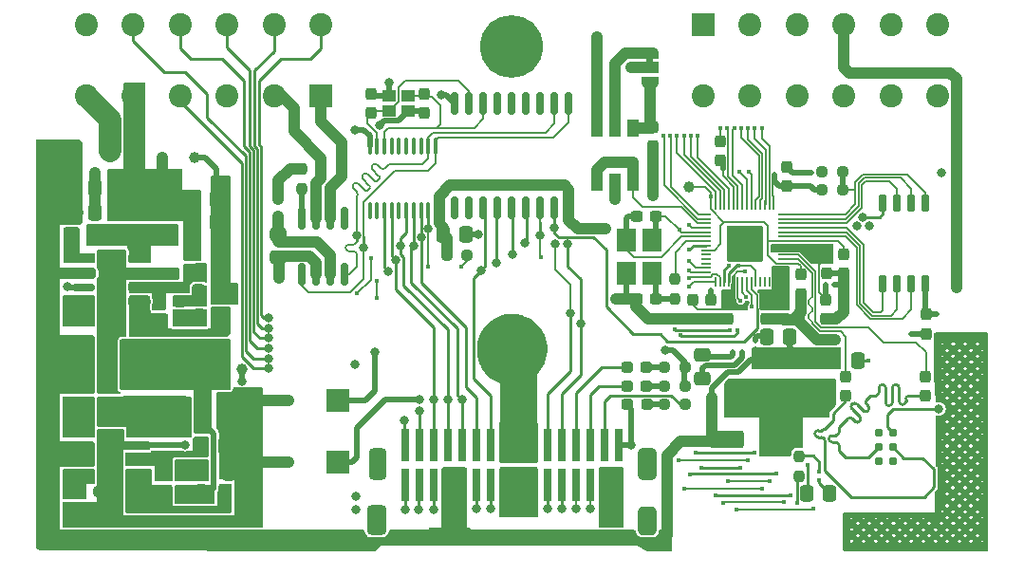
<source format=gtl>
G04 #@! TF.GenerationSoftware,KiCad,Pcbnew,(6.0.2)*
G04 #@! TF.CreationDate,2022-04-26T10:19:42-06:00*
G04 #@! TF.ProjectId,CONEPROJ,434f4e45-5052-44f4-9a2e-6b696361645f,rev?*
G04 #@! TF.SameCoordinates,Original*
G04 #@! TF.FileFunction,Copper,L1,Top*
G04 #@! TF.FilePolarity,Positive*
%FSLAX46Y46*%
G04 Gerber Fmt 4.6, Leading zero omitted, Abs format (unit mm)*
G04 Created by KiCad (PCBNEW (6.0.2)) date 2022-04-26 10:19:42*
%MOMM*%
%LPD*%
G01*
G04 APERTURE LIST*
G04 Aperture macros list*
%AMRoundRect*
0 Rectangle with rounded corners*
0 $1 Rounding radius*
0 $2 $3 $4 $5 $6 $7 $8 $9 X,Y pos of 4 corners*
0 Add a 4 corners polygon primitive as box body*
4,1,4,$2,$3,$4,$5,$6,$7,$8,$9,$2,$3,0*
0 Add four circle primitives for the rounded corners*
1,1,$1+$1,$2,$3*
1,1,$1+$1,$4,$5*
1,1,$1+$1,$6,$7*
1,1,$1+$1,$8,$9*
0 Add four rect primitives between the rounded corners*
20,1,$1+$1,$2,$3,$4,$5,0*
20,1,$1+$1,$4,$5,$6,$7,0*
20,1,$1+$1,$6,$7,$8,$9,0*
20,1,$1+$1,$8,$9,$2,$3,0*%
%AMFreePoly0*
4,1,22,0.550000,-0.750000,0.000000,-0.750000,0.000000,-0.745033,-0.079941,-0.743568,-0.215256,-0.701293,-0.333266,-0.622738,-0.424486,-0.514219,-0.481581,-0.384460,-0.499164,-0.250000,-0.500000,-0.250000,-0.500000,0.250000,-0.499164,0.250000,-0.499963,0.256109,-0.478152,0.396186,-0.417904,0.524511,-0.324060,0.630769,-0.204165,0.706417,-0.067858,0.745374,0.000000,0.744959,0.000000,0.750000,
0.550000,0.750000,0.550000,-0.750000,0.550000,-0.750000,$1*%
%AMFreePoly1*
4,1,20,0.000000,0.744959,0.073905,0.744508,0.209726,0.703889,0.328688,0.626782,0.421226,0.519385,0.479903,0.390333,0.500000,0.250000,0.500000,-0.250000,0.499851,-0.262216,0.476331,-0.402017,0.414519,-0.529596,0.319384,-0.634700,0.198574,-0.708877,0.061801,-0.746166,0.000000,-0.745033,0.000000,-0.750000,-0.550000,-0.750000,-0.550000,0.750000,0.000000,0.750000,0.000000,0.744959,
0.000000,0.744959,$1*%
G04 Aperture macros list end*
G04 #@! TA.AperFunction,SMDPad,CuDef*
%ADD10R,1.150000X1.000000*%
G04 #@! TD*
G04 #@! TA.AperFunction,SMDPad,CuDef*
%ADD11RoundRect,0.237500X-0.250000X-0.237500X0.250000X-0.237500X0.250000X0.237500X-0.250000X0.237500X0*%
G04 #@! TD*
G04 #@! TA.AperFunction,SMDPad,CuDef*
%ADD12RoundRect,0.150000X-0.150000X0.875000X-0.150000X-0.875000X0.150000X-0.875000X0.150000X0.875000X0*%
G04 #@! TD*
G04 #@! TA.AperFunction,SMDPad,CuDef*
%ADD13RoundRect,0.100000X-0.100000X0.637500X-0.100000X-0.637500X0.100000X-0.637500X0.100000X0.637500X0*%
G04 #@! TD*
G04 #@! TA.AperFunction,SMDPad,CuDef*
%ADD14C,1.000000*%
G04 #@! TD*
G04 #@! TA.AperFunction,SMDPad,CuDef*
%ADD15RoundRect,0.250000X-0.337500X-0.475000X0.337500X-0.475000X0.337500X0.475000X-0.337500X0.475000X0*%
G04 #@! TD*
G04 #@! TA.AperFunction,SMDPad,CuDef*
%ADD16R,5.700000X1.600000*%
G04 #@! TD*
G04 #@! TA.AperFunction,SMDPad,CuDef*
%ADD17RoundRect,0.250000X-0.325000X-0.650000X0.325000X-0.650000X0.325000X0.650000X-0.325000X0.650000X0*%
G04 #@! TD*
G04 #@! TA.AperFunction,SMDPad,CuDef*
%ADD18RoundRect,0.150000X-0.825000X-0.150000X0.825000X-0.150000X0.825000X0.150000X-0.825000X0.150000X0*%
G04 #@! TD*
G04 #@! TA.AperFunction,ComponentPad*
%ADD19C,0.500000*%
G04 #@! TD*
G04 #@! TA.AperFunction,SMDPad,CuDef*
%ADD20R,2.290000X3.000000*%
G04 #@! TD*
G04 #@! TA.AperFunction,SMDPad,CuDef*
%ADD21RoundRect,0.237500X-0.237500X0.300000X-0.237500X-0.300000X0.237500X-0.300000X0.237500X0.300000X0*%
G04 #@! TD*
G04 #@! TA.AperFunction,SMDPad,CuDef*
%ADD22RoundRect,0.237500X0.237500X-0.300000X0.237500X0.300000X-0.237500X0.300000X-0.237500X-0.300000X0*%
G04 #@! TD*
G04 #@! TA.AperFunction,SMDPad,CuDef*
%ADD23R,2.000000X2.000000*%
G04 #@! TD*
G04 #@! TA.AperFunction,SMDPad,CuDef*
%ADD24RoundRect,0.150000X-0.150000X0.650000X-0.150000X-0.650000X0.150000X-0.650000X0.150000X0.650000X0*%
G04 #@! TD*
G04 #@! TA.AperFunction,SMDPad,CuDef*
%ADD25RoundRect,0.250000X-0.475000X0.337500X-0.475000X-0.337500X0.475000X-0.337500X0.475000X0.337500X0*%
G04 #@! TD*
G04 #@! TA.AperFunction,SMDPad,CuDef*
%ADD26FreePoly0,270.000000*%
G04 #@! TD*
G04 #@! TA.AperFunction,SMDPad,CuDef*
%ADD27R,1.500000X1.000000*%
G04 #@! TD*
G04 #@! TA.AperFunction,SMDPad,CuDef*
%ADD28FreePoly1,270.000000*%
G04 #@! TD*
G04 #@! TA.AperFunction,ComponentPad*
%ADD29C,5.600000*%
G04 #@! TD*
G04 #@! TA.AperFunction,SMDPad,CuDef*
%ADD30RoundRect,0.237500X0.250000X0.237500X-0.250000X0.237500X-0.250000X-0.237500X0.250000X-0.237500X0*%
G04 #@! TD*
G04 #@! TA.AperFunction,SMDPad,CuDef*
%ADD31RoundRect,0.250000X0.337500X0.475000X-0.337500X0.475000X-0.337500X-0.475000X0.337500X-0.475000X0*%
G04 #@! TD*
G04 #@! TA.AperFunction,SMDPad,CuDef*
%ADD32RoundRect,0.237500X-0.237500X0.250000X-0.237500X-0.250000X0.237500X-0.250000X0.237500X0.250000X0*%
G04 #@! TD*
G04 #@! TA.AperFunction,SMDPad,CuDef*
%ADD33R,0.750000X3.000000*%
G04 #@! TD*
G04 #@! TA.AperFunction,SMDPad,CuDef*
%ADD34RoundRect,0.418770X-0.418770X1.006311X-0.418770X-1.006311X0.418770X-1.006311X0.418770X1.006311X0*%
G04 #@! TD*
G04 #@! TA.AperFunction,SMDPad,CuDef*
%ADD35RoundRect,0.412540X-0.412540X0.887541X-0.412540X-0.887541X0.412540X-0.887541X0.412540X0.887541X0*%
G04 #@! TD*
G04 #@! TA.AperFunction,SMDPad,CuDef*
%ADD36RoundRect,0.443770X-0.443770X0.893770X-0.443770X-0.893770X0.443770X-0.893770X0.443770X0.893770X0*%
G04 #@! TD*
G04 #@! TA.AperFunction,SMDPad,CuDef*
%ADD37RoundRect,0.396885X-0.396885X1.015655X-0.396885X-1.015655X0.396885X-1.015655X0.396885X1.015655X0*%
G04 #@! TD*
G04 #@! TA.AperFunction,SMDPad,CuDef*
%ADD38RoundRect,0.237500X0.237500X-0.250000X0.237500X0.250000X-0.237500X0.250000X-0.237500X-0.250000X0*%
G04 #@! TD*
G04 #@! TA.AperFunction,SMDPad,CuDef*
%ADD39RoundRect,0.150000X0.150000X-0.825000X0.150000X0.825000X-0.150000X0.825000X-0.150000X-0.825000X0*%
G04 #@! TD*
G04 #@! TA.AperFunction,ConnectorPad*
%ADD40C,0.787400*%
G04 #@! TD*
G04 #@! TA.AperFunction,SMDPad,CuDef*
%ADD41RoundRect,0.237500X-0.300000X-0.237500X0.300000X-0.237500X0.300000X0.237500X-0.300000X0.237500X0*%
G04 #@! TD*
G04 #@! TA.AperFunction,ComponentPad*
%ADD42R,2.056000X2.056000*%
G04 #@! TD*
G04 #@! TA.AperFunction,ComponentPad*
%ADD43C,2.056000*%
G04 #@! TD*
G04 #@! TA.AperFunction,SMDPad,CuDef*
%ADD44RoundRect,0.237500X0.287500X0.237500X-0.287500X0.237500X-0.287500X-0.237500X0.287500X-0.237500X0*%
G04 #@! TD*
G04 #@! TA.AperFunction,SMDPad,CuDef*
%ADD45R,1.000000X1.500000*%
G04 #@! TD*
G04 #@! TA.AperFunction,SMDPad,CuDef*
%ADD46RoundRect,0.050000X-0.050000X0.387500X-0.050000X-0.387500X0.050000X-0.387500X0.050000X0.387500X0*%
G04 #@! TD*
G04 #@! TA.AperFunction,SMDPad,CuDef*
%ADD47RoundRect,0.050000X-0.387500X0.050000X-0.387500X-0.050000X0.387500X-0.050000X0.387500X0.050000X0*%
G04 #@! TD*
G04 #@! TA.AperFunction,SMDPad,CuDef*
%ADD48RoundRect,0.144000X-1.456000X1.456000X-1.456000X-1.456000X1.456000X-1.456000X1.456000X1.456000X0*%
G04 #@! TD*
G04 #@! TA.AperFunction,ComponentPad*
%ADD49C,0.600000*%
G04 #@! TD*
G04 #@! TA.AperFunction,SMDPad,CuDef*
%ADD50RoundRect,0.250000X-1.250000X-0.550000X1.250000X-0.550000X1.250000X0.550000X-1.250000X0.550000X0*%
G04 #@! TD*
G04 #@! TA.AperFunction,SMDPad,CuDef*
%ADD51R,0.900000X1.200000*%
G04 #@! TD*
G04 #@! TA.AperFunction,SMDPad,CuDef*
%ADD52R,1.800000X2.100000*%
G04 #@! TD*
G04 #@! TA.AperFunction,ViaPad*
%ADD53C,0.800000*%
G04 #@! TD*
G04 #@! TA.AperFunction,ViaPad*
%ADD54C,0.450000*%
G04 #@! TD*
G04 #@! TA.AperFunction,Conductor*
%ADD55C,1.000000*%
G04 #@! TD*
G04 #@! TA.AperFunction,Conductor*
%ADD56C,0.200000*%
G04 #@! TD*
G04 #@! TA.AperFunction,Conductor*
%ADD57C,0.250000*%
G04 #@! TD*
G04 #@! TA.AperFunction,Conductor*
%ADD58C,0.500000*%
G04 #@! TD*
G04 #@! TA.AperFunction,Conductor*
%ADD59C,0.190000*%
G04 #@! TD*
G04 #@! TA.AperFunction,Conductor*
%ADD60C,2.000000*%
G04 #@! TD*
G04 APERTURE END LIST*
G04 #@! TO.C,JP2*
G36*
X79600000Y-48475000D02*
G01*
X79000000Y-48475000D01*
X79000000Y-47975000D01*
X79600000Y-47975000D01*
X79600000Y-48475000D01*
G37*
G04 #@! TD*
D10*
G04 #@! TO.P,Y2,1,1*
G04 #@! TO.N,/MCP_OSC1*
X56000000Y-52750000D03*
G04 #@! TO.P,Y2,2,2*
G04 #@! TO.N,GND*
X57750000Y-52750000D03*
G04 #@! TO.P,Y2,3,3*
G04 #@! TO.N,/MCP_OSC2*
X57750000Y-51350000D03*
G04 #@! TO.P,Y2,4,4*
G04 #@! TO.N,GND*
X56000000Y-51350000D03*
G04 #@! TD*
D11*
G04 #@! TO.P,R10,1*
G04 #@! TO.N,Net-(R10-Pad1)*
X28827500Y-71400000D03*
G04 #@! TO.P,R10,2*
G04 #@! TO.N,GND*
X30652500Y-71400000D03*
G04 #@! TD*
D12*
G04 #@! TO.P,U8,1,TXCAN*
G04 #@! TO.N,/CAN_TX*
X72080000Y-52100000D03*
G04 #@! TO.P,U8,2,RXCAN*
G04 #@! TO.N,/CAN_RX*
X70810000Y-52100000D03*
G04 #@! TO.P,U8,3,CLKOUT/SOF*
G04 #@! TO.N,unconnected-(U8-Pad3)*
X69540000Y-52100000D03*
G04 #@! TO.P,U8,4,~{TX0RTS}*
G04 #@! TO.N,unconnected-(U8-Pad4)*
X68270000Y-52100000D03*
G04 #@! TO.P,U8,5,~{TX1RTS}*
G04 #@! TO.N,unconnected-(U8-Pad5)*
X67000000Y-52100000D03*
G04 #@! TO.P,U8,6,~{TX2RTS}*
G04 #@! TO.N,unconnected-(U8-Pad6)*
X65730000Y-52100000D03*
G04 #@! TO.P,U8,7,OSC2*
G04 #@! TO.N,/MCP_OSC2*
X64460000Y-52100000D03*
G04 #@! TO.P,U8,8,OSC1*
G04 #@! TO.N,/MCP_OSC1*
X63190000Y-52100000D03*
G04 #@! TO.P,U8,9,VSS*
G04 #@! TO.N,GND*
X61920000Y-52100000D03*
G04 #@! TO.P,U8,10,~{RX1BF}*
G04 #@! TO.N,unconnected-(U8-Pad10)*
X61920000Y-61400000D03*
G04 #@! TO.P,U8,11,~{RX0BF}*
G04 #@! TO.N,unconnected-(U8-Pad11)*
X63190000Y-61400000D03*
G04 #@! TO.P,U8,12,~{INT}*
G04 #@! TO.N,/EXT_IO3*
X64460000Y-61400000D03*
G04 #@! TO.P,U8,13,SCK*
G04 #@! TO.N,/EXT_SPI_SCK*
X65730000Y-61400000D03*
G04 #@! TO.P,U8,14,SI*
G04 #@! TO.N,/EXT_SPI_MOSI*
X67000000Y-61400000D03*
G04 #@! TO.P,U8,15,SO*
G04 #@! TO.N,/EXT_SPI_MISO*
X68270000Y-61400000D03*
G04 #@! TO.P,U8,16,~{CS}*
G04 #@! TO.N,/EXT_SPI_SS1*
X69540000Y-61400000D03*
G04 #@! TO.P,U8,17,~{RESET}*
G04 #@! TO.N,/MCP_RESET*
X70810000Y-61400000D03*
G04 #@! TO.P,U8,18,VDD*
G04 #@! TO.N,+3V3*
X72080000Y-61400000D03*
G04 #@! TD*
D13*
G04 #@! TO.P,U5,1,TXCAN*
G04 #@! TO.N,/CAN_TX*
X60175000Y-55887500D03*
G04 #@! TO.P,U5,2,RXCAN*
G04 #@! TO.N,/CAN_RX*
X59525000Y-55887500D03*
G04 #@! TO.P,U5,3,CLKOUT/SOF*
G04 #@! TO.N,unconnected-(U5-Pad3)*
X58875000Y-55887500D03*
G04 #@! TO.P,U5,4,~{TX0RTS}*
G04 #@! TO.N,unconnected-(U5-Pad4)*
X58225000Y-55887500D03*
G04 #@! TO.P,U5,5,~{TX1RTS}*
G04 #@! TO.N,unconnected-(U5-Pad5)*
X57575000Y-55887500D03*
G04 #@! TO.P,U5,6,NC*
G04 #@! TO.N,unconnected-(U5-Pad6)*
X56925000Y-55887500D03*
G04 #@! TO.P,U5,7,~{TX2RTS}*
G04 #@! TO.N,unconnected-(U5-Pad7)*
X56275000Y-55887500D03*
G04 #@! TO.P,U5,8,OSC2*
G04 #@! TO.N,/MCP_OSC2*
X55625000Y-55887500D03*
G04 #@! TO.P,U5,9,OSC1*
G04 #@! TO.N,/MCP_OSC1*
X54975000Y-55887500D03*
G04 #@! TO.P,U5,10,VSS*
G04 #@! TO.N,GND*
X54325000Y-55887500D03*
G04 #@! TO.P,U5,11,~{RX1BF}*
G04 #@! TO.N,unconnected-(U5-Pad11)*
X54325000Y-61612500D03*
G04 #@! TO.P,U5,12,~{RX0BF}*
G04 #@! TO.N,unconnected-(U5-Pad12)*
X54975000Y-61612500D03*
G04 #@! TO.P,U5,13,~{INT}*
G04 #@! TO.N,/EXT_IO3*
X55625000Y-61612500D03*
G04 #@! TO.P,U5,14,SCK*
G04 #@! TO.N,/EXT_SPI_SCK*
X56275000Y-61612500D03*
G04 #@! TO.P,U5,15,NC*
G04 #@! TO.N,unconnected-(U5-Pad15)*
X56925000Y-61612500D03*
G04 #@! TO.P,U5,16,SI*
G04 #@! TO.N,/EXT_SPI_MOSI*
X57575000Y-61612500D03*
G04 #@! TO.P,U5,17,SO*
G04 #@! TO.N,/EXT_SPI_MISO*
X58225000Y-61612500D03*
G04 #@! TO.P,U5,18,~{CS}*
G04 #@! TO.N,/EXT_SPI_SS1*
X58875000Y-61612500D03*
G04 #@! TO.P,U5,19,~{RESET}*
G04 #@! TO.N,/MCP_RESET*
X59525000Y-61612500D03*
G04 #@! TO.P,U5,20,VDD*
G04 #@! TO.N,+3V3*
X60175000Y-61612500D03*
G04 #@! TD*
D14*
G04 #@! TO.P,TP4,1,1*
G04 #@! TO.N,+3V3*
X41000000Y-73900000D03*
G04 #@! TD*
D15*
G04 #@! TO.P,C36,1*
G04 #@! TO.N,Net-(C36-Pad1)*
X39072500Y-67140000D03*
G04 #@! TO.P,C36,2*
G04 #@! TO.N,GND*
X41147500Y-67140000D03*
G04 #@! TD*
D16*
G04 #@! TO.P,L2,1*
G04 #@! TO.N,Net-(C34-Pad2)*
X34200000Y-63745000D03*
G04 #@! TO.P,L2,2*
G04 #@! TO.N,+5V*
X34200000Y-59045000D03*
G04 #@! TD*
D17*
G04 #@! TO.P,C33,1*
G04 #@! TO.N,Net-(C33-Pad1)*
X38780000Y-84802500D03*
G04 #@! TO.P,C33,2*
G04 #@! TO.N,GND*
X41730000Y-84802500D03*
G04 #@! TD*
D18*
G04 #@! TO.P,U6,1,BST*
G04 #@! TO.N,Net-(C35-Pad1)*
X28695000Y-81265000D03*
G04 #@! TO.P,U6,2,VIN*
G04 #@! TO.N,/EXT_12V*
X28695000Y-82535000D03*
G04 #@! TO.P,U6,3,EN*
X28695000Y-83805000D03*
G04 #@! TO.P,U6,4,RT*
G04 #@! TO.N,Net-(R13-Pad1)*
X28695000Y-85075000D03*
G04 #@! TO.P,U6,5,FB*
G04 #@! TO.N,Net-(C39-Pad2)*
X33645000Y-85075000D03*
G04 #@! TO.P,U6,6,COMP*
G04 #@! TO.N,Net-(C37-Pad1)*
X33645000Y-83805000D03*
G04 #@! TO.P,U6,7,GND*
G04 #@! TO.N,GND*
X33645000Y-82535000D03*
G04 #@! TO.P,U6,8,SW*
G04 #@! TO.N,Net-(C35-Pad2)*
X33645000Y-81265000D03*
D19*
G04 #@! TO.P,U6,9,GND*
G04 #@! TO.N,GND*
X31820000Y-83170000D03*
X30520000Y-82170000D03*
X31820000Y-82170000D03*
X30520000Y-83170000D03*
X31820000Y-84170000D03*
X30520000Y-84170000D03*
D20*
X31170000Y-83170000D03*
G04 #@! TD*
D21*
G04 #@! TO.P,C15,1*
G04 #@! TO.N,+3V3*
X83125000Y-69587500D03*
G04 #@! TO.P,C15,2*
G04 #@! TO.N,GND*
X83125000Y-71312500D03*
G04 #@! TD*
D15*
G04 #@! TO.P,C42,1*
G04 #@! TO.N,+5V*
X38572500Y-62680000D03*
G04 #@! TO.P,C42,2*
G04 #@! TO.N,GND*
X40647500Y-62680000D03*
G04 #@! TD*
D22*
G04 #@! TO.P,R7,1*
G04 #@! TO.N,/PICO_USB_N*
X96800000Y-78162500D03*
G04 #@! TO.P,R7,2*
G04 #@! TO.N,/PICO_USB__N*
X96800000Y-76437500D03*
G04 #@! TD*
G04 #@! TO.P,C21,1*
G04 #@! TO.N,GND*
X59150000Y-52937500D03*
G04 #@! TO.P,C21,2*
G04 #@! TO.N,/MCP_OSC2*
X59150000Y-51212500D03*
G04 #@! TD*
D23*
G04 #@! TO.P,PAU301,1,A*
G04 #@! TO.N,GND*
X43500000Y-78595000D03*
G04 #@! TO.P,PAU301,2,B*
G04 #@! TO.N,/PAUSE_BTN*
X51500000Y-78595000D03*
G04 #@! TD*
D24*
G04 #@! TO.P,U7,1,~{CS}*
G04 #@! TO.N,/QSPI_SS*
X103893687Y-60987273D03*
G04 #@! TO.P,U7,2,DO(IO1)*
G04 #@! TO.N,/QSPI_SD1*
X102623687Y-60987273D03*
G04 #@! TO.P,U7,3,IO2*
G04 #@! TO.N,/QSPI_SD2*
X101353687Y-60987273D03*
G04 #@! TO.P,U7,4,GND*
G04 #@! TO.N,GND*
X100083687Y-60987273D03*
G04 #@! TO.P,U7,5,DI(IO0)*
G04 #@! TO.N,/QSPI_SD0*
X100083687Y-68187273D03*
G04 #@! TO.P,U7,6,CLK*
G04 #@! TO.N,/QSPI_SCLK*
X101353687Y-68187273D03*
G04 #@! TO.P,U7,7,IO3*
G04 #@! TO.N,/QSPI_SD3*
X102623687Y-68187273D03*
G04 #@! TO.P,U7,8,VCC*
G04 #@! TO.N,+3V3*
X103893687Y-68187273D03*
G04 #@! TD*
D25*
G04 #@! TO.P,C11,1*
G04 #@! TO.N,+3V3*
X46150000Y-63712500D03*
G04 #@! TO.P,C11,2*
G04 #@! TO.N,GND*
X46150000Y-65787500D03*
G04 #@! TD*
D15*
G04 #@! TO.P,C16,1*
G04 #@! TO.N,+3V3*
X60862500Y-63750000D03*
G04 #@! TO.P,C16,2*
G04 #@! TO.N,GND*
X62937500Y-63750000D03*
G04 #@! TD*
G04 #@! TO.P,C38,1*
G04 #@! TO.N,+5V*
X39072500Y-71140000D03*
G04 #@! TO.P,C38,2*
G04 #@! TO.N,Net-(C38-Pad2)*
X41147500Y-71140000D03*
G04 #@! TD*
D26*
G04 #@! TO.P,JP2,1,A*
G04 #@! TO.N,/WS2815B_VDD*
X79300000Y-47575000D03*
D27*
G04 #@! TO.P,JP2,2,C*
G04 #@! TO.N,/EXT_12V*
X79300000Y-48875000D03*
D28*
G04 #@! TO.P,JP2,3,B*
G04 #@! TO.N,/WS2815B_VCC*
X79300000Y-50175000D03*
G04 #@! TD*
D21*
G04 #@! TO.P,C24,1*
G04 #@! TO.N,+3V3*
X86300000Y-69587500D03*
G04 #@! TO.P,C24,2*
G04 #@! TO.N,GND*
X86300000Y-71312500D03*
G04 #@! TD*
D29*
G04 #@! TO.P,H304,1,1*
G04 #@! TO.N,GND*
X67000000Y-47000000D03*
G04 #@! TD*
D30*
G04 #@! TO.P,R19,1*
G04 #@! TO.N,Net-(C38-Pad2)*
X33822500Y-71370000D03*
G04 #@! TO.P,R19,2*
G04 #@! TO.N,GND*
X31997500Y-71370000D03*
G04 #@! TD*
D31*
G04 #@! TO.P,C27,1*
G04 #@! TO.N,Net-(C27-Pad1)*
X95332500Y-86845000D03*
G04 #@! TO.P,C27,2*
G04 #@! TO.N,GND*
X93257500Y-86845000D03*
G04 #@! TD*
D32*
G04 #@! TO.P,R5,1*
G04 #@! TO.N,Net-(R5-Pad1)*
X81550000Y-67712500D03*
G04 #@! TO.P,R5,2*
G04 #@! TO.N,Net-(C8-Pad2)*
X81550000Y-69537500D03*
G04 #@! TD*
D33*
G04 #@! TO.P,J2,1,Pin_1*
G04 #@! TO.N,+5V*
X76499838Y-86127500D03*
G04 #@! TO.P,J2,2,Pin_2*
G04 #@! TO.N,+3V3*
X76499838Y-82527500D03*
G04 #@! TO.P,J2,3,Pin_3*
G04 #@! TO.N,+5V*
X75229838Y-86127500D03*
G04 #@! TO.P,J2,4,Pin_4*
G04 #@! TO.N,/LED_GRN*
X75229838Y-82527500D03*
G04 #@! TO.P,J2,5,Pin_5*
G04 #@! TO.N,/EXT_UART_RX*
X73959838Y-86127500D03*
G04 #@! TO.P,J2,6,Pin_6*
G04 #@! TO.N,/WIFI_LED*
X73959838Y-82527500D03*
G04 #@! TO.P,J2,7,Pin_7*
G04 #@! TO.N,/EXT_UART_TX*
X72689838Y-86127500D03*
G04 #@! TO.P,J2,8,Pin_8*
G04 #@! TO.N,/LED_RED*
X72689838Y-82527500D03*
G04 #@! TO.P,J2,9,Pin_9*
G04 #@! TO.N,/CAN_RX*
X71419838Y-86127500D03*
G04 #@! TO.P,J2,10,Pin_10*
G04 #@! TO.N,/EXT_I2C_SDA*
X71419838Y-82527500D03*
G04 #@! TO.P,J2,11,Pin_11*
G04 #@! TO.N,/CAN_TX*
X70149838Y-86127500D03*
G04 #@! TO.P,J2,12,Pin_12*
G04 #@! TO.N,/EXT_I2C_SCL*
X70149838Y-82527500D03*
G04 #@! TO.P,J2,13,Pin_13*
G04 #@! TO.N,+3V3*
X68879838Y-86127500D03*
G04 #@! TO.P,J2,14,Pin_14*
G04 #@! TO.N,GND*
X68879838Y-82527500D03*
G04 #@! TO.P,J2,15,Pin_15*
G04 #@! TO.N,+3V3*
X67609838Y-86127500D03*
G04 #@! TO.P,J2,16,Pin_16*
G04 #@! TO.N,GND*
X67609838Y-82527500D03*
G04 #@! TO.P,J2,17,Pin_17*
G04 #@! TO.N,+3V3*
X66339838Y-86127500D03*
G04 #@! TO.P,J2,18,Pin_18*
G04 #@! TO.N,GND*
X66339838Y-82527500D03*
G04 #@! TO.P,J2,19,Pin_19*
G04 #@! TO.N,/MODE_BTN*
X65069838Y-86127500D03*
G04 #@! TO.P,J2,20,Pin_20*
G04 #@! TO.N,/EXT_IO3*
X65069838Y-82527500D03*
G04 #@! TO.P,J2,21,Pin_21*
G04 #@! TO.N,/PAUSE_BTN*
X63799838Y-86127500D03*
G04 #@! TO.P,J2,22,Pin_22*
G04 #@! TO.N,/EXT_SPI_SS1*
X63799838Y-82527500D03*
G04 #@! TO.P,J2,23,Pin_23*
G04 #@! TO.N,/EXT_12V*
X62529838Y-86127500D03*
G04 #@! TO.P,J2,24,Pin_24*
G04 #@! TO.N,/EXT_SPI_MISO*
X62529838Y-82527500D03*
G04 #@! TO.P,J2,25,Pin_25*
G04 #@! TO.N,/EXT_12V*
X61259838Y-86127500D03*
G04 #@! TO.P,J2,26,Pin_26*
G04 #@! TO.N,/EXT_SPI_MOSI*
X61259838Y-82527500D03*
G04 #@! TO.P,J2,27,Pin_27*
G04 #@! TO.N,/EXT_IO1*
X59989838Y-86127500D03*
G04 #@! TO.P,J2,28,Pin_28*
G04 #@! TO.N,/EXT_SPI_SCK*
X59989838Y-82527500D03*
G04 #@! TO.P,J2,29,Pin_29*
G04 #@! TO.N,/EXT_IO4*
X58719838Y-86127500D03*
G04 #@! TO.P,J2,30,Pin_30*
G04 #@! TO.N,/EXT_SPI_SS0*
X58719838Y-82527500D03*
G04 #@! TO.P,J2,31,Pin_31*
G04 #@! TO.N,/EXT_IO5*
X57449838Y-86127500D03*
G04 #@! TO.P,J2,32,Pin_32*
G04 #@! TO.N,/EXT_IO2*
X57449838Y-82527500D03*
D34*
G04 #@! TO.P,J2,MP1,Shield*
G04 #@! TO.N,unconnected-(J2-PadMP1)*
X79062378Y-84252581D03*
D35*
X79074838Y-89277419D03*
D36*
G04 #@! TO.P,J2,MP2,Shield*
G04 #@! TO.N,unconnected-(J2-PadMP2)*
X54924838Y-89239959D03*
D37*
X55018608Y-84240040D03*
G04 #@! TD*
D21*
G04 #@! TO.P,C18,1*
G04 #@! TO.N,+3V3*
X95050000Y-65487500D03*
G04 #@! TO.P,C18,2*
G04 #@! TO.N,GND*
X95050000Y-67212500D03*
G04 #@! TD*
D31*
G04 #@! TO.P,C25,1*
G04 #@! TO.N,GND*
X29807500Y-61840000D03*
G04 #@! TO.P,C25,2*
G04 #@! TO.N,/EXT_12V*
X27732500Y-61840000D03*
G04 #@! TD*
D38*
G04 #@! TO.P,R9,1*
G04 #@! TO.N,+3V3*
X92580000Y-85342500D03*
G04 #@! TO.P,R9,2*
G04 #@! TO.N,/DRV_RESET*
X92580000Y-83517500D03*
G04 #@! TD*
D14*
G04 #@! TO.P,TP5,1,1*
G04 #@! TO.N,+1V1*
X82800000Y-59500000D03*
G04 #@! TD*
D39*
G04 #@! TO.P,U2,1,D*
G04 #@! TO.N,/CAN_TX*
X48280000Y-67275000D03*
G04 #@! TO.P,U2,2,GND*
G04 #@! TO.N,GND*
X49550000Y-67275000D03*
G04 #@! TO.P,U2,3,VCC*
G04 #@! TO.N,+3V3*
X50820000Y-67275000D03*
G04 #@! TO.P,U2,4,R*
G04 #@! TO.N,/CAN_RX*
X52090000Y-67275000D03*
G04 #@! TO.P,U2,5,Vref*
G04 #@! TO.N,unconnected-(U2-Pad5)*
X52090000Y-62325000D03*
G04 #@! TO.P,U2,6,CANL*
G04 #@! TO.N,/CANL*
X50820000Y-62325000D03*
G04 #@! TO.P,U2,7,CANH*
G04 #@! TO.N,/CANH*
X49550000Y-62325000D03*
G04 #@! TO.P,U2,8,Rs*
G04 #@! TO.N,Net-(R15-Pad1)*
X48280000Y-62325000D03*
G04 #@! TD*
D21*
G04 #@! TO.P,C9,1*
G04 #@! TO.N,+1V1*
X84750000Y-69587500D03*
G04 #@! TO.P,C9,2*
G04 #@! TO.N,GND*
X84750000Y-71312500D03*
G04 #@! TD*
D15*
G04 #@! TO.P,C34,1*
G04 #@! TO.N,Net-(C34-Pad1)*
X27732500Y-63810000D03*
G04 #@! TO.P,C34,2*
G04 #@! TO.N,Net-(C34-Pad2)*
X29807500Y-63810000D03*
G04 #@! TD*
D40*
G04 #@! TO.P,J5,1,VCC*
G04 #@! TO.N,unconnected-(J5-Pad1)*
X100955000Y-84000000D03*
G04 #@! TO.P,J5,2,SWDIO*
G04 #@! TO.N,unconnected-(J5-Pad2)*
X99685000Y-84000000D03*
G04 #@! TO.P,J5,3,NRESET*
G04 #@! TO.N,/PICO_USB_N*
X100955000Y-82730000D03*
G04 #@! TO.P,J5,4,SWCLK*
G04 #@! TO.N,/PICO_USB_P*
X99685000Y-82730000D03*
G04 #@! TO.P,J5,5,GND*
G04 #@! TO.N,GND*
X100955000Y-81460000D03*
G04 #@! TO.P,J5,6,SWO*
G04 #@! TO.N,unconnected-(J5-Pad6)*
X99685000Y-81460000D03*
G04 #@! TD*
D15*
G04 #@! TO.P,C30,1*
G04 #@! TO.N,/EXT_12V*
X95767500Y-74985000D03*
G04 #@! TO.P,C30,2*
G04 #@! TO.N,GND*
X97842500Y-74985000D03*
G04 #@! TD*
D41*
G04 #@! TO.P,C7,1*
G04 #@! TO.N,Net-(C7-Pad1)*
X78137500Y-62100000D03*
G04 #@! TO.P,C7,2*
G04 #@! TO.N,GND*
X79862500Y-62100000D03*
G04 #@! TD*
D17*
G04 #@! TO.P,C32,1*
G04 #@! TO.N,Net-(C32-Pad1)*
X39045000Y-69060000D03*
G04 #@! TO.P,C32,2*
G04 #@! TO.N,GND*
X41995000Y-69060000D03*
G04 #@! TD*
D31*
G04 #@! TO.P,C5,1*
G04 #@! TO.N,GND*
X30872499Y-73818041D03*
G04 #@! TO.P,C5,2*
G04 #@! TO.N,/EXT_12V*
X28797499Y-73818041D03*
G04 #@! TD*
D11*
G04 #@! TO.P,R22,1*
G04 #@! TO.N,Net-(D301-Pad1)*
X80597500Y-78940000D03*
G04 #@! TO.P,R22,2*
G04 #@! TO.N,/LED_GRN*
X82422500Y-78940000D03*
G04 #@! TD*
D41*
G04 #@! TO.P,C8,1*
G04 #@! TO.N,GND*
X78137500Y-69524999D03*
G04 #@! TO.P,C8,2*
G04 #@! TO.N,Net-(C8-Pad2)*
X79862500Y-69524999D03*
G04 #@! TD*
D42*
G04 #@! TO.P,J4,A1,A1*
G04 #@! TO.N,/MOTOR1_OUT1*
X84025000Y-45040000D03*
D43*
G04 #@! TO.P,J4,A2,A2*
G04 #@! TO.N,/MOTOR1_OUT2*
X88215000Y-45040000D03*
G04 #@! TO.P,J4,A3,A3*
G04 #@! TO.N,/MOTOR2_OUT1*
X92405000Y-45040000D03*
G04 #@! TO.P,J4,A4,A4*
G04 #@! TO.N,/MOTOR2_OUT2*
X96595000Y-45040000D03*
G04 #@! TO.P,J4,A5,A5*
G04 #@! TO.N,/GPO_5_OUT*
X100785000Y-45040000D03*
G04 #@! TO.P,J4,A6,A6*
G04 #@! TO.N,/GPO_6_OUT*
X104975000Y-45040000D03*
G04 #@! TO.P,J4,A7,A7*
G04 #@! TO.N,/GPO_7_OUT*
X104975000Y-51390000D03*
G04 #@! TO.P,J4,A8,A8*
G04 #@! TO.N,/GPO_8_OUT*
X100785000Y-51390000D03*
G04 #@! TO.P,J4,A9,A9*
G04 #@! TO.N,/GPO_9_OUT*
X96595000Y-51390000D03*
G04 #@! TO.P,J4,A10,A10*
G04 #@! TO.N,/R_OUT*
X92405000Y-51390000D03*
G04 #@! TO.P,J4,A11,A11*
G04 #@! TO.N,/G_OUT*
X88215000Y-51390000D03*
G04 #@! TO.P,J4,A12,A12*
G04 #@! TO.N,/B_OUT*
X84025000Y-51390000D03*
D42*
G04 #@! TO.P,J4,B1,B1*
G04 #@! TO.N,/CANL*
X49975000Y-51390000D03*
D43*
G04 #@! TO.P,J4,B2,B2*
G04 #@! TO.N,/CANH*
X45785000Y-51390000D03*
G04 #@! TO.P,J4,B3,B3*
G04 #@! TO.N,/LEDA_OUT*
X41595000Y-51390000D03*
G04 #@! TO.P,J4,B4,B4*
G04 #@! TO.N,/EXT_IO4*
X37405000Y-51390000D03*
G04 #@! TO.P,J4,B5,B5*
G04 #@! TO.N,+5V*
X33215000Y-51390000D03*
G04 #@! TO.P,J4,B6,B6*
G04 #@! TO.N,/VBAT*
X29025000Y-51390000D03*
G04 #@! TO.P,J4,B7,B7*
G04 #@! TO.N,GND*
X29025000Y-45040000D03*
G04 #@! TO.P,J4,B8,B8*
G04 #@! TO.N,/EXT_IO5*
X33215000Y-45040000D03*
G04 #@! TO.P,J4,B9,B9*
G04 #@! TO.N,/EXT_I2C_SDA*
X37405000Y-45040000D03*
G04 #@! TO.P,J4,B10,B10*
G04 #@! TO.N,/EXT_I2C_SCL*
X41595000Y-45040000D03*
G04 #@! TO.P,J4,B11,B11*
G04 #@! TO.N,/EXT_UART_TX*
X45785000Y-45040000D03*
G04 #@! TO.P,J4,B12,B12*
G04 #@! TO.N,/EXT_UART_RX*
X49975000Y-45040000D03*
G04 #@! TD*
D31*
G04 #@! TO.P,C26,1*
G04 #@! TO.N,GND*
X30872499Y-76539020D03*
G04 #@! TO.P,C26,2*
G04 #@! TO.N,/EXT_12V*
X28797499Y-76539020D03*
G04 #@! TD*
D15*
G04 #@! TO.P,C35,1*
G04 #@! TO.N,Net-(C35-Pad1)*
X28797499Y-79260000D03*
G04 #@! TO.P,C35,2*
G04 #@! TO.N,Net-(C35-Pad2)*
X30872499Y-79260000D03*
G04 #@! TD*
D21*
G04 #@! TO.P,C14,1*
G04 #@! TO.N,+3V3*
X91225000Y-69587500D03*
G04 #@! TO.P,C14,2*
G04 #@! TO.N,GND*
X91225000Y-71312500D03*
G04 #@! TD*
D30*
G04 #@! TO.P,R18,1*
G04 #@! TO.N,+5V*
X37352500Y-71380001D03*
G04 #@! TO.P,R18,2*
G04 #@! TO.N,Net-(C38-Pad2)*
X35527500Y-71380001D03*
G04 #@! TD*
D21*
G04 #@! TO.P,C10,1*
G04 #@! TO.N,+1V1*
X96600000Y-65487500D03*
G04 #@! TO.P,C10,2*
G04 #@! TO.N,GND*
X96600000Y-67212500D03*
G04 #@! TD*
D11*
G04 #@! TO.P,R17,1*
G04 #@! TO.N,Net-(C37-Pad1)*
X35687500Y-85130000D03*
G04 #@! TO.P,R17,2*
G04 #@! TO.N,Net-(C33-Pad1)*
X37512500Y-85130000D03*
G04 #@! TD*
D38*
G04 #@! TO.P,R15,1*
G04 #@! TO.N,Net-(R15-Pad1)*
X48235000Y-59712500D03*
G04 #@! TO.P,R15,2*
G04 #@! TO.N,GND*
X48235000Y-57887500D03*
G04 #@! TD*
D21*
G04 #@! TO.P,C12,1*
G04 #@! TO.N,+1V1*
X92750000Y-67312500D03*
G04 #@! TO.P,C12,2*
G04 #@! TO.N,GND*
X92750000Y-69037500D03*
G04 #@! TD*
D23*
G04 #@! TO.P,MOD301,1,A*
G04 #@! TO.N,GND*
X43500000Y-84075000D03*
G04 #@! TO.P,MOD301,2,B*
G04 #@! TO.N,/MODE_BTN*
X51500000Y-84075000D03*
G04 #@! TD*
D11*
G04 #@! TO.P,R3,1*
G04 #@! TO.N,/USB_BOOT*
X94687500Y-58150000D03*
G04 #@! TO.P,R3,2*
G04 #@! TO.N,/QSPI_SS*
X96512500Y-58150000D03*
G04 #@! TD*
D21*
G04 #@! TO.P,R6,1*
G04 #@! TO.N,/PICO_USB__P*
X103850000Y-76412500D03*
G04 #@! TO.P,R6,2*
G04 #@! TO.N,/PICO_USB_P*
X103850000Y-78137500D03*
G04 #@! TD*
D15*
G04 #@! TO.P,C29,1*
G04 #@! TO.N,Net-(C29-Pad1)*
X89717500Y-72885000D03*
G04 #@! TO.P,C29,2*
G04 #@! TO.N,/EXT_12V*
X91792500Y-72885000D03*
G04 #@! TD*
D14*
G04 #@! TO.P,TP6,1,1*
G04 #@! TO.N,GND*
X38700000Y-56900000D03*
G04 #@! TD*
D44*
G04 #@! TO.P,D302,1,K*
G04 #@! TO.N,Net-(D302-Pad1)*
X79000000Y-75610000D03*
G04 #@! TO.P,D302,2,A*
G04 #@! TO.N,/LED_RED*
X77250000Y-75610000D03*
G04 #@! TD*
D21*
G04 #@! TO.P,C13,1*
G04 #@! TO.N,+3V3*
X89625000Y-69587500D03*
G04 #@! TO.P,C13,2*
G04 #@! TO.N,GND*
X89625000Y-71312500D03*
G04 #@! TD*
D45*
G04 #@! TO.P,U9,1,VCC*
G04 #@! TO.N,/WS2815B_VCC*
X77775000Y-54225000D03*
G04 #@! TO.P,U9,2,VDD*
G04 #@! TO.N,/WS2815B_VDD*
X76175000Y-54225000D03*
G04 #@! TO.P,U9,3,DO*
G04 #@! TO.N,/LEDA_OUT*
X74575000Y-54225000D03*
G04 #@! TO.P,U9,4,DIN*
G04 #@! TO.N,/LEDA*
X74575000Y-59125000D03*
G04 #@! TO.P,U9,5,GND*
G04 #@! TO.N,GND*
X76175000Y-59125000D03*
G04 #@! TO.P,U9,6,BIN*
G04 #@! TO.N,/LEDA*
X77775000Y-59125000D03*
G04 #@! TD*
D46*
G04 #@! TO.P,U10,1,IOVDD*
G04 #@! TO.N,+3V3*
X90350000Y-61112500D03*
G04 #@! TO.P,U10,2,GPIO0*
G04 #@! TO.N,/GPO_7*
X89950000Y-61112500D03*
G04 #@! TO.P,U10,3,GPIO1*
G04 #@! TO.N,/GPO_8*
X89550000Y-61112500D03*
G04 #@! TO.P,U10,4,GPIO2*
G04 #@! TO.N,/GPO_9*
X89150000Y-61112500D03*
G04 #@! TO.P,U10,5,GPIO3*
G04 #@! TO.N,/LEDR*
X88750000Y-61112500D03*
G04 #@! TO.P,U10,6,GPIO4*
G04 #@! TO.N,/EXT_I2C_SCL*
X88350000Y-61112500D03*
G04 #@! TO.P,U10,7,GPIO5*
G04 #@! TO.N,/EXT_I2C_SDA*
X87950000Y-61112500D03*
G04 #@! TO.P,U10,8,GPIO6*
G04 #@! TO.N,/LEDG*
X87550000Y-61112500D03*
G04 #@! TO.P,U10,9,GPIO7*
G04 #@! TO.N,/LEDB*
X87150000Y-61112500D03*
G04 #@! TO.P,U10,10,IOVDD*
G04 #@! TO.N,+3V3*
X86750000Y-61112500D03*
G04 #@! TO.P,U10,11,GPIO8*
G04 #@! TO.N,/EN4*
X86350000Y-61112500D03*
G04 #@! TO.P,U10,12,GPIO9*
G04 #@! TO.N,/GPO_5*
X85950000Y-61112500D03*
G04 #@! TO.P,U10,13,GPIO10*
G04 #@! TO.N,/GPO_6*
X85550000Y-61112500D03*
G04 #@! TO.P,U10,14,GPIO11*
G04 #@! TO.N,/EN3*
X85150000Y-61112500D03*
D47*
G04 #@! TO.P,U10,15,GPIO12*
G04 #@! TO.N,/EN2*
X84312500Y-61950000D03*
G04 #@! TO.P,U10,16,GPIO13*
G04 #@! TO.N,/EN1*
X84312500Y-62350000D03*
G04 #@! TO.P,U10,17,GPIO14*
G04 #@! TO.N,/LEDA*
X84312500Y-62750000D03*
G04 #@! TO.P,U10,18,GPIO15*
G04 #@! TO.N,/EXT_IO3*
X84312500Y-63150000D03*
G04 #@! TO.P,U10,19,TESTEN*
G04 #@! TO.N,GND*
X84312500Y-63550000D03*
G04 #@! TO.P,U10,20,XIN*
G04 #@! TO.N,Net-(C7-Pad1)*
X84312500Y-63950000D03*
G04 #@! TO.P,U10,21,XOUT*
G04 #@! TO.N,Net-(R5-Pad1)*
X84312500Y-64350000D03*
G04 #@! TO.P,U10,22,IOVDD*
G04 #@! TO.N,+3V3*
X84312500Y-64750000D03*
G04 #@! TO.P,U10,23,DVDD*
G04 #@! TO.N,+1V1*
X84312500Y-65150000D03*
G04 #@! TO.P,U10,24,SWCLK*
G04 #@! TO.N,unconnected-(U10-Pad24)*
X84312500Y-65550000D03*
G04 #@! TO.P,U10,25,SWD*
G04 #@! TO.N,unconnected-(U10-Pad25)*
X84312500Y-65950000D03*
G04 #@! TO.P,U10,26,RUN*
G04 #@! TO.N,unconnected-(U10-Pad26)*
X84312500Y-66350000D03*
G04 #@! TO.P,U10,27,GPIO16*
G04 #@! TO.N,/EXT_SPI_MISO*
X84312500Y-66750000D03*
G04 #@! TO.P,U10,28,GPIO17*
G04 #@! TO.N,/EXT_SPI_SS1*
X84312500Y-67150000D03*
D46*
G04 #@! TO.P,U10,29,GPIO18*
G04 #@! TO.N,/EXT_SPI_SCK*
X85150000Y-67987500D03*
G04 #@! TO.P,U10,30,GPIO19*
G04 #@! TO.N,/EXT_SPI_MOSI*
X85550000Y-67987500D03*
G04 #@! TO.P,U10,31,GPIO20*
G04 #@! TO.N,/5V_EN*
X85950000Y-67987500D03*
G04 #@! TO.P,U10,32,GPIO21*
G04 #@! TO.N,/VBAT_SENSE*
X86350000Y-67987500D03*
G04 #@! TO.P,U10,33,IOVDD*
G04 #@! TO.N,+3V3*
X86750000Y-67987500D03*
G04 #@! TO.P,U10,34,GPIO22*
G04 #@! TO.N,/GPO_11*
X87150000Y-67987500D03*
G04 #@! TO.P,U10,35,GPIO23*
G04 #@! TO.N,/GPO_10*
X87550000Y-67987500D03*
G04 #@! TO.P,U10,36,GPIO24*
G04 #@! TO.N,/DRV_SLEEP*
X87950000Y-67987500D03*
G04 #@! TO.P,U10,37,GPIO25*
G04 #@! TO.N,/MCP_RESET*
X88350000Y-67987500D03*
G04 #@! TO.P,U10,38,GPIO26_ADC0*
G04 #@! TO.N,/VBAT_SENSE*
X88750000Y-67987500D03*
G04 #@! TO.P,U10,39,GPIO27_ADC1*
G04 #@! TO.N,unconnected-(U10-Pad39)*
X89150000Y-67987500D03*
G04 #@! TO.P,U10,40,GPIO28_ADC2*
G04 #@! TO.N,unconnected-(U10-Pad40)*
X89550000Y-67987500D03*
G04 #@! TO.P,U10,41,GPIO29_ADC3*
G04 #@! TO.N,unconnected-(U10-Pad41)*
X89950000Y-67987500D03*
G04 #@! TO.P,U10,42,IOVDD*
G04 #@! TO.N,+3V3*
X90350000Y-67987500D03*
D47*
G04 #@! TO.P,U10,43,ADC_AVDD*
X91187500Y-67150000D03*
G04 #@! TO.P,U10,44,VREG_IN*
X91187500Y-66750000D03*
G04 #@! TO.P,U10,45,VREG_VOUT*
G04 #@! TO.N,+1V1*
X91187500Y-66350000D03*
G04 #@! TO.P,U10,46,USB_DM*
G04 #@! TO.N,/PICO_USB__N*
X91187500Y-65950000D03*
G04 #@! TO.P,U10,47,USB_DP*
G04 #@! TO.N,/PICO_USB__P*
X91187500Y-65550000D03*
G04 #@! TO.P,U10,48,USB_VDD*
G04 #@! TO.N,+3V3*
X91187500Y-65150000D03*
G04 #@! TO.P,U10,49,IOVDD*
X91187500Y-64750000D03*
G04 #@! TO.P,U10,50,DVDD*
G04 #@! TO.N,+1V1*
X91187500Y-64350000D03*
G04 #@! TO.P,U10,51,QSPI_SD3*
G04 #@! TO.N,/QSPI_SD3*
X91187500Y-63950000D03*
G04 #@! TO.P,U10,52,QSPI_SCLK*
G04 #@! TO.N,/QSPI_SCLK*
X91187500Y-63550000D03*
G04 #@! TO.P,U10,53,QSPI_SD0*
G04 #@! TO.N,/QSPI_SD0*
X91187500Y-63150000D03*
G04 #@! TO.P,U10,54,QSPI_SD2*
G04 #@! TO.N,/QSPI_SD2*
X91187500Y-62750000D03*
G04 #@! TO.P,U10,55,QSPI_SD1*
G04 #@! TO.N,/QSPI_SD1*
X91187500Y-62350000D03*
G04 #@! TO.P,U10,56,QSPI_SS*
G04 #@! TO.N,/QSPI_SS*
X91187500Y-61950000D03*
D48*
G04 #@! TO.P,U10,57,GND*
G04 #@! TO.N,GND*
X87750000Y-64550000D03*
D49*
X87750000Y-64550000D03*
X89025000Y-65825000D03*
X86475000Y-64550000D03*
X86475000Y-63275000D03*
X89025000Y-64550000D03*
X87750000Y-65825000D03*
X89025000Y-63275000D03*
X87750000Y-63275000D03*
X86475000Y-65825000D03*
G04 #@! TD*
D16*
G04 #@! TO.P,L3,1*
G04 #@! TO.N,Net-(C35-Pad2)*
X35155000Y-78905000D03*
G04 #@! TO.P,L3,2*
G04 #@! TO.N,+3V3*
X35155000Y-74205000D03*
G04 #@! TD*
D30*
G04 #@! TO.P,R23,1*
G04 #@! TO.N,Net-(C39-Pad2)*
X33572500Y-86669999D03*
G04 #@! TO.P,R23,2*
G04 #@! TO.N,GND*
X31747500Y-86669999D03*
G04 #@! TD*
G04 #@! TO.P,R104,1*
G04 #@! TO.N,/CANL*
X51797500Y-57600000D03*
G04 #@! TO.P,R104,2*
G04 #@! TO.N,/CANH*
X49972500Y-57600000D03*
G04 #@! TD*
D50*
G04 #@! TO.P,C31,1*
G04 #@! TO.N,/EXT_12V*
X86175000Y-82075000D03*
G04 #@! TO.P,C31,2*
G04 #@! TO.N,GND*
X90575000Y-82075000D03*
G04 #@! TD*
D15*
G04 #@! TO.P,C41,1*
G04 #@! TO.N,+3V3*
X39292500Y-80627500D03*
G04 #@! TO.P,C41,2*
G04 #@! TO.N,GND*
X41367500Y-80627500D03*
G04 #@! TD*
D25*
G04 #@! TO.P,C28,1*
G04 #@! TO.N,/CP1*
X83995000Y-74497500D03*
G04 #@! TO.P,C28,2*
G04 #@! TO.N,/CP2*
X83995000Y-76572500D03*
G04 #@! TD*
D15*
G04 #@! TO.P,C40,1*
G04 #@! TO.N,+5V*
X38572500Y-60640000D03*
G04 #@! TO.P,C40,2*
G04 #@! TO.N,GND*
X40647500Y-60640000D03*
G04 #@! TD*
D51*
G04 #@! TO.P,D2,1,K*
G04 #@! TO.N,/EXT_12V*
X27850001Y-56300000D03*
G04 #@! TO.P,D2,2,A*
G04 #@! TO.N,/VBAT*
X31150001Y-56300000D03*
G04 #@! TD*
D21*
G04 #@! TO.P,C23,1*
G04 #@! TO.N,+3V3*
X95025000Y-69587500D03*
G04 #@! TO.P,C23,2*
G04 #@! TO.N,GND*
X95025000Y-71312500D03*
G04 #@! TD*
D14*
G04 #@! TO.P,TP7,1,1*
G04 #@! TO.N,GND*
X42900000Y-75800000D03*
G04 #@! TD*
D15*
G04 #@! TO.P,C37,1*
G04 #@! TO.N,Net-(C37-Pad1)*
X39292500Y-82665000D03*
G04 #@! TO.P,C37,2*
G04 #@! TO.N,GND*
X41367500Y-82665000D03*
G04 #@! TD*
D44*
G04 #@! TO.P,D301,1,K*
G04 #@! TO.N,Net-(D301-Pad1)*
X79027500Y-78930000D03*
G04 #@! TO.P,D301,2,A*
G04 #@! TO.N,+3V3*
X77277500Y-78930000D03*
G04 #@! TD*
D29*
G04 #@! TO.P,H302,1,1*
G04 #@! TO.N,GND*
X67000000Y-74000000D03*
G04 #@! TD*
D18*
G04 #@! TO.P,U3,1,BST*
G04 #@! TO.N,Net-(C34-Pad1)*
X28790000Y-65904999D03*
G04 #@! TO.P,U3,2,VIN*
G04 #@! TO.N,/EXT_12V*
X28790000Y-67174999D03*
G04 #@! TO.P,U3,3,EN*
G04 #@! TO.N,/5V_EN*
X28790000Y-68444999D03*
G04 #@! TO.P,U3,4,RT*
G04 #@! TO.N,Net-(R10-Pad1)*
X28790000Y-69714999D03*
G04 #@! TO.P,U3,5,FB*
G04 #@! TO.N,Net-(C38-Pad2)*
X33740000Y-69714999D03*
G04 #@! TO.P,U3,6,COMP*
G04 #@! TO.N,Net-(C36-Pad1)*
X33740000Y-68444999D03*
G04 #@! TO.P,U3,7,GND*
G04 #@! TO.N,GND*
X33740000Y-67174999D03*
G04 #@! TO.P,U3,8,SW*
G04 #@! TO.N,Net-(C34-Pad2)*
X33740000Y-65904999D03*
D19*
G04 #@! TO.P,U3,9,GND*
G04 #@! TO.N,GND*
X31915000Y-68809999D03*
X30615000Y-66809999D03*
X30615000Y-68809999D03*
X31915000Y-66809999D03*
D20*
X31265000Y-67809999D03*
D19*
X30615000Y-67809999D03*
X31915000Y-67809999D03*
G04 #@! TD*
D14*
G04 #@! TO.P,TP3,1,1*
G04 #@! TO.N,+5V*
X35800000Y-56900000D03*
G04 #@! TD*
D21*
G04 #@! TO.P,C4,1*
G04 #@! TO.N,/WS2815B_VCC*
X79575000Y-54162500D03*
G04 #@! TO.P,C4,2*
G04 #@! TO.N,GND*
X79575000Y-55887500D03*
G04 #@! TD*
G04 #@! TO.P,C6,1*
G04 #@! TO.N,+3V3*
X103950000Y-70887500D03*
G04 #@! TO.P,C6,2*
G04 #@! TO.N,GND*
X103950000Y-72612500D03*
G04 #@! TD*
D31*
G04 #@! TO.P,C3,1*
G04 #@! TO.N,GND*
X29807500Y-59575000D03*
G04 #@! TO.P,C3,2*
G04 #@! TO.N,/EXT_12V*
X27732500Y-59575000D03*
G04 #@! TD*
D44*
G04 #@! TO.P,D308,1,K*
G04 #@! TO.N,Net-(D308-Pad1)*
X79010000Y-77280000D03*
G04 #@! TO.P,D308,2,A*
G04 #@! TO.N,/WIFI_LED*
X77260000Y-77280000D03*
G04 #@! TD*
D15*
G04 #@! TO.P,C43,1*
G04 #@! TO.N,+3V3*
X39292500Y-78590000D03*
G04 #@! TO.P,C43,2*
G04 #@! TO.N,GND*
X41367500Y-78590000D03*
G04 #@! TD*
D11*
G04 #@! TO.P,R14,1*
G04 #@! TO.N,Net-(C36-Pad1)*
X35517500Y-69780000D03*
G04 #@! TO.P,R14,2*
G04 #@! TO.N,Net-(C32-Pad1)*
X37342500Y-69780000D03*
G04 #@! TD*
D30*
G04 #@! TO.P,R20,1*
G04 #@! TO.N,+3V3*
X37512500Y-86680000D03*
G04 #@! TO.P,R20,2*
G04 #@! TO.N,Net-(C39-Pad2)*
X35687500Y-86680000D03*
G04 #@! TD*
D11*
G04 #@! TO.P,R21,1*
G04 #@! TO.N,Net-(D302-Pad1)*
X80622500Y-75620000D03*
G04 #@! TO.P,R21,2*
G04 #@! TO.N,GND*
X82447500Y-75620000D03*
G04 #@! TD*
D22*
G04 #@! TO.P,C17,1*
G04 #@! TO.N,+3V3*
X85600000Y-57151414D03*
G04 #@! TO.P,C17,2*
G04 #@! TO.N,GND*
X85600000Y-55426414D03*
G04 #@! TD*
D11*
G04 #@! TO.P,R16,1*
G04 #@! TO.N,+3V3*
X61187500Y-65600000D03*
G04 #@! TO.P,R16,2*
G04 #@! TO.N,/MCP_RESET*
X63012500Y-65600000D03*
G04 #@! TD*
D22*
G04 #@! TO.P,C19,1*
G04 #@! TO.N,+3V3*
X91490240Y-59426324D03*
G04 #@! TO.P,C19,2*
G04 #@! TO.N,GND*
X91490240Y-57701324D03*
G04 #@! TD*
D15*
G04 #@! TO.P,C39,1*
G04 #@! TO.N,+3V3*
X39292500Y-86740000D03*
G04 #@! TO.P,C39,2*
G04 #@! TO.N,Net-(C39-Pad2)*
X41367500Y-86740000D03*
G04 #@! TD*
D11*
G04 #@! TO.P,R13,1*
G04 #@! TO.N,Net-(R13-Pad1)*
X28287500Y-86690000D03*
G04 #@! TO.P,R13,2*
G04 #@! TO.N,GND*
X30112500Y-86690000D03*
G04 #@! TD*
D14*
G04 #@! TO.P,TP8,1,1*
G04 #@! TO.N,GND*
X79600000Y-60300000D03*
G04 #@! TD*
D22*
G04 #@! TO.P,C22,1*
G04 #@! TO.N,/MCP_OSC1*
X54425000Y-52937500D03*
G04 #@! TO.P,C22,2*
G04 #@! TO.N,GND*
X54425000Y-51212500D03*
G04 #@! TD*
D11*
G04 #@! TO.P,R91,1*
G04 #@! TO.N,Net-(D308-Pad1)*
X80592500Y-77270000D03*
G04 #@! TO.P,R91,2*
G04 #@! TO.N,GND*
X82417500Y-77270000D03*
G04 #@! TD*
D30*
G04 #@! TO.P,R4,1*
G04 #@! TO.N,/QSPI_SS*
X96512500Y-59750000D03*
G04 #@! TO.P,R4,2*
G04 #@! TO.N,+3V3*
X94687500Y-59750000D03*
G04 #@! TD*
D52*
G04 #@! TO.P,Y3,1,1*
G04 #@! TO.N,Net-(C8-Pad2)*
X79500000Y-67175000D03*
G04 #@! TO.P,Y3,2,2*
G04 #@! TO.N,GND*
X79500000Y-64275000D03*
G04 #@! TO.P,Y3,3,3*
G04 #@! TO.N,Net-(C7-Pad1)*
X77200000Y-64275000D03*
G04 #@! TO.P,Y3,4,4*
G04 #@! TO.N,GND*
X77200000Y-67175000D03*
G04 #@! TD*
D19*
G04 #@! TO.P,U4,30,GND*
G04 #@! TO.N,GND*
X90925000Y-78322500D03*
G04 #@! TO.P,U4,31,GND*
X89625000Y-78322500D03*
G04 #@! TO.P,U4,32,GND*
X88325000Y-78322500D03*
G04 #@! TO.P,U4,33,GND*
X87025000Y-78322500D03*
G04 #@! TO.P,U4,34,GND*
X92225000Y-78322500D03*
G04 #@! TO.P,U4,35,GND*
X93525000Y-78322500D03*
G04 #@! TO.P,U4,36,GND*
X94825000Y-78322500D03*
G04 #@! TO.P,U4,37,GND*
X87025000Y-77022500D03*
G04 #@! TO.P,U4,38,GND*
X87025000Y-79622500D03*
G04 #@! TO.P,U4,39,GND*
X88325000Y-77022500D03*
G04 #@! TO.P,U4,40,GND*
X88325000Y-79622500D03*
G04 #@! TO.P,U4,41,GND*
X89625000Y-79622500D03*
G04 #@! TO.P,U4,42,GND*
X89625000Y-77022500D03*
G04 #@! TO.P,U4,43,GND*
X90925000Y-77022500D03*
G04 #@! TO.P,U4,44,GND*
X90925000Y-79622500D03*
G04 #@! TO.P,U4,45,GND*
X92225000Y-77022500D03*
G04 #@! TO.P,U4,46,GND*
X92225000Y-79622500D03*
G04 #@! TO.P,U4,47,GND*
X93525000Y-77022500D03*
G04 #@! TO.P,U4,48,GND*
X93525000Y-79622500D03*
G04 #@! TO.P,U4,49,GND*
X94825000Y-77022500D03*
G04 #@! TO.P,U4,50,GND*
X94825000Y-79622500D03*
G04 #@! TD*
D53*
G04 #@! TO.N,+5V*
X38600000Y-65500000D03*
X38600000Y-63700000D03*
X38600000Y-64600000D03*
X76430000Y-89330000D03*
X75349992Y-89324992D03*
X38200000Y-71200000D03*
D54*
G04 #@! TO.N,/LEDG*
X86825000Y-54250000D03*
G04 #@! TO.N,/LEDR*
X87450000Y-54250000D03*
D53*
G04 #@! TO.N,/EXT_UART_RX*
X73975000Y-88200000D03*
X45286231Y-71186232D03*
G04 #@! TO.N,/EXT_UART_TX*
X45300000Y-72100000D03*
X72675000Y-88200000D03*
D54*
G04 #@! TO.N,/LEDB*
X86200000Y-54250000D03*
D53*
G04 #@! TO.N,/CAN_TX*
X70140000Y-88200000D03*
X53775000Y-64950000D03*
G04 #@! TO.N,/CAN_RX*
X71430000Y-88200000D03*
X53150000Y-63850000D03*
D54*
G04 #@! TO.N,/GPO_5*
X87380000Y-84560000D03*
X83930000Y-84570000D03*
X82975000Y-54925000D03*
G04 #@! TO.N,GND*
X95750000Y-68250000D03*
X93700000Y-58200000D03*
X98780000Y-74970000D03*
X92550000Y-82400000D03*
D53*
X28000000Y-89200000D03*
X40000000Y-89300000D03*
D54*
X85600000Y-54250000D03*
D53*
X53050000Y-88300000D03*
X98875000Y-62975000D03*
X46150000Y-60575000D03*
X36600000Y-67200000D03*
X28000000Y-88200000D03*
X55225000Y-54025000D03*
X35300000Y-67200000D03*
X80710000Y-74090000D03*
X29800000Y-58200000D03*
X53050000Y-87150000D03*
X47100000Y-84100000D03*
X47100000Y-78600000D03*
X37800000Y-82500000D03*
X98300000Y-62200000D03*
X76275000Y-69525000D03*
X52950000Y-54400000D03*
X41700000Y-89300000D03*
X42900000Y-76900000D03*
X79580000Y-58900000D03*
X52950000Y-75350000D03*
X42900000Y-80100000D03*
D54*
X92560000Y-81800000D03*
D53*
X43300000Y-88000000D03*
D54*
X95830000Y-73110000D03*
D53*
X76175000Y-60600000D03*
D54*
X81910000Y-63340000D03*
D53*
X105275000Y-58275000D03*
X56025000Y-50225000D03*
X46175000Y-67675000D03*
X38400000Y-89300000D03*
D54*
X102625000Y-72600000D03*
X93350000Y-84350000D03*
D53*
X63980000Y-63780000D03*
X40600000Y-59200000D03*
X43300000Y-89300000D03*
X44000000Y-80100000D03*
X105100000Y-79300000D03*
X60700000Y-51300000D03*
X97775000Y-62975000D03*
D54*
G04 #@! TO.N,/GPO_6*
X88650000Y-83200000D03*
X83360000Y-83190000D03*
X82350000Y-54940000D03*
G04 #@! TO.N,/MCP_RESET*
X59550000Y-66600000D03*
X62500000Y-66600000D03*
D53*
X59525000Y-63200000D03*
X70799506Y-63160510D03*
D54*
G04 #@! TO.N,/GPO_7*
X89275000Y-54250000D03*
G04 #@! TO.N,/GPO_8*
X88650000Y-54250000D03*
G04 #@! TO.N,/GPO_9*
X88050000Y-54250000D03*
D53*
G04 #@! TO.N,/LEDA_OUT*
X74600000Y-46100000D03*
D54*
G04 #@! TO.N,+1V1*
X84700000Y-60375000D03*
X84700000Y-68700000D03*
G04 #@! TO.N,/GPO_11*
X87400000Y-69640000D03*
X91280000Y-87660000D03*
X85860000Y-87670000D03*
D53*
G04 #@! TO.N,/EXT_IO4*
X58700000Y-88300000D03*
X45300000Y-75698012D03*
G04 #@! TO.N,/EXT_IO5*
X57500000Y-88300000D03*
X45300000Y-74798509D03*
G04 #@! TO.N,/MODE_BTN*
X58750000Y-78500000D03*
X65075000Y-88200000D03*
G04 #@! TO.N,/PAUSE_BTN*
X63824989Y-88220000D03*
X54750000Y-74250000D03*
G04 #@! TO.N,/EXT_I2C_SDA*
X45300000Y-73899006D03*
X73110000Y-71740000D03*
X71990000Y-64625500D03*
D54*
X87250000Y-58150000D03*
G04 #@! TO.N,/EXT_I2C_SCL*
X88110000Y-58150000D03*
D53*
X45300000Y-72999503D03*
X70870000Y-64625500D03*
X72180000Y-70810000D03*
G04 #@! TO.N,/EXT_12V*
X77625000Y-48875000D03*
X25500000Y-56300000D03*
X25500000Y-66460000D03*
X60000000Y-90800000D03*
X25500000Y-69000000D03*
X25500000Y-61380000D03*
X43400000Y-90800000D03*
X25500000Y-74080000D03*
X25500000Y-58840000D03*
X40100000Y-90800000D03*
X25500000Y-71540000D03*
X41700000Y-90800000D03*
X61400000Y-90800000D03*
X62800000Y-90800000D03*
D54*
X94500000Y-74340000D03*
D53*
X80830000Y-90570000D03*
X25500000Y-63920000D03*
D54*
X88720000Y-74030000D03*
D53*
X25500000Y-76620000D03*
G04 #@! TO.N,/EXT_IO1*
X60000000Y-88300000D03*
G04 #@! TO.N,/EXT_IO2*
X57420000Y-80330000D03*
D54*
G04 #@! TO.N,/EXT_IO3*
X82830000Y-62910000D03*
D53*
X64225000Y-66925000D03*
X55950000Y-67025500D03*
G04 #@! TO.N,/EXT_SPI_MISO*
X62530000Y-78500000D03*
X68150000Y-64500000D03*
D54*
X82820000Y-66150000D03*
D53*
X58200000Y-64775000D03*
G04 #@! TO.N,/EXT_SPI_MOSI*
X61250000Y-78500000D03*
X67030000Y-65540000D03*
X57075000Y-64775000D03*
D54*
X82830000Y-67670000D03*
D53*
G04 #@! TO.N,/EXT_SPI_SCK*
X65600000Y-66290000D03*
X56600000Y-66025000D03*
X59975000Y-78500000D03*
D54*
X82830000Y-68400000D03*
D53*
G04 #@! TO.N,/EXT_SPI_SS0*
X58770000Y-79520000D03*
G04 #@! TO.N,/EXT_SPI_SS1*
X69525000Y-63800000D03*
X58875000Y-64000000D03*
D54*
X82820000Y-66970000D03*
X69575000Y-65750000D03*
G04 #@! TO.N,/5V_EN*
X86360000Y-66500000D03*
D53*
X27300000Y-68400000D03*
D54*
X81500000Y-72200000D03*
X86470000Y-72280000D03*
X54925000Y-67875000D03*
X54925000Y-69425000D03*
G04 #@! TO.N,/VBAT_SENSE*
X87175000Y-66525000D03*
X54400000Y-65900000D03*
X87070000Y-72280000D03*
X82010000Y-72760000D03*
X53150000Y-69025000D03*
G04 #@! TO.N,/GPO_10*
X87900000Y-69300000D03*
X86290000Y-85750000D03*
X89950000Y-85740000D03*
G04 #@! TO.N,/DRV_SLEEP*
X93890000Y-88240000D03*
X87030000Y-88320000D03*
X88400000Y-70210000D03*
D53*
G04 #@! TO.N,/MOTOR2_OUT2*
X106650000Y-68490000D03*
D54*
G04 #@! TO.N,Net-(C27-Pad1)*
X94400000Y-85670000D03*
G04 #@! TO.N,Net-(C29-Pad1)*
X88720000Y-73230000D03*
G04 #@! TO.N,/DRV_RESET*
X94410000Y-84950000D03*
G04 #@! TO.N,/CP1*
X86720000Y-74230000D03*
G04 #@! TO.N,/CP2*
X87520000Y-74230000D03*
G04 #@! TO.N,/EN4*
X85150000Y-87030000D03*
X83575000Y-54925000D03*
X91860000Y-87030000D03*
G04 #@! TO.N,/EN3*
X82860000Y-85130000D03*
X81730000Y-54950000D03*
X90600000Y-85090000D03*
G04 #@! TO.N,/EN2*
X81130000Y-54950000D03*
X82350000Y-86410000D03*
X89300000Y-86410000D03*
G04 #@! TO.N,/EN1*
X88000000Y-83870000D03*
X81840000Y-83860000D03*
X80530000Y-54950000D03*
G04 #@! TO.N,+3V3*
X87760000Y-67020000D03*
X90340000Y-66950000D03*
D53*
X46150000Y-62100000D03*
X38300000Y-87400000D03*
X68800000Y-88200000D03*
D54*
X104900000Y-70890000D03*
X95025000Y-68250000D03*
D53*
X39300000Y-76900000D03*
D54*
X92420000Y-87680000D03*
D53*
X77600000Y-82500000D03*
X41100000Y-75500000D03*
X39300000Y-74100000D03*
D54*
X90400000Y-58400000D03*
D53*
X41100000Y-76900000D03*
D54*
X82830000Y-65110000D03*
D53*
X39400000Y-87400000D03*
X39300000Y-75500000D03*
X67600000Y-88200000D03*
X75320000Y-63270000D03*
X66400000Y-88200000D03*
D54*
X85800000Y-57925000D03*
G04 #@! TD*
D55*
G04 #@! TO.N,/CANH*
X49972500Y-56972500D02*
X47550000Y-54550000D01*
X46490000Y-51390000D02*
X45785000Y-51390000D01*
X49972500Y-57600000D02*
X49972500Y-56972500D01*
X49972500Y-58712500D02*
X49972500Y-57600000D01*
X49550000Y-59135000D02*
X49972500Y-58712500D01*
X47550000Y-54550000D02*
X47550000Y-52450000D01*
X49550000Y-62325000D02*
X49550000Y-59135000D01*
X47550000Y-52450000D02*
X46490000Y-51390000D01*
G04 #@! TO.N,/CANL*
X50820000Y-62325000D02*
X50820000Y-59580000D01*
X50820000Y-59580000D02*
X51797500Y-58602500D01*
X49975000Y-51390000D02*
X49975000Y-53675000D01*
X51797500Y-55497500D02*
X51797500Y-57600000D01*
X51797500Y-58602500D02*
X51797500Y-57600000D01*
X49975000Y-53675000D02*
X51797500Y-55497500D01*
G04 #@! TO.N,+5V*
X35800000Y-56900000D02*
X35800000Y-58100000D01*
X39072500Y-71140000D02*
X38260000Y-71140000D01*
X38572500Y-62680000D02*
X38572500Y-65472500D01*
X38260000Y-71140000D02*
X38200000Y-71200000D01*
X38572500Y-65472500D02*
X38600000Y-65500000D01*
D56*
G04 #@! TO.N,/LEDG*
X86700000Y-58526414D02*
X87550000Y-59376414D01*
X87550000Y-59376414D02*
X87550000Y-61112500D01*
X86825000Y-54250000D02*
X86700000Y-54375000D01*
X86700000Y-54375000D02*
X86700000Y-58526414D01*
G04 #@! TO.N,/LEDR*
X89051440Y-56701440D02*
X87450000Y-55100000D01*
X88750000Y-61112500D02*
X88750000Y-60698540D01*
X89051440Y-60397100D02*
X89051440Y-56701440D01*
X87450000Y-55100000D02*
X87450000Y-54250000D01*
X88750000Y-60698540D02*
X89051440Y-60397100D01*
D57*
G04 #@! TO.N,/EXT_UART_RX*
X44450000Y-55742113D02*
X44648080Y-55940193D01*
D56*
X73959838Y-88184838D02*
X73959838Y-86127500D01*
D57*
X44450000Y-50050000D02*
X44450000Y-55742113D01*
X46400000Y-48100000D02*
X44450000Y-50050000D01*
X49050000Y-48100000D02*
X46400000Y-48100000D01*
D56*
X73975000Y-88200000D02*
X73959838Y-88184838D01*
D57*
X44861232Y-71186232D02*
X45286231Y-71186232D01*
X49975000Y-45040000D02*
X49975000Y-47175000D01*
X44648080Y-55940193D02*
X44648080Y-70973080D01*
X44648080Y-70973080D02*
X44861232Y-71186232D01*
X49975000Y-47175000D02*
X49050000Y-48100000D01*
G04 #@! TO.N,/EXT_UART_TX*
X45785000Y-47365000D02*
X45785000Y-45040000D01*
D56*
X72689838Y-88185162D02*
X72689838Y-86127500D01*
D57*
X45300000Y-72100000D02*
X44700000Y-72100000D01*
X44700000Y-72100000D02*
X44298560Y-71698560D01*
D56*
X72675000Y-88200000D02*
X72689838Y-88185162D01*
D57*
X44298558Y-56084966D02*
X44050000Y-55836408D01*
X44050000Y-49100000D02*
X45785000Y-47365000D01*
X44298560Y-71698560D02*
X44298558Y-56084966D01*
X44050000Y-55836408D02*
X44050000Y-49100000D01*
D56*
G04 #@! TO.N,/LEDB*
X86274520Y-58577348D02*
X87150000Y-59452828D01*
X86274520Y-54324520D02*
X86274520Y-58577348D01*
X87150000Y-59452828D02*
X87150000Y-61112500D01*
X86200000Y-54250000D02*
X86274520Y-54324520D01*
G04 #@! TO.N,/CAN_TX*
X48280000Y-67275000D02*
X48280000Y-68355000D01*
X60175000Y-55887500D02*
X60175000Y-55450000D01*
X72080000Y-53770000D02*
X72080000Y-52100000D01*
X70700000Y-55150000D02*
X72080000Y-53770000D01*
D57*
X70149838Y-88190162D02*
X70149838Y-86127500D01*
D56*
X59525000Y-58050000D02*
X60175000Y-57400000D01*
X53775000Y-67687500D02*
X53775000Y-64950000D01*
X48800000Y-68875000D02*
X52587500Y-68875000D01*
X53775000Y-63950000D02*
X53775000Y-60850000D01*
X48280000Y-68355000D02*
X48800000Y-68875000D01*
D57*
X70140000Y-88200000D02*
X70149838Y-88190162D01*
D56*
X60175000Y-57400000D02*
X60175000Y-55887500D01*
X60175000Y-55450000D02*
X60475000Y-55150000D01*
X53775000Y-60850000D02*
X56575000Y-58050000D01*
X56575000Y-58050000D02*
X59525000Y-58050000D01*
X52587500Y-68875000D02*
X53775000Y-67687500D01*
X60475000Y-55150000D02*
X70700000Y-55150000D01*
D57*
X53775000Y-63950000D02*
X53775000Y-64950000D01*
D56*
G04 #@! TO.N,/CAN_RX*
X53150000Y-65550000D02*
X53150000Y-65600000D01*
X69975000Y-54700000D02*
X70810000Y-53865000D01*
D57*
X71430000Y-88200000D02*
X71419838Y-88189838D01*
D56*
X55059194Y-58465806D02*
X55059192Y-58465805D01*
X53150000Y-60375000D02*
X53150000Y-64350000D01*
X52850000Y-64650000D02*
X52450000Y-64650000D01*
X59525000Y-56950000D02*
X59000000Y-57475000D01*
X55165259Y-58784004D02*
X54953127Y-58996137D01*
X53150000Y-65600000D02*
X53150000Y-66625000D01*
X54210663Y-59314337D02*
X54210661Y-59314336D01*
D57*
X71419838Y-88189838D02*
X71419838Y-86127500D01*
D56*
X54740995Y-58996137D02*
X54139955Y-58395098D01*
X59900000Y-54700000D02*
X69975000Y-54700000D01*
X52450000Y-65250000D02*
X52850000Y-65250000D01*
X53892464Y-59844668D02*
X53291424Y-59243629D01*
X59525000Y-55887500D02*
X59525000Y-56950000D01*
X53150000Y-66625000D02*
X52500000Y-67275000D01*
X59525000Y-55075000D02*
X59900000Y-54700000D01*
X55271329Y-57829410D02*
X54988486Y-57546567D01*
X56050000Y-57475000D02*
X55695593Y-57829410D01*
X54139955Y-58395098D02*
X54139955Y-58395099D01*
X54988486Y-57546567D02*
X54988486Y-57546568D01*
X53715689Y-58819363D02*
X54210663Y-59314337D01*
D57*
X53150000Y-64350000D02*
X53150000Y-63850000D01*
D56*
X54210661Y-59314336D02*
X54316728Y-59420403D01*
X55059192Y-58465805D02*
X55165259Y-58571872D01*
X53291424Y-59243629D02*
X53291424Y-59243630D01*
X54564220Y-57970832D02*
X55059194Y-58465806D01*
X52867158Y-59667894D02*
X53150000Y-59950736D01*
X70810000Y-53865000D02*
X70810000Y-52100000D01*
X52500000Y-67275000D02*
X52090000Y-67275000D01*
X59525000Y-55887500D02*
X59525000Y-55075000D01*
X59000000Y-57475000D02*
X56050000Y-57475000D01*
X54316728Y-59632535D02*
X54104596Y-59844668D01*
X53150000Y-65550000D02*
G75*
G03*
X52850000Y-65250000I-300000J0D01*
G01*
X53715690Y-58395100D02*
G75*
G02*
X54139954Y-58395100I212132J-212130D01*
G01*
X52867159Y-59667893D02*
G75*
G02*
X52867159Y-59243631I212131J212131D01*
G01*
X55271330Y-57829409D02*
G75*
G03*
X55695592Y-57829409I212131J212131D01*
G01*
X54316727Y-59632534D02*
G75*
G03*
X54316727Y-59420404I-106065J106065D01*
G01*
X55165258Y-58784003D02*
G75*
G03*
X55165258Y-58571873I-106065J106065D01*
G01*
X53892465Y-59844667D02*
G75*
G03*
X54104595Y-59844667I106065J106065D01*
G01*
X53149999Y-60374999D02*
G75*
G03*
X53149999Y-59950737I-212131J212131D01*
G01*
X54564221Y-57546569D02*
G75*
G02*
X54988485Y-57546569I212132J-212130D01*
G01*
X52867159Y-59243631D02*
G75*
G02*
X53291423Y-59243631I212132J-212130D01*
G01*
X52850000Y-64650000D02*
G75*
G03*
X53150000Y-64350000I0J300000D01*
G01*
X52150000Y-64950000D02*
G75*
G02*
X52450000Y-64650000I300000J0D01*
G01*
X54564221Y-57970831D02*
G75*
G02*
X54564221Y-57546569I212131J212131D01*
G01*
X53715690Y-58819362D02*
G75*
G02*
X53715690Y-58395100I212131J212131D01*
G01*
X54740996Y-58996136D02*
G75*
G03*
X54953126Y-58996136I106065J106065D01*
G01*
X52450000Y-65250000D02*
G75*
G02*
X52150000Y-64950000I0J300000D01*
G01*
D57*
G04 #@! TO.N,/GPO_5*
X83940000Y-84560000D02*
X87380000Y-84560000D01*
D56*
X82975000Y-54925000D02*
X82975000Y-56800000D01*
X85950000Y-59775000D02*
X85950000Y-61112500D01*
X82975000Y-56800000D02*
X85950000Y-59775000D01*
D57*
X83930000Y-84570000D02*
X83940000Y-84560000D01*
D55*
G04 #@! TO.N,GND*
X95830000Y-73110000D02*
X94210000Y-73110000D01*
X29807500Y-61840000D02*
X29807500Y-59575000D01*
D58*
X56900000Y-53600000D02*
X57750000Y-52750000D01*
X53750000Y-54400000D02*
X52950000Y-54400000D01*
D55*
X95937500Y-71312500D02*
X95025000Y-71312500D01*
X92750000Y-69037500D02*
X92750000Y-70675000D01*
D57*
X93350000Y-84350000D02*
X93380000Y-84380000D01*
D55*
X92075000Y-71350000D02*
X91262500Y-71350000D01*
D58*
X57750000Y-52750000D02*
X59212500Y-52750000D01*
X54325000Y-54975000D02*
X53750000Y-54400000D01*
D55*
X92750000Y-70675000D02*
X92075000Y-71350000D01*
D58*
X63950000Y-63750000D02*
X63980000Y-63780000D01*
X82447500Y-75725000D02*
X82447500Y-75620000D01*
D55*
X96600000Y-67212500D02*
X96600000Y-68750000D01*
X89625000Y-71312500D02*
X91225000Y-71312500D01*
X46175000Y-67675000D02*
X46175000Y-65812500D01*
D58*
X37765000Y-82535000D02*
X37800000Y-82500000D01*
D55*
X79580000Y-60280000D02*
X79600000Y-60300000D01*
X96600000Y-68750000D02*
X96600000Y-70650000D01*
D58*
X95750000Y-68250000D02*
X96525000Y-68250000D01*
D55*
X94210000Y-73110000D02*
X92650000Y-71550000D01*
D58*
X55650000Y-53600000D02*
X56900000Y-53600000D01*
D56*
X82120000Y-63550000D02*
X84312500Y-63550000D01*
D58*
X55225000Y-54025000D02*
X55650000Y-53600000D01*
X102637500Y-72612500D02*
X102625000Y-72600000D01*
D55*
X76175000Y-59125000D02*
X76175000Y-60600000D01*
X46175000Y-65812500D02*
X46150000Y-65787500D01*
D58*
X62937500Y-63750000D02*
X63950000Y-63750000D01*
X35274999Y-67174999D02*
X35300000Y-67200000D01*
X39600000Y-56900000D02*
X38700000Y-56900000D01*
X77200000Y-67175000D02*
X77200000Y-69225000D01*
X96600000Y-68325000D02*
X96600000Y-68750000D01*
X56000000Y-51350000D02*
X54212500Y-51350000D01*
D55*
X96600000Y-70650000D02*
X95937500Y-71312500D01*
X49550000Y-66325000D02*
X49550000Y-67275000D01*
D58*
X82400000Y-75772500D02*
X82447500Y-75725000D01*
D55*
X78050000Y-69612499D02*
X78137500Y-69524999D01*
X91262500Y-71350000D02*
X91225000Y-71312500D01*
D57*
X98300000Y-62200000D02*
X99800000Y-62200000D01*
D58*
X96600000Y-67212500D02*
X95050000Y-67212500D01*
D57*
X93380000Y-86652500D02*
X93187500Y-86845000D01*
D58*
X79862500Y-63912500D02*
X79500000Y-64275000D01*
X79862500Y-62100000D02*
X79862500Y-63912500D01*
X60700000Y-51300000D02*
X61120000Y-51300000D01*
D55*
X79580000Y-58900000D02*
X79575000Y-58895000D01*
X40647500Y-62680000D02*
X40647500Y-60640000D01*
X46150000Y-58950000D02*
X47212500Y-57887500D01*
X29807500Y-58207500D02*
X29800000Y-58200000D01*
X92650000Y-70775000D02*
X92750000Y-70675000D01*
X40600000Y-59200000D02*
X40647500Y-59247500D01*
D58*
X40600000Y-57900000D02*
X39600000Y-56900000D01*
D57*
X98765000Y-74985000D02*
X98780000Y-74970000D01*
X100466179Y-80971179D02*
X100955000Y-81460000D01*
D58*
X77200000Y-69225000D02*
X77550000Y-69575000D01*
X56000000Y-51350000D02*
X56000000Y-50250000D01*
D55*
X79187500Y-71312500D02*
X78050000Y-70175000D01*
D56*
X81910000Y-63340000D02*
X82120000Y-63550000D01*
D58*
X91988916Y-58200000D02*
X91490240Y-57701324D01*
D55*
X92650000Y-71550000D02*
X92650000Y-70775000D01*
D57*
X100083687Y-61916313D02*
X100083687Y-60987273D01*
D58*
X77550000Y-69575000D02*
X78087499Y-69575000D01*
D55*
X83125000Y-71312500D02*
X79187500Y-71312500D01*
D56*
X85600000Y-55426414D02*
X85600000Y-54250000D01*
D57*
X100466179Y-79829707D02*
X100466179Y-80971179D01*
D55*
X78050000Y-70175000D02*
X78050000Y-69612499D01*
D58*
X82447500Y-75147500D02*
X81390000Y-74090000D01*
D56*
X80670000Y-62100000D02*
X79862500Y-62100000D01*
D55*
X48925480Y-65700480D02*
X49550000Y-66325000D01*
X79580000Y-58900000D02*
X79580000Y-60280000D01*
D57*
X100995886Y-79300000D02*
X100466179Y-79829707D01*
D58*
X61120000Y-51300000D02*
X61920000Y-52100000D01*
X33645000Y-82535000D02*
X37765000Y-82535000D01*
X93700000Y-58200000D02*
X91988916Y-58200000D01*
D55*
X78137500Y-69524999D02*
X76275000Y-69525000D01*
X29807500Y-59575000D02*
X29807500Y-58207500D01*
X43500000Y-78595000D02*
X47095000Y-78595000D01*
X79575000Y-58895000D02*
X79575000Y-55887500D01*
X46237020Y-65700480D02*
X48925480Y-65700480D01*
X40647500Y-59247500D02*
X40647500Y-60640000D01*
X46150000Y-65787500D02*
X46237020Y-65700480D01*
D58*
X81390000Y-74090000D02*
X80710000Y-74090000D01*
X82447500Y-75620000D02*
X82447500Y-75147500D01*
D55*
X43500000Y-84095000D02*
X47095000Y-84095000D01*
D58*
X54325000Y-55887500D02*
X54325000Y-54975000D01*
D55*
X47095000Y-78595000D02*
X47100000Y-78600000D01*
D57*
X93380000Y-84380000D02*
X93380000Y-86652500D01*
D58*
X96525000Y-68250000D02*
X96600000Y-68325000D01*
X103950000Y-72612500D02*
X102637500Y-72612500D01*
X56000000Y-50250000D02*
X56025000Y-50225000D01*
D55*
X83125000Y-71312500D02*
X86300000Y-71312500D01*
X46150000Y-60575000D02*
X46150000Y-58950000D01*
D58*
X42900000Y-76900000D02*
X42900000Y-75800000D01*
D57*
X99800000Y-62200000D02*
X100083687Y-61916313D01*
X105100000Y-79300000D02*
X100995886Y-79300000D01*
D58*
X82400000Y-77087500D02*
X82400000Y-75772500D01*
X40600000Y-59200000D02*
X40600000Y-57900000D01*
D57*
X97842500Y-74985000D02*
X98765000Y-74985000D01*
D58*
X33740000Y-67174999D02*
X35274999Y-67174999D01*
D56*
X81910000Y-63340000D02*
X80670000Y-62100000D01*
D55*
X47212500Y-57887500D02*
X48235000Y-57887500D01*
D56*
G04 #@! TO.N,/MCP_OSC2*
X60300000Y-54250000D02*
X55975000Y-54250000D01*
X60300000Y-54250000D02*
X63650000Y-54250000D01*
X63650000Y-54250000D02*
X64460000Y-53440000D01*
X60625000Y-52225000D02*
X60625000Y-53925000D01*
X59837500Y-51437500D02*
X60625000Y-52225000D01*
X59625000Y-51437500D02*
X59837500Y-51437500D01*
X60625000Y-53925000D02*
X60300000Y-54250000D01*
X55975000Y-54250000D02*
X55625000Y-54600000D01*
X64460000Y-53440000D02*
X64460000Y-52100000D01*
X57750000Y-51350000D02*
X59537500Y-51350000D01*
X55625000Y-54600000D02*
X55625000Y-55887500D01*
D57*
G04 #@! TO.N,/GPO_6*
X88650000Y-83200000D02*
X83370000Y-83200000D01*
D59*
X82350000Y-56645986D02*
X82350000Y-54940000D01*
X85550000Y-59845986D02*
X82350000Y-56645986D01*
X85550000Y-61112500D02*
X85550000Y-59845986D01*
D57*
X83370000Y-83200000D02*
X83360000Y-83190000D01*
D56*
G04 #@! TO.N,/MCP_OSC1*
X56875000Y-50600000D02*
X56875000Y-51875000D01*
X54125000Y-53850000D02*
X54125000Y-53162500D01*
X54975000Y-54700000D02*
X54125000Y-53850000D01*
X57475000Y-50000000D02*
X56875000Y-50600000D01*
X63190000Y-50990000D02*
X62200000Y-50000000D01*
X54975000Y-55887500D02*
X54975000Y-54700000D01*
X63190000Y-52100000D02*
X63190000Y-50990000D01*
X54537500Y-52750000D02*
X54125000Y-53162500D01*
X62200000Y-50000000D02*
X57475000Y-50000000D01*
X56875000Y-51875000D02*
X56000000Y-52750000D01*
X56000000Y-52750000D02*
X54537500Y-52750000D01*
G04 #@! TO.N,/MCP_RESET*
X62500000Y-66600000D02*
X63012500Y-66087500D01*
D57*
X77820000Y-72630000D02*
X80220000Y-72630000D01*
X75410000Y-70220000D02*
X77820000Y-72630000D01*
D56*
X59525000Y-66575000D02*
X59525000Y-61612500D01*
D57*
X70799506Y-63619506D02*
X71174520Y-63994520D01*
D56*
X88350000Y-67987500D02*
X88350000Y-68620000D01*
D57*
X70810000Y-63150016D02*
X70810000Y-61400000D01*
X70799506Y-63160510D02*
X70810000Y-63150016D01*
D56*
X63012500Y-66087500D02*
X63012500Y-65600000D01*
D57*
X80220000Y-72630000D02*
X80880000Y-73290000D01*
X80880000Y-73290000D02*
X87730000Y-73290000D01*
X59525000Y-63200000D02*
X59525000Y-61612500D01*
X74274520Y-63994520D02*
X75410000Y-65130000D01*
X87730000Y-73290000D02*
X88870000Y-72150000D01*
D56*
X88870000Y-69140000D02*
X88870000Y-70370000D01*
D57*
X75410000Y-65130000D02*
X75410000Y-70220000D01*
D56*
X88350000Y-68620000D02*
X88870000Y-69140000D01*
D57*
X88870000Y-72150000D02*
X88870000Y-70370000D01*
X71174520Y-63994520D02*
X74274520Y-63994520D01*
X70799506Y-63160510D02*
X70799506Y-63619506D01*
D56*
X59550000Y-66600000D02*
X59525000Y-66575000D01*
D58*
G04 #@! TO.N,Net-(R15-Pad1)*
X48280000Y-62325000D02*
X48280000Y-59757500D01*
D56*
G04 #@! TO.N,/GPO_7*
X89275000Y-55200000D02*
X89950000Y-55875000D01*
X89950000Y-55875000D02*
X89950000Y-61112500D01*
X89275000Y-54250000D02*
X89275000Y-55200000D01*
G04 #@! TO.N,/GPO_8*
X88650000Y-55220001D02*
X89650480Y-56220481D01*
X89650480Y-61012020D02*
X89550000Y-61112500D01*
X88650000Y-54250000D02*
X88650000Y-55220001D01*
X89650480Y-56220481D02*
X89650480Y-61012020D01*
G04 #@! TO.N,/GPO_9*
X89350960Y-60521166D02*
X89350960Y-56575960D01*
X89150000Y-61112500D02*
X89150000Y-60722126D01*
X88050000Y-54250000D02*
X88050000Y-55250000D01*
X89350960Y-56550960D02*
X89350960Y-56575960D01*
X89150000Y-60722126D02*
X89350960Y-60521166D01*
X88050000Y-55250000D02*
X89350960Y-56550960D01*
D55*
G04 #@! TO.N,/LEDA_OUT*
X74575000Y-46125000D02*
X74575000Y-54225000D01*
X74600000Y-46100000D02*
X74575000Y-46125000D01*
G04 #@! TO.N,/LEDA*
X74575000Y-57985000D02*
X74575000Y-59125000D01*
X77775000Y-57345000D02*
X77775000Y-59125000D01*
D56*
X83550000Y-62750000D02*
X84312500Y-62750000D01*
D55*
X77775000Y-57345000D02*
X75215000Y-57345000D01*
D56*
X77775000Y-59125000D02*
X77775000Y-60475000D01*
D55*
X75215000Y-57345000D02*
X74575000Y-57985000D01*
D56*
X82125000Y-61325000D02*
X83550000Y-62750000D01*
X77775000Y-60475000D02*
X78625000Y-61325000D01*
X78625000Y-61325000D02*
X82125000Y-61325000D01*
G04 #@! TO.N,Net-(C7-Pad1)*
X77840000Y-65750000D02*
X77200000Y-65110000D01*
X80350000Y-65750000D02*
X77840000Y-65750000D01*
X77200000Y-65110000D02*
X77200000Y-64275000D01*
D58*
X77375000Y-62100000D02*
X78137500Y-62100000D01*
D56*
X82150000Y-63950000D02*
X80350000Y-65750000D01*
D58*
X77200000Y-64275000D02*
X77200000Y-62275000D01*
X77200000Y-62275000D02*
X77375000Y-62100000D01*
D56*
X84312500Y-63950000D02*
X82150000Y-63950000D01*
D58*
G04 #@! TO.N,Net-(C8-Pad2)*
X79862500Y-69524999D02*
X81537499Y-69524999D01*
X79862500Y-69524999D02*
X79862500Y-67537500D01*
D56*
G04 #@! TO.N,+1V1*
X84700000Y-61490000D02*
X85860000Y-62650000D01*
X84700000Y-60000000D02*
X84200000Y-59500000D01*
X90550000Y-66350000D02*
X89850000Y-65650000D01*
X85890000Y-62650000D02*
X86270000Y-62650000D01*
X86270000Y-62650000D02*
X89490000Y-62650000D01*
X84312500Y-65150000D02*
X85050000Y-65150000D01*
D58*
X84750000Y-68750000D02*
X84750000Y-69587500D01*
D56*
X92750000Y-66580547D02*
X92750000Y-67312500D01*
D58*
X84700000Y-68700000D02*
X84750000Y-68750000D01*
D56*
X89850000Y-64350000D02*
X91187500Y-64350000D01*
X89850000Y-65650000D02*
X89850000Y-64600000D01*
X85590000Y-62950000D02*
X85890000Y-62650000D01*
X85050000Y-65150000D02*
X85590000Y-64610000D01*
X89850000Y-64600000D02*
X89850000Y-64350000D01*
X84700000Y-60375000D02*
X84700000Y-60000000D01*
X89490000Y-62650000D02*
X89850000Y-63010000D01*
X85860000Y-62650000D02*
X86270000Y-62650000D01*
X91187500Y-64350000D02*
X96100000Y-64350000D01*
X91187500Y-66350000D02*
X92519453Y-66350000D01*
X92519453Y-66350000D02*
X92750000Y-66580547D01*
X89850000Y-63010000D02*
X89850000Y-64600000D01*
X91187500Y-66350000D02*
X90550000Y-66350000D01*
X96100000Y-64350000D02*
X96600000Y-64850000D01*
X96600000Y-64850000D02*
X96600000Y-65487500D01*
X84200000Y-59500000D02*
X82800000Y-59500000D01*
X84700000Y-60375000D02*
X84700000Y-61490000D01*
X85590000Y-64610000D02*
X85590000Y-62950000D01*
D57*
G04 #@! TO.N,/PICO_USB_N*
X100955000Y-82730000D02*
X101915000Y-83690000D01*
X95630000Y-80350188D02*
X95630000Y-79720000D01*
X101915000Y-83690000D02*
X103660000Y-83690000D01*
X94620000Y-81840000D02*
X94319995Y-81840000D01*
X96800000Y-78550000D02*
X96800000Y-78162500D01*
X94871884Y-81108304D02*
X95630000Y-80350188D01*
X103660000Y-83690000D02*
X104670000Y-84700000D01*
X104670000Y-84700000D02*
X104670000Y-86280000D01*
X104670000Y-86280000D02*
X103750000Y-87200000D01*
X97300000Y-87200000D02*
X94920000Y-84820000D01*
X103750000Y-87200000D02*
X97300000Y-87200000D01*
X95630000Y-79720000D02*
X96800000Y-78550000D01*
X94319995Y-81240000D02*
X94620000Y-81240000D01*
X94920000Y-84820000D02*
X94920000Y-82140000D01*
X94871883Y-81108304D02*
G75*
G02*
X94620000Y-81239999I-255119J181220D01*
G01*
X94620000Y-81840000D02*
G75*
G02*
X94920000Y-82140000I0J-300000D01*
G01*
X94019995Y-81540000D02*
G75*
G03*
X94319995Y-81840000I300000J0D01*
G01*
X94319995Y-81240000D02*
G75*
G03*
X94019995Y-81540000I0J-300000D01*
G01*
G04 #@! TO.N,/PICO_USB_P*
X101542500Y-78633929D02*
X101542500Y-78137500D01*
X98992500Y-78137500D02*
X98637058Y-78492939D01*
X99742500Y-77441071D02*
X99742500Y-77837500D01*
X95880000Y-81690000D02*
X95580000Y-81690000D01*
X96180000Y-83040000D02*
X96796971Y-83656971D01*
X98637058Y-78917203D02*
X98775955Y-79056100D01*
X96180000Y-82590000D02*
X96180000Y-82640000D01*
X99442500Y-78137500D02*
X98992500Y-78137500D01*
X96180000Y-80950000D02*
X96180000Y-81390000D01*
X101542500Y-78137500D02*
X101542500Y-77441071D01*
X97609226Y-80434962D02*
X97364264Y-80190000D01*
X103850000Y-78137500D02*
X102442500Y-78137500D01*
X98351691Y-79480365D02*
X97755701Y-78884376D01*
X98758029Y-83656971D02*
X99685000Y-82730000D01*
X100942500Y-77441071D02*
X100942500Y-78137500D01*
X102142500Y-78437500D02*
X102142500Y-78633929D01*
X95580000Y-82290000D02*
X95880000Y-82290000D01*
X96796971Y-83656971D02*
X98758029Y-83656971D01*
X100942500Y-78137500D02*
X100942500Y-78733929D01*
X98775955Y-79056100D02*
X98775955Y-79056099D01*
X96180000Y-82640000D02*
X96180000Y-83040000D01*
X96940000Y-80190000D02*
X96180000Y-80950000D01*
X100342500Y-77837500D02*
X100342500Y-77441071D01*
X97755701Y-78884376D02*
X97755701Y-78884377D01*
X98033490Y-80010697D02*
X98033490Y-80010696D01*
X97331435Y-79308641D02*
X98033490Y-80010697D01*
X100342500Y-78733929D02*
X100342500Y-77837500D01*
X98637059Y-78917202D02*
G75*
G02*
X98637059Y-78492940I212131J212131D01*
G01*
X100042500Y-77141071D02*
G75*
G02*
X100342500Y-77441071I0J-300000D01*
G01*
X99442500Y-78137500D02*
G75*
G03*
X99742500Y-77837500I0J300000D01*
G01*
X100942500Y-77441071D02*
G75*
G02*
X101242500Y-77141071I300000J0D01*
G01*
X100642500Y-79033929D02*
G75*
G03*
X100942500Y-78733929I0J300000D01*
G01*
X96180000Y-82590000D02*
G75*
G03*
X95880000Y-82290000I-300000J0D01*
G01*
X97331436Y-79308640D02*
G75*
G02*
X97331436Y-78884378I212131J212131D01*
G01*
X96940001Y-80190001D02*
G75*
G02*
X97364263Y-80190001I212131J-212131D01*
G01*
X101242500Y-77141071D02*
G75*
G02*
X101542500Y-77441071I0J-300000D01*
G01*
X100342500Y-78733929D02*
G75*
G03*
X100642500Y-79033929I300000J0D01*
G01*
X102142500Y-78437500D02*
G75*
G02*
X102442500Y-78137500I300000J0D01*
G01*
X98033490Y-80434962D02*
G75*
G03*
X98033490Y-80010696I-212134J212133D01*
G01*
X98351692Y-79480364D02*
G75*
G03*
X98775954Y-79480364I212131J212131D01*
G01*
X95580000Y-82290000D02*
G75*
G02*
X95280000Y-81990000I0J300000D01*
G01*
X101842500Y-78933929D02*
G75*
G03*
X102142500Y-78633929I0J300000D01*
G01*
X98775955Y-79480365D02*
G75*
G03*
X98775955Y-79056099I-212134J212133D01*
G01*
X101542500Y-78633929D02*
G75*
G03*
X101842500Y-78933929I300000J0D01*
G01*
X97331436Y-78884378D02*
G75*
G02*
X97755700Y-78884378I212132J-212130D01*
G01*
X99742500Y-77441071D02*
G75*
G02*
X100042500Y-77141071I300000J0D01*
G01*
X95280000Y-81990000D02*
G75*
G02*
X95580000Y-81690000I300000J0D01*
G01*
X95880000Y-81690000D02*
G75*
G03*
X96180000Y-81390000I0J300000D01*
G01*
X97609227Y-80434961D02*
G75*
G03*
X98033489Y-80434961I212131J212131D01*
G01*
D58*
G04 #@! TO.N,/QSPI_SS*
X96512500Y-58150000D02*
X96512500Y-59750000D01*
D56*
X102238687Y-58387273D02*
X103893687Y-60042273D01*
X91187500Y-61950000D02*
X96750000Y-61950000D01*
X96750000Y-61950000D02*
X97639647Y-61060353D01*
X97629294Y-59750000D02*
X97639647Y-59760353D01*
X97639647Y-59760353D02*
X97639647Y-59062248D01*
X97639647Y-59062248D02*
X98314622Y-58387273D01*
X96512500Y-59750000D02*
X97629294Y-59750000D01*
X103893687Y-60042273D02*
X103893687Y-60987273D01*
X98314622Y-58387273D02*
X102238687Y-58387273D01*
X97639647Y-61060353D02*
X97639647Y-59760353D01*
G04 #@! TO.N,Net-(R5-Pad1)*
X84312500Y-64350000D02*
X82550000Y-64350000D01*
X82550000Y-64350000D02*
X81575000Y-65325000D01*
X81575000Y-67487500D02*
X81450000Y-67612500D01*
X81575000Y-65325000D02*
X81575000Y-67487500D01*
G04 #@! TO.N,/QSPI_SD1*
X97939167Y-61210833D02*
X96800000Y-62350000D01*
X102623687Y-59672273D02*
X101638207Y-58686793D01*
X102623687Y-60987273D02*
X102623687Y-59672273D01*
X97939167Y-59186313D02*
X97939167Y-61210833D01*
X98438687Y-58686793D02*
X97939167Y-59186313D01*
X96800000Y-62350000D02*
X91187500Y-62350000D01*
X101638207Y-58686793D02*
X98438687Y-58686793D01*
G04 #@! TO.N,/QSPI_SD2*
X100687727Y-58986313D02*
X101353687Y-59652273D01*
X96850000Y-62750000D02*
X98238687Y-61361313D01*
X98238687Y-61361313D02*
X98238687Y-59310379D01*
X98562753Y-58986313D02*
X100687727Y-58986313D01*
X98238687Y-59310379D02*
X98562753Y-58986313D01*
X101353687Y-59652273D02*
X101353687Y-60987273D01*
X91187500Y-62750000D02*
X96850000Y-62750000D01*
G04 #@! TO.N,/QSPI_SD0*
X99888687Y-70688233D02*
X100083687Y-70493233D01*
X98350000Y-64652828D02*
X98350000Y-69801414D01*
X98350000Y-69801414D02*
X99236819Y-70688233D01*
X96847172Y-63150000D02*
X98350000Y-64652828D01*
X91187500Y-63150000D02*
X96847172Y-63150000D01*
X99236819Y-70688233D02*
X99888687Y-70688233D01*
X100083687Y-70493233D02*
X100083687Y-68187273D01*
G04 #@! TO.N,/QSPI_SCLK*
X96823586Y-63550000D02*
X91187500Y-63550000D01*
X99112753Y-70987753D02*
X98050480Y-69925480D01*
X101353687Y-70422273D02*
X100788207Y-70987753D01*
X98050480Y-69925480D02*
X98050480Y-64776894D01*
X100788207Y-70987753D02*
X99112753Y-70987753D01*
X101353687Y-68187273D02*
X101353687Y-70422273D01*
X98050480Y-64776894D02*
X96823586Y-63550000D01*
G04 #@! TO.N,/QSPI_SD3*
X96800000Y-63950000D02*
X97750960Y-64900960D01*
X97750960Y-70049546D02*
X98988687Y-71287273D01*
X91187500Y-63950000D02*
X96800000Y-63950000D01*
X97750960Y-64900960D02*
X97750960Y-70049546D01*
X98988687Y-71287273D02*
X101812500Y-71287273D01*
X101812500Y-71287273D02*
X102623687Y-70476086D01*
X102623687Y-70476086D02*
X102623687Y-68187273D01*
G04 #@! TO.N,/PICO_USB__P*
X94597500Y-72072500D02*
X98822500Y-72072500D01*
X91187500Y-65550000D02*
X92566625Y-65550000D01*
X103930000Y-76332500D02*
X103850000Y-76412500D01*
X94074520Y-67057896D02*
X94074520Y-71549520D01*
X98822500Y-72072500D02*
X100145000Y-73395000D01*
X92566625Y-65550000D02*
X94074520Y-67057896D01*
X100145000Y-73395000D02*
X103055000Y-73395000D01*
X94074520Y-71549520D02*
X94597500Y-72072500D01*
X103930000Y-74270000D02*
X103930000Y-76332500D01*
X103055000Y-73395000D02*
X103930000Y-74270000D01*
G04 #@! TO.N,/PICO_USB__N*
X93775000Y-70585000D02*
X93775000Y-70255000D01*
X93775000Y-71675000D02*
X93775000Y-71535000D01*
X93775000Y-67181961D02*
X92543039Y-65950000D01*
X96340000Y-72395000D02*
X94495000Y-72395000D01*
X96800000Y-72855000D02*
X96340000Y-72395000D01*
X93425000Y-71185000D02*
X93425000Y-70935000D01*
X94495000Y-72395000D02*
X93775000Y-71675000D01*
X92543039Y-65950000D02*
X91187500Y-65950000D01*
X93475000Y-69955000D02*
X93475000Y-69655000D01*
X96800000Y-76437500D02*
X96800000Y-72855000D01*
X93775000Y-69355000D02*
X93775000Y-67181961D01*
X93425000Y-71185000D02*
G75*
G03*
X93600000Y-71360000I174999J-1D01*
G01*
X93600000Y-71360000D02*
G75*
G02*
X93775000Y-71535000I1J-174999D01*
G01*
X93475000Y-69955000D02*
G75*
G03*
X93625000Y-70105000I150000J0D01*
G01*
X93775000Y-70585000D02*
G75*
G02*
X93600000Y-70760000I-174999J-1D01*
G01*
X93600000Y-70760000D02*
G75*
G03*
X93425000Y-70935000I-1J-174999D01*
G01*
X93775000Y-69355000D02*
G75*
G02*
X93625000Y-69505000I-150000J0D01*
G01*
X93625000Y-69505000D02*
G75*
G03*
X93475000Y-69655000I0J-150000D01*
G01*
X93625000Y-70105000D02*
G75*
G02*
X93775000Y-70255000I0J-150000D01*
G01*
G04 #@! TO.N,/GPO_11*
X85870000Y-87660000D02*
X91280000Y-87660000D01*
X87400000Y-69640000D02*
X87150000Y-69390000D01*
X87150000Y-69390000D02*
X87150000Y-67987500D01*
X85860000Y-87670000D02*
X85870000Y-87660000D01*
D57*
G04 #@! TO.N,/EXT_IO4*
X37405000Y-51905000D02*
X37405000Y-51390000D01*
X58700000Y-86147338D02*
X58719838Y-86127500D01*
X58700000Y-88300000D02*
X58700000Y-86147338D01*
X43923012Y-75698012D02*
X42900000Y-74675000D01*
X42900000Y-74675000D02*
X42900000Y-57400000D01*
X42900000Y-57400000D02*
X37405000Y-51905000D01*
X45300000Y-75698012D02*
X43923012Y-75698012D01*
G04 #@! TO.N,/EXT_IO5*
X57500000Y-86177662D02*
X57449838Y-86127500D01*
X43898509Y-74798509D02*
X43250000Y-74150000D01*
X57500000Y-88300000D02*
X57500000Y-86177662D01*
X45300000Y-74798509D02*
X43898509Y-74798509D01*
X37850000Y-49250000D02*
X35950000Y-49250000D01*
X33215000Y-46515000D02*
X33215000Y-45040000D01*
X39800000Y-53300000D02*
X39800000Y-51200000D01*
X43250000Y-56750000D02*
X39800000Y-53300000D01*
X39800000Y-51200000D02*
X37850000Y-49250000D01*
X35950000Y-49250000D02*
X33215000Y-46515000D01*
X43250000Y-74150000D02*
X43250000Y-56750000D01*
D58*
G04 #@! TO.N,Net-(D301-Pad1)*
X78927500Y-78930000D02*
X80687500Y-78930000D01*
G04 #@! TO.N,Net-(D302-Pad1)*
X79000000Y-75610000D02*
X80612500Y-75610000D01*
X80612500Y-75610000D02*
X80622500Y-75620000D01*
D57*
G04 #@! TO.N,/LED_RED*
X76850000Y-75610000D02*
X74965000Y-75610000D01*
X74965000Y-75610000D02*
X72689838Y-77885162D01*
X72689838Y-77885162D02*
X72689838Y-82527500D01*
D58*
G04 #@! TO.N,Net-(D308-Pad1)*
X80582500Y-77280000D02*
X80592500Y-77270000D01*
X79010000Y-77280000D02*
X80582500Y-77280000D01*
D57*
G04 #@! TO.N,/WIFI_LED*
X76860000Y-77280000D02*
X74740000Y-77280000D01*
X73959838Y-78060162D02*
X73959838Y-82527500D01*
X74740000Y-77280000D02*
X73959838Y-78060162D01*
D58*
G04 #@! TO.N,/MODE_BTN*
X55700000Y-78500000D02*
X58750000Y-78500000D01*
D57*
X65075000Y-88200000D02*
X65069838Y-88194838D01*
D58*
X53200000Y-83600000D02*
X53200000Y-81000000D01*
X51500000Y-84075000D02*
X52725000Y-84075000D01*
X53200000Y-81000000D02*
X55700000Y-78500000D01*
D57*
X65069838Y-88194838D02*
X65069838Y-86127500D01*
D58*
X52725000Y-84075000D02*
X53200000Y-83600000D01*
D57*
G04 #@! TO.N,/PAUSE_BTN*
X63824989Y-88220000D02*
X63799838Y-88194849D01*
D58*
X53905000Y-78595000D02*
X54750000Y-77750000D01*
X51500000Y-78595000D02*
X53905000Y-78595000D01*
D57*
X63799838Y-88194849D02*
X63799838Y-86127500D01*
D58*
X54750000Y-77750000D02*
X54750000Y-74250000D01*
D57*
G04 #@! TO.N,/LED_GRN*
X82222500Y-78940000D02*
X82020000Y-78940000D01*
X75229838Y-78660162D02*
X75229838Y-82527500D01*
X75780000Y-78110000D02*
X75229838Y-78660162D01*
X81190000Y-78110000D02*
X75780000Y-78110000D01*
X82020000Y-78940000D02*
X81190000Y-78110000D01*
G04 #@! TO.N,/EXT_I2C_SDA*
X71990000Y-66590000D02*
X73125000Y-67725000D01*
X38350000Y-48100000D02*
X41150000Y-48100000D01*
X73110000Y-71740000D02*
X73100000Y-71750000D01*
D56*
X87250000Y-58150000D02*
X87950000Y-58850000D01*
D57*
X37405000Y-47155000D02*
X38350000Y-48100000D01*
X41150000Y-48100000D02*
X43100000Y-50050000D01*
X43100000Y-55875000D02*
X43599520Y-56374520D01*
X44274006Y-73899006D02*
X45300000Y-73899006D01*
D56*
X87950000Y-58850000D02*
X87950000Y-61112500D01*
D57*
X43599520Y-73224520D02*
X44274006Y-73899006D01*
X73100000Y-71750000D02*
X73100000Y-76280000D01*
X73125000Y-67725000D02*
X73125000Y-71725000D01*
X43599520Y-56374520D02*
X43599520Y-73224520D01*
X73100000Y-76280000D02*
X71419838Y-77960162D01*
X43100000Y-50050000D02*
X43100000Y-55875000D01*
X71990000Y-64625500D02*
X71990000Y-66590000D01*
X73125000Y-71725000D02*
X73110000Y-71740000D01*
X71419838Y-77960162D02*
X71419838Y-82527500D01*
X37405000Y-45040000D02*
X37405000Y-47155000D01*
G04 #@! TO.N,/EXT_I2C_SCL*
X44524503Y-72999503D02*
X43949040Y-72424040D01*
X43949039Y-56229743D02*
X43625000Y-55905704D01*
D56*
X88110000Y-58150000D02*
X88350000Y-58390000D01*
D57*
X70149838Y-77930162D02*
X70149838Y-82527500D01*
X45300000Y-72999503D02*
X44524503Y-72999503D01*
X72175000Y-75905000D02*
X70149838Y-77930162D01*
D56*
X70870000Y-64625500D02*
X70870000Y-66895000D01*
D57*
X72175000Y-70815000D02*
X72175000Y-75905000D01*
X43625000Y-55905704D02*
X43625000Y-49125000D01*
D56*
X88350000Y-58390000D02*
X88350000Y-61112500D01*
X70870000Y-66895000D02*
X72180000Y-68205000D01*
D57*
X43625000Y-49125000D02*
X41595000Y-47095000D01*
D56*
X72180000Y-68205000D02*
X72180000Y-70810000D01*
D57*
X72180000Y-70810000D02*
X72175000Y-70815000D01*
X41595000Y-47095000D02*
X41595000Y-45040000D01*
X43949040Y-72424040D02*
X43949039Y-56229743D01*
D55*
G04 #@! TO.N,/EXT_12V*
X80830000Y-83450000D02*
X82040000Y-82240000D01*
D58*
X91782500Y-73827500D02*
X91782500Y-72775000D01*
X88260000Y-74940000D02*
X87165960Y-76034040D01*
D55*
X86175000Y-82075000D02*
X84835000Y-82075000D01*
D58*
X86265960Y-76034040D02*
X84840000Y-77460000D01*
D55*
X84835000Y-82075000D02*
X84830000Y-82070000D01*
D58*
X88720000Y-74860000D02*
X88650000Y-74930000D01*
X94500000Y-74340000D02*
X92295000Y-74340000D01*
D55*
X77625000Y-48875000D02*
X77650000Y-48875000D01*
D60*
X27700000Y-61807500D02*
X27732500Y-61840000D01*
D58*
X95767500Y-74467500D02*
X95767500Y-74985000D01*
D55*
X84830000Y-82070000D02*
X84830000Y-78280000D01*
D60*
X27700000Y-56450001D02*
X27700000Y-61807500D01*
D55*
X86010000Y-82240000D02*
X86175000Y-82075000D01*
D58*
X88720000Y-74030000D02*
X88720000Y-74860000D01*
D55*
X82040000Y-82240000D02*
X86010000Y-82240000D01*
D58*
X87165960Y-76034040D02*
X86265960Y-76034040D01*
X84840000Y-77460000D02*
X84840000Y-78270000D01*
D55*
X80830000Y-90570000D02*
X80830000Y-83450000D01*
D58*
X94500000Y-74340000D02*
X95640000Y-74340000D01*
X95640000Y-74340000D02*
X95767500Y-74467500D01*
X92295000Y-74340000D02*
X91782500Y-73827500D01*
D55*
X77625000Y-48875000D02*
X79300000Y-48875000D01*
D58*
X88660000Y-74940000D02*
X88260000Y-74940000D01*
D57*
G04 #@! TO.N,/EXT_IO1*
X60000000Y-88300000D02*
X60000000Y-86137662D01*
X60000000Y-86137662D02*
X59989838Y-86127500D01*
G04 #@! TO.N,/EXT_IO2*
X57420000Y-82497662D02*
X57449838Y-82527500D01*
X57420000Y-80330000D02*
X57420000Y-82497662D01*
D56*
G04 #@! TO.N,/EXT_IO3*
X83070000Y-63150000D02*
X82830000Y-62910000D01*
D57*
X65069838Y-78169838D02*
X65069838Y-82527500D01*
X55950000Y-67025500D02*
X55625000Y-66700500D01*
X64225000Y-66925000D02*
X64604511Y-66545489D01*
X63550000Y-67600000D02*
X63550000Y-76650000D01*
X64604511Y-66545489D02*
X64604511Y-61544511D01*
X63550000Y-76650000D02*
X65069838Y-78169838D01*
X64604511Y-61544511D02*
X64460000Y-61400000D01*
D56*
X84312500Y-63150000D02*
X83070000Y-63150000D01*
D57*
X55625000Y-66700500D02*
X55625000Y-61612500D01*
X64225000Y-66925000D02*
X63550000Y-67600000D01*
G04 #@! TO.N,/EXT_SPI_MISO*
X62529838Y-78500162D02*
X62529838Y-82527500D01*
X68300000Y-64350000D02*
X68300000Y-61430000D01*
X68300000Y-61430000D02*
X68270000Y-61400000D01*
D56*
X84312500Y-66750000D02*
X83420000Y-66750000D01*
D57*
X58200000Y-64775000D02*
X58225000Y-64750000D01*
X62530000Y-78500000D02*
X62529838Y-78500162D01*
X58200000Y-64775000D02*
X58025000Y-64950000D01*
X62150000Y-72150000D02*
X62150000Y-78120000D01*
X58025000Y-64950000D02*
X58025000Y-68025000D01*
X68150000Y-64500000D02*
X68300000Y-64350000D01*
D56*
X83420000Y-66750000D02*
X82820000Y-66150000D01*
D57*
X58025000Y-68025000D02*
X62150000Y-72150000D01*
X58225000Y-64750000D02*
X58225000Y-61612500D01*
X62150000Y-78120000D02*
X62530000Y-78500000D01*
G04 #@! TO.N,/EXT_SPI_MOSI*
X57075000Y-64775000D02*
X57075000Y-64075000D01*
D56*
X82950000Y-67550000D02*
X82830000Y-67670000D01*
X85282874Y-67330000D02*
X84922874Y-67330000D01*
X84702874Y-67550000D02*
X83330000Y-67550000D01*
X83330000Y-67550000D02*
X82950000Y-67550000D01*
X85550000Y-67987500D02*
X85550000Y-67597126D01*
D57*
X57350000Y-68350000D02*
X61250000Y-72250000D01*
D56*
X85550000Y-67597126D02*
X85282874Y-67330000D01*
D57*
X61250000Y-72250000D02*
X61250000Y-78500000D01*
D56*
X84922874Y-67330000D02*
X84702874Y-67550000D01*
D57*
X61250000Y-78500000D02*
X61259838Y-78509838D01*
X57075000Y-64075000D02*
X57575000Y-63575000D01*
X57075000Y-64775000D02*
X57075000Y-65500000D01*
X57075000Y-65500000D02*
X57350000Y-65775000D01*
X67030000Y-61430000D02*
X67000000Y-61400000D01*
X57350000Y-65775000D02*
X57350000Y-68350000D01*
X67030000Y-65540000D02*
X67030000Y-61430000D01*
X57575000Y-63575000D02*
X57575000Y-61612500D01*
X61259838Y-78509838D02*
X61259838Y-82527500D01*
D56*
G04 #@! TO.N,/EXT_SPI_SCK*
X82830000Y-68400000D02*
X83242500Y-67987500D01*
D57*
X56600000Y-66025000D02*
X56275000Y-65700000D01*
X56600000Y-66025000D02*
X56600000Y-68650000D01*
X65600000Y-61530000D02*
X65730000Y-61400000D01*
X59989838Y-78514838D02*
X59989838Y-82527500D01*
X60010000Y-72060000D02*
X60010000Y-78465000D01*
X56275000Y-65700000D02*
X56275000Y-61612500D01*
X65600000Y-66290000D02*
X65600000Y-61530000D01*
X60010000Y-78465000D02*
X59975000Y-78500000D01*
X56600000Y-68650000D02*
X60010000Y-72060000D01*
D56*
X83242500Y-67987500D02*
X85150000Y-67987500D01*
D57*
X59975000Y-78500000D02*
X59989838Y-78514838D01*
G04 #@! TO.N,/EXT_SPI_SS0*
X58719838Y-79570162D02*
X58719838Y-82527500D01*
X58770000Y-79520000D02*
X58719838Y-79570162D01*
G04 #@! TO.N,/EXT_SPI_SS1*
X69540000Y-63785000D02*
X69540000Y-62607170D01*
X69525000Y-63800000D02*
X69540000Y-63785000D01*
D56*
X69525000Y-65700000D02*
X69575000Y-65750000D01*
X83000000Y-67150000D02*
X82820000Y-66970000D01*
X84312500Y-67150000D02*
X83000000Y-67150000D01*
D57*
X63799838Y-78269838D02*
X63799838Y-82527500D01*
X62879520Y-77349520D02*
X63799838Y-78269838D01*
X58875000Y-64000000D02*
X58875000Y-61612500D01*
X58875000Y-68025000D02*
X62879520Y-72029520D01*
D56*
X69540000Y-61400000D02*
X69540000Y-62607170D01*
D57*
X58875000Y-64000000D02*
X58875000Y-68025000D01*
D56*
X69525000Y-63800000D02*
X69525000Y-65700000D01*
D57*
X62879520Y-72029520D02*
X62879520Y-77349520D01*
G04 #@! TO.N,/5V_EN*
X85950000Y-66910000D02*
X85950000Y-67987500D01*
D58*
X28790000Y-68444999D02*
X27344999Y-68444999D01*
D56*
X54925000Y-67875000D02*
X54925000Y-69425000D01*
D58*
X27344999Y-68444999D02*
X27300000Y-68400000D01*
D57*
X81500000Y-72200000D02*
X81580000Y-72280000D01*
X81580000Y-72280000D02*
X86470000Y-72280000D01*
X86360000Y-66500000D02*
X85950000Y-66910000D01*
G04 #@! TO.N,/VBAT_SENSE*
X87070000Y-72510000D02*
X87070000Y-72280000D01*
D56*
X88750000Y-67987500D02*
X88750000Y-67000000D01*
X88750000Y-67000000D02*
X88275000Y-66525000D01*
D57*
X82025000Y-72775000D02*
X86805000Y-72775000D01*
X86350000Y-67215000D02*
X87040000Y-66525000D01*
D56*
X88275000Y-66525000D02*
X87175000Y-66525000D01*
D57*
X86350000Y-67987500D02*
X86350000Y-67215000D01*
D56*
X54400000Y-67775000D02*
X53150000Y-69025000D01*
X54400000Y-65900000D02*
X54400000Y-67775000D01*
D57*
X82010000Y-72760000D02*
X82025000Y-72775000D01*
X87040000Y-66525000D02*
X87175000Y-66525000D01*
X86805000Y-72775000D02*
X87070000Y-72510000D01*
D56*
G04 #@! TO.N,/GPO_10*
X87900000Y-69300000D02*
X87550000Y-68950000D01*
X86300000Y-85740000D02*
X89950000Y-85740000D01*
X86290000Y-85750000D02*
X86300000Y-85740000D01*
X87550000Y-68950000D02*
X87550000Y-68127500D01*
G04 #@! TO.N,/DRV_SLEEP*
X93810000Y-88320000D02*
X93890000Y-88240000D01*
X88390000Y-69150000D02*
X88390000Y-70200000D01*
X87030000Y-88320000D02*
X93810000Y-88320000D01*
X87950000Y-67987500D02*
X87950000Y-68710000D01*
X87950000Y-68710000D02*
X88230000Y-68990000D01*
X88230000Y-68990000D02*
X88390000Y-69150000D01*
X88390000Y-70200000D02*
X88400000Y-70210000D01*
D55*
G04 #@! TO.N,/MOTOR2_OUT2*
X106110000Y-49340000D02*
X97130000Y-49340000D01*
X106650000Y-68490000D02*
X106650000Y-49880000D01*
X96595000Y-48805000D02*
X96595000Y-45040000D01*
X97130000Y-49340000D02*
X96595000Y-48805000D01*
X106650000Y-49880000D02*
X106110000Y-49340000D01*
D57*
G04 #@! TO.N,Net-(C27-Pad1)*
X94400000Y-85670000D02*
X94400000Y-85912500D01*
X94400000Y-85912500D02*
X95332500Y-86845000D01*
D58*
G04 #@! TO.N,Net-(C29-Pad1)*
X88720000Y-73230000D02*
X88720000Y-72971072D01*
X88916072Y-72775000D02*
X89707500Y-72775000D01*
X88720000Y-72971072D02*
X88916072Y-72775000D01*
D57*
G04 #@! TO.N,/DRV_RESET*
X93860000Y-83480000D02*
X94410000Y-84030000D01*
X94410000Y-84030000D02*
X94410000Y-84950000D01*
X92802500Y-83480000D02*
X93860000Y-83480000D01*
D58*
G04 #@! TO.N,/CP1*
X86510000Y-74670000D02*
X84687500Y-74670000D01*
X86720000Y-74230000D02*
X86720000Y-74460000D01*
X86720000Y-74460000D02*
X86510000Y-74670000D01*
X84687500Y-74670000D02*
X84505000Y-74487500D01*
G04 #@! TO.N,/CP2*
X86845480Y-75434520D02*
X84275480Y-75434520D01*
X84275480Y-75434520D02*
X83995000Y-75715000D01*
X87520000Y-74760000D02*
X86845480Y-75434520D01*
X87520000Y-74230000D02*
X87520000Y-74760000D01*
X83995000Y-75715000D02*
X83995000Y-76572500D01*
D56*
G04 #@! TO.N,/EN4*
X83575000Y-54925000D02*
X83575000Y-56925000D01*
X83575000Y-56925000D02*
X86350000Y-59700000D01*
D57*
X91860000Y-87030000D02*
X85150000Y-87030000D01*
D56*
X86350000Y-59700000D02*
X86350000Y-61112500D01*
D57*
G04 #@! TO.N,/EN3*
X82860000Y-85130000D02*
X82900000Y-85090000D01*
D56*
X81730000Y-54950000D02*
X81730000Y-56480000D01*
X85150000Y-59900000D02*
X85150000Y-61112500D01*
X81730000Y-56480000D02*
X85150000Y-59900000D01*
D57*
X82900000Y-85090000D02*
X90600000Y-85090000D01*
D56*
G04 #@! TO.N,/EN2*
X83597172Y-61950000D02*
X84312500Y-61950000D01*
X81150000Y-54970000D02*
X81150000Y-59502828D01*
X81150000Y-59502828D02*
X83597172Y-61950000D01*
X81130000Y-54950000D02*
X81150000Y-54970000D01*
X82350000Y-86410000D02*
X89300000Y-86410000D01*
G04 #@! TO.N,/EN1*
X81840000Y-83860000D02*
X87990000Y-83860000D01*
X83573586Y-62350000D02*
X84312500Y-62350000D01*
X80550000Y-59326414D02*
X83573586Y-62350000D01*
X87990000Y-83860000D02*
X88000000Y-83870000D01*
X80530000Y-54950000D02*
X80550000Y-54970000D01*
X80550000Y-54970000D02*
X80550000Y-59326414D01*
D57*
G04 #@! TO.N,Net-(R10-Pad1)*
X27600000Y-71400000D02*
X27200000Y-71000000D01*
X27485001Y-69714999D02*
X28790000Y-69714999D01*
X27200000Y-71000000D02*
X27200000Y-70000000D01*
X27200000Y-70000000D02*
X27485001Y-69714999D01*
X28827500Y-71400000D02*
X27600000Y-71400000D01*
D55*
G04 #@! TO.N,+3V3*
X46150000Y-63712500D02*
X46150000Y-62100000D01*
X72080000Y-62480000D02*
X72080000Y-61400000D01*
D58*
X90826324Y-59426324D02*
X91490240Y-59426324D01*
X93950000Y-59750000D02*
X93626324Y-59426324D01*
D55*
X39292500Y-76907500D02*
X39300000Y-76900000D01*
D56*
X86750000Y-67987500D02*
X86750000Y-67440000D01*
D58*
X39527500Y-80627500D02*
X40400000Y-81500000D01*
D55*
X61187500Y-64075000D02*
X60862500Y-63750000D01*
X50820000Y-65620000D02*
X50820000Y-67275000D01*
D56*
X86750000Y-59476414D02*
X85800000Y-58526414D01*
D58*
X85800000Y-57351414D02*
X85600000Y-57151414D01*
D56*
X83575000Y-70425000D02*
X85900000Y-70425000D01*
X90350000Y-66960000D02*
X90340000Y-66950000D01*
X86750000Y-61112500D02*
X86750000Y-59476414D01*
D58*
X90400000Y-58400000D02*
X90400000Y-59000000D01*
D55*
X60500000Y-60325000D02*
X60500000Y-62761477D01*
X39292500Y-78590000D02*
X39292500Y-76907500D01*
D56*
X95050000Y-65750000D02*
X94374040Y-66425960D01*
X87150000Y-67040000D02*
X87170000Y-67020000D01*
X86300000Y-70025000D02*
X86300000Y-69587500D01*
D58*
X93626324Y-59426324D02*
X91490240Y-59426324D01*
D55*
X46150000Y-64375000D02*
X46175000Y-64400000D01*
X60862500Y-63123977D02*
X60862500Y-63750000D01*
D58*
X94687500Y-59750000D02*
X93950000Y-59750000D01*
X76527338Y-82500000D02*
X76499838Y-82527500D01*
D56*
X90350000Y-61112500D02*
X90350000Y-60350960D01*
D58*
X77600000Y-79352500D02*
X77177500Y-78930000D01*
D55*
X72080000Y-59730000D02*
X71725000Y-59375000D01*
X46175000Y-64400000D02*
X49600000Y-64400000D01*
D56*
X90249520Y-60250480D02*
X90249520Y-59049520D01*
D58*
X39400000Y-86847500D02*
X39292500Y-86740000D01*
D56*
X86750000Y-67440000D02*
X87150000Y-67040000D01*
X83125000Y-69975000D02*
X83575000Y-70425000D01*
D58*
X90400000Y-59000000D02*
X90826324Y-59426324D01*
D55*
X60500000Y-62761477D02*
X60862500Y-63123977D01*
D56*
X87170000Y-67020000D02*
X87760000Y-67020000D01*
D55*
X71725000Y-59375000D02*
X61450000Y-59375000D01*
D57*
X92420000Y-85242500D02*
X92420000Y-87680000D01*
D56*
X95050000Y-65487500D02*
X95050000Y-65750000D01*
X94374040Y-66425960D02*
X94374040Y-68936540D01*
X90249520Y-59049520D02*
X90500000Y-59300000D01*
D55*
X75320000Y-63270000D02*
X72870000Y-63270000D01*
D56*
X85900000Y-70425000D02*
X86300000Y-70025000D01*
D55*
X46150000Y-63712500D02*
X46150000Y-64375000D01*
D58*
X39400000Y-87400000D02*
X39400000Y-86847500D01*
D56*
X85800000Y-58526414D02*
X85800000Y-57351414D01*
D55*
X49600000Y-64400000D02*
X50820000Y-65620000D01*
D58*
X104900000Y-70890000D02*
X103952500Y-70890000D01*
D57*
X82830000Y-65110000D02*
X83190000Y-64750000D01*
D55*
X72870000Y-63270000D02*
X72080000Y-62480000D01*
D56*
X90350000Y-60350960D02*
X90249520Y-60250480D01*
D58*
X103952500Y-70890000D02*
X103950000Y-70887500D01*
D57*
X83190000Y-64750000D02*
X84312500Y-64750000D01*
D58*
X77600000Y-82500000D02*
X76527338Y-82500000D01*
X95025000Y-69587500D02*
X95025000Y-68250000D01*
D56*
X83125000Y-69587500D02*
X83125000Y-69975000D01*
X90350000Y-67987500D02*
X90350000Y-66960000D01*
D58*
X39292500Y-80627500D02*
X39527500Y-80627500D01*
D56*
X90500000Y-59300000D02*
X90700000Y-59300000D01*
D58*
X77600000Y-82500000D02*
X77600000Y-79352500D01*
X103893687Y-68187273D02*
X103893687Y-70831187D01*
X40400000Y-81500000D02*
X40400000Y-86400000D01*
X85800000Y-57925000D02*
X85800000Y-57351414D01*
D55*
X61450000Y-59375000D02*
X60500000Y-60325000D01*
X72080000Y-61400000D02*
X72080000Y-59730000D01*
D56*
X94374040Y-68936540D02*
X95025000Y-69587500D01*
D55*
X61187500Y-65600000D02*
X61187500Y-64075000D01*
G04 #@! TO.N,/WS2815B_VCC*
X79300000Y-53887500D02*
X79575000Y-54162500D01*
X79300000Y-50175000D02*
X79300000Y-53887500D01*
X77775000Y-54225000D02*
X79512500Y-54225000D01*
X79512500Y-54225000D02*
X79575000Y-54162500D01*
G04 #@! TO.N,/WS2815B_VDD*
X76175000Y-48525000D02*
X76175000Y-54225000D01*
X77125000Y-47575000D02*
X76175000Y-48525000D01*
X79300000Y-47575000D02*
X77125000Y-47575000D01*
D60*
G04 #@! TO.N,/VBAT*
X29025000Y-51390000D02*
X31150001Y-53515001D01*
X31150001Y-53515001D02*
X31150001Y-56300000D01*
G04 #@! TD*
G04 #@! TA.AperFunction,Conductor*
G04 #@! TO.N,+3V3*
G36*
X41842121Y-73120002D02*
G01*
X41888614Y-73173658D01*
X41900000Y-73226000D01*
X41900000Y-77474000D01*
X41879998Y-77542121D01*
X41826342Y-77588614D01*
X41774000Y-77600000D01*
X40200000Y-77600000D01*
X40200000Y-81374000D01*
X40179998Y-81442121D01*
X40126342Y-81488614D01*
X40074000Y-81500000D01*
X38726000Y-81500000D01*
X38657879Y-81479998D01*
X38611386Y-81426342D01*
X38600000Y-81374000D01*
X38600000Y-77600000D01*
X32126000Y-77600000D01*
X32057879Y-77579998D01*
X32011386Y-77526342D01*
X32000000Y-77474000D01*
X32000000Y-73226000D01*
X32020002Y-73157879D01*
X32073658Y-73111386D01*
X32126000Y-73100000D01*
X41774000Y-73100000D01*
X41842121Y-73120002D01*
G37*
G04 #@! TD.AperFunction*
G04 #@! TD*
G04 #@! TA.AperFunction,Conductor*
G04 #@! TO.N,/EXT_12V*
G36*
X28461931Y-55320002D02*
G01*
X28482905Y-55336905D01*
X28663095Y-55517095D01*
X28697121Y-55579407D01*
X28700000Y-55606190D01*
X28700000Y-62593810D01*
X28679998Y-62661931D01*
X28663095Y-62682905D01*
X28482905Y-62863095D01*
X28420593Y-62897121D01*
X28393810Y-62900000D01*
X28212500Y-62900000D01*
X28170752Y-62892883D01*
X28162616Y-62890026D01*
X28155369Y-62887481D01*
X28147723Y-62886758D01*
X28147722Y-62886758D01*
X28141752Y-62886194D01*
X28123834Y-62884500D01*
X27341166Y-62884500D01*
X27323248Y-62886194D01*
X27317278Y-62886758D01*
X27317277Y-62886758D01*
X27309631Y-62887481D01*
X27302384Y-62890026D01*
X27294248Y-62892883D01*
X27252500Y-62900000D01*
X26700000Y-62900000D01*
X26700000Y-66700000D01*
X29593810Y-66700000D01*
X29661931Y-66720002D01*
X29682905Y-66736905D01*
X29863095Y-66917095D01*
X29897121Y-66979407D01*
X29900000Y-67006190D01*
X29900000Y-67393810D01*
X29879998Y-67461931D01*
X29863095Y-67482905D01*
X29682905Y-67663095D01*
X29620593Y-67697121D01*
X29593810Y-67700000D01*
X26700000Y-67700000D01*
X26700000Y-68348583D01*
X26698922Y-68365029D01*
X26694318Y-68400000D01*
X26695396Y-68408188D01*
X26698922Y-68434971D01*
X26700000Y-68451417D01*
X26700000Y-72700000D01*
X29493810Y-72700000D01*
X29561931Y-72720002D01*
X29582905Y-72736905D01*
X29763095Y-72917095D01*
X29797121Y-72979407D01*
X29800000Y-73006190D01*
X29800000Y-77693810D01*
X29779998Y-77761931D01*
X29763095Y-77782905D01*
X29582905Y-77963095D01*
X29520593Y-77997121D01*
X29493810Y-78000000D01*
X26700000Y-78000000D01*
X26700000Y-82200000D01*
X29493810Y-82200000D01*
X29561931Y-82220002D01*
X29582905Y-82236905D01*
X29763095Y-82417095D01*
X29797121Y-82479407D01*
X29800000Y-82506190D01*
X29800000Y-84193810D01*
X29779998Y-84261931D01*
X29763095Y-84282905D01*
X29582905Y-84463095D01*
X29520593Y-84497121D01*
X29493810Y-84500000D01*
X26700000Y-84500000D01*
X26700000Y-90100000D01*
X53712550Y-90100000D01*
X53780671Y-90120002D01*
X53827164Y-90173658D01*
X53838162Y-90216119D01*
X53839672Y-90235316D01*
X53841467Y-90241493D01*
X53841468Y-90241499D01*
X53847315Y-90261623D01*
X53885086Y-90391633D01*
X53889123Y-90398459D01*
X53963910Y-90524918D01*
X53963912Y-90524921D01*
X53967948Y-90531745D01*
X54083052Y-90646849D01*
X54089876Y-90650885D01*
X54089879Y-90650887D01*
X54193548Y-90712196D01*
X54223164Y-90729711D01*
X54230775Y-90731922D01*
X54230777Y-90731923D01*
X54281099Y-90746542D01*
X54379481Y-90775125D01*
X54401438Y-90776853D01*
X54413542Y-90777806D01*
X54413551Y-90777806D01*
X54415999Y-90777999D01*
X54924426Y-90777999D01*
X55433676Y-90777998D01*
X55456242Y-90776223D01*
X55463777Y-90775630D01*
X55463778Y-90775630D01*
X55470195Y-90775125D01*
X55476375Y-90773330D01*
X55476378Y-90773329D01*
X55618899Y-90731923D01*
X55618901Y-90731922D01*
X55626512Y-90729711D01*
X55656128Y-90712196D01*
X55759797Y-90650887D01*
X55759800Y-90650885D01*
X55766624Y-90646849D01*
X55881728Y-90531745D01*
X55885764Y-90524921D01*
X55885766Y-90524918D01*
X55960553Y-90398459D01*
X55964590Y-90391633D01*
X56010004Y-90235316D01*
X56010510Y-90228898D01*
X56011515Y-90216116D01*
X56036800Y-90149774D01*
X56093937Y-90107633D01*
X56137127Y-90100000D01*
X77923259Y-90100000D01*
X77991380Y-90120002D01*
X78037873Y-90173658D01*
X78048378Y-90221948D01*
X78049162Y-90221917D01*
X78049259Y-90224385D01*
X78049259Y-90226860D01*
X78051994Y-90261623D01*
X78053790Y-90267806D01*
X78053791Y-90267810D01*
X78091748Y-90398459D01*
X78095206Y-90410362D01*
X78134629Y-90477022D01*
X78170014Y-90536856D01*
X78170016Y-90536859D01*
X78174052Y-90543683D01*
X78283575Y-90653206D01*
X78290399Y-90657242D01*
X78290402Y-90657244D01*
X78350236Y-90692629D01*
X78416896Y-90732052D01*
X78424509Y-90734264D01*
X78424512Y-90734265D01*
X78559455Y-90773469D01*
X78559459Y-90773470D01*
X78565635Y-90775264D01*
X78572046Y-90775769D01*
X78572048Y-90775769D01*
X78597941Y-90777807D01*
X78597949Y-90777807D01*
X78600397Y-90778000D01*
X79074549Y-90778000D01*
X79549278Y-90777999D01*
X79584041Y-90775264D01*
X79590224Y-90773468D01*
X79590228Y-90773467D01*
X79725164Y-90734265D01*
X79725167Y-90734264D01*
X79732780Y-90732052D01*
X79799440Y-90692629D01*
X79859274Y-90657244D01*
X79859277Y-90657242D01*
X79866101Y-90653206D01*
X79975624Y-90543683D01*
X79979660Y-90536859D01*
X79979662Y-90536856D01*
X80015047Y-90477023D01*
X80054470Y-90410362D01*
X80057928Y-90398459D01*
X80095887Y-90267803D01*
X80095888Y-90267799D01*
X80097682Y-90261623D01*
X80098187Y-90255210D01*
X80100225Y-90229317D01*
X80100225Y-90229309D01*
X80100418Y-90226861D01*
X80100418Y-90224394D01*
X80100515Y-90221920D01*
X80101603Y-90221963D01*
X80120420Y-90157879D01*
X80174076Y-90111386D01*
X80226418Y-90100000D01*
X80993810Y-90100000D01*
X81061931Y-90120002D01*
X81082905Y-90136905D01*
X81263095Y-90317095D01*
X81297121Y-90379407D01*
X81300000Y-90406190D01*
X81300000Y-91874000D01*
X81279998Y-91942121D01*
X81226342Y-91988614D01*
X81174000Y-92000000D01*
X79147778Y-92000000D01*
X79091429Y-91986698D01*
X78286057Y-91584012D01*
X78281206Y-91581219D01*
X78277334Y-91577799D01*
X78217996Y-91549939D01*
X78215293Y-91548629D01*
X78204800Y-91543383D01*
X78195497Y-91538731D01*
X78195492Y-91538729D01*
X78191492Y-91536729D01*
X78187245Y-91535315D01*
X78186599Y-91535048D01*
X78181242Y-91532683D01*
X78155818Y-91520746D01*
X78155814Y-91520745D01*
X78147689Y-91516930D01*
X78128685Y-91513971D01*
X78108266Y-91509019D01*
X78098532Y-91505778D01*
X78090017Y-91502943D01*
X78055258Y-91501659D01*
X78048623Y-91501022D01*
X78048615Y-91501125D01*
X78043767Y-91500750D01*
X78038953Y-91500000D01*
X78012653Y-91500000D01*
X78008003Y-91499914D01*
X77955866Y-91497988D01*
X77955863Y-91497988D01*
X77946892Y-91497657D01*
X77939578Y-91499506D01*
X77930194Y-91500000D01*
X55570123Y-91500000D01*
X55558256Y-91498674D01*
X55558215Y-91499186D01*
X55549267Y-91498466D01*
X55540512Y-91496485D01*
X55487757Y-91499758D01*
X55479957Y-91500000D01*
X55464095Y-91500000D01*
X55459647Y-91500637D01*
X55459645Y-91500637D01*
X55453991Y-91501446D01*
X55443940Y-91502476D01*
X55418686Y-91504043D01*
X55397564Y-91505354D01*
X55389117Y-91508404D01*
X55385344Y-91509185D01*
X55370779Y-91512816D01*
X55367106Y-91513890D01*
X55358223Y-91515162D01*
X55315921Y-91534396D01*
X55306554Y-91538209D01*
X55262850Y-91553986D01*
X55255598Y-91559284D01*
X55252220Y-91561080D01*
X55239219Y-91568677D01*
X55236012Y-91570728D01*
X55227844Y-91574442D01*
X55221046Y-91580299D01*
X55221045Y-91580300D01*
X55192631Y-91604783D01*
X55184713Y-91611069D01*
X55177934Y-91616022D01*
X55173991Y-91618903D01*
X55163270Y-91629624D01*
X55156422Y-91635982D01*
X55126146Y-91662069D01*
X55126142Y-91662074D01*
X55119343Y-91667932D01*
X55114461Y-91675465D01*
X55108560Y-91682229D01*
X55108554Y-91682224D01*
X55099586Y-91693308D01*
X54830318Y-91962576D01*
X54768006Y-91996602D01*
X54740971Y-91999481D01*
X25049075Y-91940096D01*
X25029943Y-91938596D01*
X25015045Y-91936276D01*
X25015040Y-91936276D01*
X25006171Y-91934895D01*
X24997267Y-91936059D01*
X24995611Y-91936039D01*
X24967113Y-91936293D01*
X24902845Y-91929052D01*
X24875337Y-91922773D01*
X24796460Y-91895173D01*
X24771039Y-91882931D01*
X24700275Y-91838467D01*
X24678216Y-91820875D01*
X24619125Y-91761784D01*
X24601533Y-91739725D01*
X24557069Y-91668961D01*
X24544827Y-91643540D01*
X24517227Y-91564663D01*
X24510948Y-91537157D01*
X24507093Y-91502943D01*
X24504404Y-91479078D01*
X24503621Y-91463435D01*
X24503723Y-91455045D01*
X24505105Y-91446171D01*
X24501065Y-91415275D01*
X24500001Y-91398938D01*
X24500001Y-73427785D01*
X24500000Y-55425999D01*
X24520002Y-55357879D01*
X24573658Y-55311386D01*
X24626000Y-55300000D01*
X28393810Y-55300000D01*
X28461931Y-55320002D01*
G37*
G04 #@! TD.AperFunction*
G04 #@! TD*
G04 #@! TA.AperFunction,Conductor*
G04 #@! TO.N,+5V*
G36*
X34242121Y-50220002D02*
G01*
X34288614Y-50273658D01*
X34300000Y-50326000D01*
X34300000Y-57900000D01*
X37474000Y-57900000D01*
X37542121Y-57920002D01*
X37588614Y-57973658D01*
X37600000Y-58026000D01*
X37600000Y-59800000D01*
X39174000Y-59800000D01*
X39242121Y-59820002D01*
X39288614Y-59873658D01*
X39300000Y-59926000D01*
X39300000Y-65974000D01*
X39279998Y-66042121D01*
X39226342Y-66088614D01*
X39174000Y-66100000D01*
X37826000Y-66100000D01*
X37757879Y-66079998D01*
X37711386Y-66026342D01*
X37700000Y-65974000D01*
X37700000Y-62600000D01*
X31026000Y-62600000D01*
X30957879Y-62579998D01*
X30911386Y-62526342D01*
X30900000Y-62474000D01*
X30900000Y-58026000D01*
X30920002Y-57957879D01*
X30973658Y-57911386D01*
X31026000Y-57900000D01*
X32300000Y-57900000D01*
X32300000Y-56664135D01*
X32305668Y-56626771D01*
X32327583Y-56556194D01*
X32327586Y-56556182D01*
X32329298Y-56550667D01*
X32340953Y-56452198D01*
X32350065Y-56375211D01*
X32350065Y-56375205D01*
X32350501Y-56371524D01*
X32350501Y-53559725D01*
X32350771Y-53551484D01*
X32354853Y-53489207D01*
X32355231Y-53483441D01*
X32344299Y-53391074D01*
X32343958Y-53387825D01*
X32335455Y-53295290D01*
X32333849Y-53289595D01*
X32329993Y-53270212D01*
X32329976Y-53270072D01*
X32329297Y-53264334D01*
X32305667Y-53188231D01*
X32300000Y-53150868D01*
X32300000Y-50326000D01*
X32320002Y-50257879D01*
X32373658Y-50211386D01*
X32426000Y-50200000D01*
X34174000Y-50200000D01*
X34242121Y-50220002D01*
G37*
G04 #@! TD.AperFunction*
G04 #@! TD*
G04 #@! TA.AperFunction,Conductor*
G04 #@! TO.N,GND*
G36*
X32542121Y-65120002D02*
G01*
X32588614Y-65173658D01*
X32600000Y-65226000D01*
X32600000Y-65572093D01*
X32587200Y-65627426D01*
X32574464Y-65653481D01*
X32564500Y-65721781D01*
X32564500Y-66088217D01*
X32574642Y-66157111D01*
X32578958Y-66165901D01*
X32587103Y-66182491D01*
X32600000Y-66238022D01*
X32600000Y-66700000D01*
X37174000Y-66700000D01*
X37242121Y-66720002D01*
X37288614Y-66773658D01*
X37300000Y-66826000D01*
X37300000Y-67674000D01*
X37279998Y-67742121D01*
X37226342Y-67788614D01*
X37174000Y-67800000D01*
X32600000Y-67800000D01*
X32600000Y-68112093D01*
X32587200Y-68167426D01*
X32574464Y-68193481D01*
X32564500Y-68261781D01*
X32564500Y-68628217D01*
X32574642Y-68697111D01*
X32578958Y-68705901D01*
X32587103Y-68722491D01*
X32600000Y-68778022D01*
X32600000Y-69382093D01*
X32587200Y-69437426D01*
X32574464Y-69463481D01*
X32564500Y-69531781D01*
X32564500Y-69898217D01*
X32574642Y-69967111D01*
X32578958Y-69975901D01*
X32587103Y-69992491D01*
X32600000Y-70048022D01*
X32600000Y-72774000D01*
X32579998Y-72842121D01*
X32526342Y-72888614D01*
X32474000Y-72900000D01*
X32126000Y-72900000D01*
X32122654Y-72900360D01*
X32122648Y-72900360D01*
X32108564Y-72901874D01*
X32083488Y-72904570D01*
X32031146Y-72915956D01*
X32021238Y-72918378D01*
X31942686Y-72960236D01*
X31889030Y-73006729D01*
X31871555Y-73023851D01*
X31828103Y-73101533D01*
X31808101Y-73169654D01*
X31800000Y-73226000D01*
X31800000Y-77474000D01*
X31804570Y-77516512D01*
X31815956Y-77568854D01*
X31818378Y-77578762D01*
X31860236Y-77657314D01*
X31906729Y-77710970D01*
X31923851Y-77728445D01*
X31931711Y-77732842D01*
X31931713Y-77732843D01*
X31987476Y-77764034D01*
X32037164Y-77814746D01*
X32051547Y-77884270D01*
X32026059Y-77950534D01*
X31968792Y-77992499D01*
X31925966Y-78000000D01*
X30126000Y-78000000D01*
X30057879Y-77979998D01*
X30011386Y-77926342D01*
X30000000Y-77874000D01*
X30000000Y-67676207D01*
X30020002Y-67608086D01*
X30027888Y-67597151D01*
X30035722Y-67587430D01*
X30071897Y-67518277D01*
X30091899Y-67450156D01*
X30100000Y-67393810D01*
X30100000Y-67006190D01*
X30098854Y-66984814D01*
X30095975Y-66958031D01*
X30072656Y-66883555D01*
X30041228Y-66826000D01*
X30040788Y-66825194D01*
X30040785Y-66825189D01*
X30038630Y-66821243D01*
X30035935Y-66817643D01*
X30035926Y-66817629D01*
X30025134Y-66803214D01*
X30000321Y-66736695D01*
X30000000Y-66727703D01*
X30000000Y-65226000D01*
X30020002Y-65157879D01*
X30073658Y-65111386D01*
X30126000Y-65100000D01*
X32474000Y-65100000D01*
X32542121Y-65120002D01*
G37*
G04 #@! TD.AperFunction*
G04 #@! TD*
G04 #@! TA.AperFunction,Conductor*
G04 #@! TO.N,+5V*
G36*
X76917121Y-84545002D02*
G01*
X76963614Y-84598658D01*
X76975000Y-84651000D01*
X76975000Y-89774000D01*
X76954998Y-89842121D01*
X76901342Y-89888614D01*
X76849000Y-89900000D01*
X74862473Y-89900000D01*
X74794352Y-89879998D01*
X74747859Y-89826342D01*
X74736473Y-89773675D01*
X74749676Y-84650675D01*
X74769854Y-84582606D01*
X74823629Y-84536252D01*
X74875676Y-84525000D01*
X76849000Y-84525000D01*
X76917121Y-84545002D01*
G37*
G04 #@! TD.AperFunction*
G04 #@! TD*
G04 #@! TA.AperFunction,Conductor*
G04 #@! TO.N,Net-(C33-Pad1)*
G36*
X39891621Y-83820002D02*
G01*
X39938114Y-83873658D01*
X39949500Y-83926000D01*
X39949500Y-85674000D01*
X39929498Y-85742121D01*
X39875842Y-85788614D01*
X39823500Y-85800000D01*
X37026000Y-85800000D01*
X36957879Y-85779998D01*
X36911386Y-85726342D01*
X36900000Y-85674000D01*
X36900000Y-83926000D01*
X36920002Y-83857879D01*
X36973658Y-83811386D01*
X37026000Y-83800000D01*
X39823500Y-83800000D01*
X39891621Y-83820002D01*
G37*
G04 #@! TD.AperFunction*
G04 #@! TD*
G04 #@! TA.AperFunction,Conductor*
G04 #@! TO.N,GND*
G36*
X67156013Y-70851766D02*
G01*
X67491754Y-70886499D01*
X67505629Y-70888722D01*
X67835420Y-70960627D01*
X67848960Y-70964381D01*
X67881186Y-70975285D01*
X68168692Y-71072566D01*
X68181732Y-71077806D01*
X68487417Y-71220917D01*
X68499793Y-71227576D01*
X68787653Y-71403847D01*
X68799201Y-71411837D01*
X69065647Y-71619071D01*
X69076232Y-71628297D01*
X69317933Y-71863905D01*
X69327433Y-71874260D01*
X69541388Y-72135312D01*
X69549677Y-72146661D01*
X69733237Y-72429927D01*
X69740210Y-72442129D01*
X69891083Y-72744072D01*
X69896653Y-72756974D01*
X70012960Y-73073832D01*
X70017053Y-73087251D01*
X70097360Y-73415124D01*
X70099934Y-73428928D01*
X70143225Y-73763670D01*
X70144248Y-73777681D01*
X70147459Y-73966332D01*
X70149992Y-74115179D01*
X70149447Y-74129222D01*
X70118229Y-74458333D01*
X70117573Y-74465245D01*
X70115469Y-74479133D01*
X70046371Y-74809531D01*
X70042733Y-74823099D01*
X70020906Y-74889462D01*
X69937276Y-75143734D01*
X69932150Y-75156813D01*
X69902378Y-75221841D01*
X69791637Y-75463720D01*
X69785083Y-75476152D01*
X69611273Y-75765494D01*
X69603378Y-75777116D01*
X69397896Y-76045998D01*
X69389959Y-76055395D01*
X69274263Y-76179502D01*
X69277141Y-77070778D01*
X69299592Y-84023593D01*
X69279810Y-84091778D01*
X69226305Y-84138444D01*
X69173593Y-84150000D01*
X66026221Y-84150000D01*
X65958100Y-84129998D01*
X65911607Y-84076342D01*
X65900221Y-84023779D01*
X65912400Y-77070778D01*
X65912432Y-77052662D01*
X65752435Y-76988826D01*
X65741275Y-76983730D01*
X65436029Y-76825950D01*
X65423992Y-76818858D01*
X65138795Y-76628693D01*
X65127616Y-76620307D01*
X64865254Y-76399729D01*
X64855069Y-76390152D01*
X64618766Y-76141874D01*
X64609704Y-76131229D01*
X64548675Y-76050896D01*
X64402349Y-75858286D01*
X64394531Y-75846714D01*
X64349597Y-75771525D01*
X64218686Y-75552471D01*
X64212206Y-75540119D01*
X64070040Y-75228206D01*
X64064961Y-75215193D01*
X63958228Y-74889462D01*
X63954624Y-74875978D01*
X63884631Y-74540407D01*
X63882543Y-74526599D01*
X63876064Y-74458333D01*
X63875500Y-74446428D01*
X63875500Y-73625305D01*
X63876284Y-73611273D01*
X63890796Y-73481769D01*
X63893137Y-73467913D01*
X63903569Y-73421951D01*
X63967847Y-73138742D01*
X63971712Y-73125247D01*
X64082614Y-72806445D01*
X64087964Y-72793451D01*
X64233679Y-72488978D01*
X64240437Y-72476671D01*
X64419150Y-72190323D01*
X64427237Y-72178844D01*
X64452711Y-72146661D01*
X64636732Y-71914171D01*
X64646044Y-71903667D01*
X64883709Y-71663971D01*
X64894142Y-71654562D01*
X64938216Y-71619063D01*
X65157013Y-71442831D01*
X65168431Y-71434641D01*
X65453249Y-71253497D01*
X65465495Y-71246636D01*
X65768726Y-71098331D01*
X65781644Y-71092883D01*
X66099512Y-70979265D01*
X66112975Y-70975285D01*
X66441494Y-70897778D01*
X66455330Y-70895319D01*
X66714233Y-70864073D01*
X66790434Y-70854877D01*
X66804455Y-70853974D01*
X66980722Y-70852474D01*
X67141975Y-70851102D01*
X67156013Y-70851766D01*
G37*
G04 #@! TD.AperFunction*
G04 #@! TD*
G04 #@! TA.AperFunction,Conductor*
G04 #@! TO.N,Net-(C36-Pad1)*
G36*
X39732287Y-66340278D02*
G01*
X39779035Y-66393712D01*
X39790670Y-66445929D01*
X39798489Y-67916016D01*
X39778850Y-67984242D01*
X39725442Y-68031020D01*
X39655223Y-68041497D01*
X39597630Y-68018036D01*
X39590758Y-68012960D01*
X39590757Y-68012959D01*
X39583184Y-68007366D01*
X39455369Y-67962481D01*
X39447723Y-67961758D01*
X39447722Y-67961758D01*
X39441752Y-67961194D01*
X39423834Y-67959500D01*
X38666166Y-67959500D01*
X38648248Y-67961194D01*
X38642278Y-67961758D01*
X38642277Y-67961758D01*
X38634631Y-67962481D01*
X38506816Y-68007366D01*
X38499246Y-68012958D01*
X38499243Y-68012959D01*
X38446464Y-68051943D01*
X38397850Y-68087850D01*
X38392258Y-68095421D01*
X38392255Y-68095424D01*
X38339338Y-68167068D01*
X38327003Y-68176426D01*
X38327104Y-68176514D01*
X38306753Y-68200000D01*
X38300000Y-68200000D01*
X38300000Y-68224786D01*
X38292883Y-68266534D01*
X38272481Y-68324631D01*
X38269500Y-68356166D01*
X38269500Y-68874000D01*
X38249498Y-68942121D01*
X38195842Y-68988614D01*
X38143500Y-69000000D01*
X36100000Y-69000000D01*
X36100000Y-70374000D01*
X36079998Y-70442121D01*
X36026342Y-70488614D01*
X35974000Y-70500000D01*
X35026000Y-70500000D01*
X34957879Y-70479998D01*
X34911386Y-70426342D01*
X34900000Y-70374000D01*
X34900000Y-69998347D01*
X34904480Y-69968677D01*
X34905536Y-69966517D01*
X34915500Y-69898217D01*
X34915500Y-69531781D01*
X34905358Y-69462887D01*
X34904473Y-69461085D01*
X34900000Y-69431616D01*
X34900000Y-69000000D01*
X32926000Y-69000000D01*
X32857879Y-68979998D01*
X32811386Y-68926342D01*
X32800000Y-68874000D01*
X32800000Y-68778022D01*
X32794815Y-68732777D01*
X32781918Y-68677246D01*
X32772368Y-68650442D01*
X32766402Y-68626500D01*
X32765843Y-68622702D01*
X32764500Y-68604355D01*
X32764500Y-68285431D01*
X32765816Y-68267270D01*
X32766258Y-68264241D01*
X32772194Y-68240286D01*
X32780853Y-68215886D01*
X32780854Y-68215883D01*
X32782054Y-68212501D01*
X32794854Y-68157168D01*
X32800000Y-68112093D01*
X32801740Y-68112292D01*
X32823270Y-68051943D01*
X32879491Y-68008587D01*
X32925209Y-68000000D01*
X37174000Y-68000000D01*
X37177346Y-67999640D01*
X37177352Y-67999640D01*
X37201408Y-67997054D01*
X37216512Y-67995430D01*
X37224192Y-67993759D01*
X37250717Y-67990880D01*
X37690000Y-67990000D01*
X37690000Y-66455402D01*
X37710002Y-66387281D01*
X37763658Y-66340788D01*
X37815400Y-66329403D01*
X39664072Y-66320600D01*
X39732287Y-66340278D01*
G37*
G04 #@! TD.AperFunction*
G04 #@! TD*
G04 #@! TA.AperFunction,Conductor*
G04 #@! TO.N,/EXT_12V*
G36*
X89226345Y-73791027D02*
G01*
X89267934Y-73798144D01*
X89287388Y-73804976D01*
X89287392Y-73804977D01*
X89294631Y-73807519D01*
X89326166Y-73810500D01*
X90108834Y-73810500D01*
X90124182Y-73809049D01*
X90132723Y-73808242D01*
X90132725Y-73808242D01*
X90140369Y-73807519D01*
X90163559Y-73799375D01*
X90205461Y-73792258D01*
X91697645Y-73794135D01*
X94053941Y-73797100D01*
X94070226Y-73798178D01*
X94097103Y-73801716D01*
X94103620Y-73802748D01*
X94158224Y-73812868D01*
X94158225Y-73812868D01*
X94165692Y-73814252D01*
X94173272Y-73813815D01*
X94173273Y-73813815D01*
X94227144Y-73810709D01*
X94234396Y-73810500D01*
X95872516Y-73810500D01*
X95900579Y-73807104D01*
X95955782Y-73800424D01*
X95971078Y-73799511D01*
X96234159Y-73799842D01*
X96302254Y-73819930D01*
X96348679Y-73873644D01*
X96360000Y-73925842D01*
X96360000Y-75634158D01*
X96339998Y-75702279D01*
X96286342Y-75748772D01*
X96234158Y-75760158D01*
X94370286Y-75762500D01*
X88526795Y-75769841D01*
X88458650Y-75749924D01*
X88412090Y-75696327D01*
X88400640Y-75643205D01*
X88409366Y-73915522D01*
X88429711Y-73847503D01*
X88483601Y-73801281D01*
X88535522Y-73790158D01*
X89226345Y-73791027D01*
G37*
G04 #@! TD.AperFunction*
G04 #@! TD*
G04 #@! TA.AperFunction,Conductor*
G04 #@! TO.N,GND*
G36*
X32342121Y-81120002D02*
G01*
X32388614Y-81173658D01*
X32400000Y-81226000D01*
X32400000Y-82200000D01*
X34574000Y-82200000D01*
X34642121Y-82220002D01*
X34688614Y-82273658D01*
X34700000Y-82326000D01*
X34700000Y-82874000D01*
X34679998Y-82942121D01*
X34626342Y-82988614D01*
X34574000Y-83000000D01*
X32300000Y-83000000D01*
X32300000Y-89900000D01*
X27026000Y-89900000D01*
X26957879Y-89879998D01*
X26911386Y-89826342D01*
X26900000Y-89774000D01*
X26900000Y-87726000D01*
X26920002Y-87657879D01*
X26973658Y-87611386D01*
X27026000Y-87600000D01*
X30000000Y-87600000D01*
X30000000Y-81226000D01*
X30020002Y-81157879D01*
X30073658Y-81111386D01*
X30126000Y-81100000D01*
X32274000Y-81100000D01*
X32342121Y-81120002D01*
G37*
G04 #@! TD.AperFunction*
G04 #@! TD*
G04 #@! TA.AperFunction,Conductor*
G04 #@! TO.N,+5V*
G36*
X36884498Y-70411052D02*
G01*
X36885232Y-70408961D01*
X37002252Y-70450056D01*
X37002254Y-70450057D01*
X37009500Y-70452601D01*
X37017144Y-70453324D01*
X37017146Y-70453324D01*
X37025121Y-70454078D01*
X37040167Y-70455500D01*
X37342347Y-70455500D01*
X37644832Y-70455499D01*
X37647782Y-70455220D01*
X37647787Y-70455220D01*
X37667850Y-70453324D01*
X37667851Y-70453324D01*
X37675500Y-70452601D01*
X37682748Y-70450056D01*
X37682751Y-70450055D01*
X37799768Y-70408961D01*
X37800502Y-70411052D01*
X37844998Y-70400000D01*
X39674000Y-70400000D01*
X39742121Y-70420002D01*
X39788614Y-70473658D01*
X39800000Y-70526000D01*
X39800000Y-71874000D01*
X39779998Y-71942121D01*
X39726342Y-71988614D01*
X39674000Y-72000000D01*
X36826000Y-72000000D01*
X36757879Y-71979998D01*
X36711386Y-71926342D01*
X36700000Y-71874000D01*
X36700000Y-70526000D01*
X36720002Y-70457879D01*
X36773658Y-70411386D01*
X36826000Y-70400000D01*
X36840002Y-70400000D01*
X36884498Y-70411052D01*
G37*
G04 #@! TD.AperFunction*
G04 #@! TD*
G04 #@! TA.AperFunction,Conductor*
G04 #@! TO.N,Net-(C35-Pad2)*
G36*
X38342121Y-78220002D02*
G01*
X38388614Y-78273658D01*
X38400000Y-78326000D01*
X38400000Y-81774000D01*
X38379998Y-81842121D01*
X38326342Y-81888614D01*
X38274000Y-81900000D01*
X37851417Y-81900000D01*
X37834971Y-81898922D01*
X37808188Y-81895396D01*
X37800000Y-81894318D01*
X37791812Y-81895396D01*
X37765029Y-81898922D01*
X37748583Y-81900000D01*
X32726000Y-81900000D01*
X32657879Y-81879998D01*
X32611386Y-81826342D01*
X32600000Y-81774000D01*
X32600000Y-80900000D01*
X30126000Y-80900000D01*
X30057879Y-80879998D01*
X30011386Y-80826342D01*
X30000000Y-80774000D01*
X30000000Y-78326000D01*
X30020002Y-78257879D01*
X30073658Y-78211386D01*
X30126000Y-78200000D01*
X38274000Y-78200000D01*
X38342121Y-78220002D01*
G37*
G04 #@! TD.AperFunction*
G04 #@! TD*
G04 #@! TA.AperFunction,Conductor*
G04 #@! TO.N,/EXT_12V*
G36*
X62917121Y-84545002D02*
G01*
X62963614Y-84598658D01*
X62975000Y-84651000D01*
X62975000Y-89900000D01*
X63174000Y-89900000D01*
X63242121Y-89920002D01*
X63288614Y-89973658D01*
X63300000Y-90026000D01*
X63300000Y-90100000D01*
X59552703Y-90100000D01*
X59551726Y-90027706D01*
X59570805Y-89959321D01*
X59623828Y-89912107D01*
X59677717Y-89900003D01*
X60689202Y-89900024D01*
X60707319Y-89900024D01*
X60724587Y-84650586D01*
X60744813Y-84582531D01*
X60798621Y-84536215D01*
X60850586Y-84525000D01*
X62849000Y-84525000D01*
X62917121Y-84545002D01*
G37*
G04 #@! TD.AperFunction*
G04 #@! TD*
G04 #@! TA.AperFunction,Conductor*
G04 #@! TO.N,GND*
G36*
X44742121Y-77420002D02*
G01*
X44788614Y-77473658D01*
X44800000Y-77526000D01*
X44800000Y-89774000D01*
X44779998Y-89842121D01*
X44726342Y-89888614D01*
X44674000Y-89900000D01*
X32200000Y-89900000D01*
X32200000Y-88800000D01*
X42200000Y-88800000D01*
X42200000Y-85600000D01*
X40976500Y-85600000D01*
X40908379Y-85579998D01*
X40861886Y-85526342D01*
X40850500Y-85474000D01*
X40850500Y-81534219D01*
X40851373Y-81519410D01*
X40854257Y-81495041D01*
X40855364Y-81485689D01*
X40853672Y-81476426D01*
X40853672Y-81476419D01*
X40844825Y-81427982D01*
X40844174Y-81424075D01*
X40836850Y-81375356D01*
X40836850Y-81375355D01*
X40835449Y-81366038D01*
X40832321Y-81359525D01*
X40831025Y-81352427D01*
X40803972Y-81300347D01*
X40802223Y-81296845D01*
X40780887Y-81252413D01*
X40780886Y-81252412D01*
X40776809Y-81243921D01*
X40771923Y-81238636D01*
X40771892Y-81238589D01*
X40768579Y-81232211D01*
X40764275Y-81227172D01*
X40727048Y-81189945D01*
X40723618Y-81186379D01*
X40691246Y-81151359D01*
X40684854Y-81144444D01*
X40678495Y-81140751D01*
X40672337Y-81135234D01*
X40636905Y-81099802D01*
X40602879Y-81037490D01*
X40600000Y-81010707D01*
X40600000Y-77926000D01*
X40620002Y-77857879D01*
X40673658Y-77811386D01*
X40726000Y-77800000D01*
X41774000Y-77800000D01*
X41777346Y-77799640D01*
X41777352Y-77799640D01*
X41791436Y-77798126D01*
X41816512Y-77795430D01*
X41868854Y-77784044D01*
X41878762Y-77781622D01*
X41957314Y-77739764D01*
X41967689Y-77730774D01*
X42032270Y-77701282D01*
X42050200Y-77700000D01*
X42100000Y-77700000D01*
X42100000Y-77526000D01*
X42120002Y-77457879D01*
X42173658Y-77411386D01*
X42226000Y-77400000D01*
X44674000Y-77400000D01*
X44742121Y-77420002D01*
G37*
G04 #@! TD.AperFunction*
G04 #@! TD*
G04 #@! TA.AperFunction,Conductor*
G04 #@! TO.N,GND*
G36*
X95841403Y-76620002D02*
G01*
X95887896Y-76673658D01*
X95899280Y-76726716D01*
X95886639Y-78951559D01*
X95866250Y-79019565D01*
X95849736Y-79039938D01*
X95413785Y-79475889D01*
X95405681Y-79483316D01*
X95376806Y-79507545D01*
X95371293Y-79517094D01*
X95357961Y-79540185D01*
X95352055Y-79549456D01*
X95330446Y-79580316D01*
X95327592Y-79590966D01*
X95326115Y-79594134D01*
X95324923Y-79597410D01*
X95319412Y-79606955D01*
X95313462Y-79640699D01*
X95312870Y-79644058D01*
X95310492Y-79654785D01*
X95300736Y-79691193D01*
X95301697Y-79702178D01*
X95301697Y-79702180D01*
X95304020Y-79728728D01*
X95304500Y-79739710D01*
X95304500Y-79994000D01*
X95284498Y-80062121D01*
X95230842Y-80108614D01*
X95178500Y-80120000D01*
X92990000Y-80120000D01*
X92990000Y-82703500D01*
X92969998Y-82771621D01*
X92916342Y-82818114D01*
X92864000Y-82829500D01*
X92485564Y-82829501D01*
X92290168Y-82829501D01*
X92287218Y-82829780D01*
X92287213Y-82829780D01*
X92267150Y-82831676D01*
X92267149Y-82831676D01*
X92259500Y-82832399D01*
X92252252Y-82834944D01*
X92252249Y-82834945D01*
X92144121Y-82872917D01*
X92144119Y-82872918D01*
X92135232Y-82876039D01*
X92127657Y-82881634D01*
X92127655Y-82881635D01*
X92071007Y-82923476D01*
X92029289Y-82954289D01*
X91951039Y-83060232D01*
X91947918Y-83069119D01*
X91947917Y-83069121D01*
X91910144Y-83176682D01*
X91907399Y-83184500D01*
X91904500Y-83215167D01*
X91904500Y-83434001D01*
X91884499Y-83502120D01*
X91830844Y-83548613D01*
X91778501Y-83560000D01*
X89186366Y-83560000D01*
X89118245Y-83539998D01*
X89071752Y-83486342D01*
X89060367Y-83433633D01*
X89060649Y-83336813D01*
X89062199Y-83317470D01*
X89079253Y-83209794D01*
X89079253Y-83209793D01*
X89080804Y-83200000D01*
X89062982Y-83087475D01*
X89061432Y-83067400D01*
X89069947Y-80138116D01*
X89070000Y-80120000D01*
X86076000Y-80120000D01*
X86007879Y-80099998D01*
X85961386Y-80046342D01*
X85950000Y-79994000D01*
X85950000Y-77039293D01*
X85970002Y-76971172D01*
X85986905Y-76950198D01*
X86300198Y-76636905D01*
X86362510Y-76602879D01*
X86389293Y-76600000D01*
X95773282Y-76600000D01*
X95841403Y-76620002D01*
G37*
G04 #@! TD.AperFunction*
G04 #@! TD*
G04 #@! TA.AperFunction,Conductor*
G04 #@! TO.N,+3V3*
G36*
X40442121Y-86120002D02*
G01*
X40488614Y-86173658D01*
X40500000Y-86226000D01*
X40500000Y-87674000D01*
X40479998Y-87742121D01*
X40426342Y-87788614D01*
X40374000Y-87800000D01*
X37026000Y-87800000D01*
X36957879Y-87779998D01*
X36911386Y-87726342D01*
X36900000Y-87674000D01*
X36900000Y-86226000D01*
X36920002Y-86157879D01*
X36973658Y-86111386D01*
X37026000Y-86100000D01*
X40374000Y-86100000D01*
X40442121Y-86120002D01*
G37*
G04 #@! TD.AperFunction*
G04 #@! TD*
G04 #@! TA.AperFunction,Conductor*
G04 #@! TO.N,GND*
G36*
X41842121Y-58520002D02*
G01*
X41888614Y-58573658D01*
X41900000Y-58626000D01*
X41900000Y-68050000D01*
X42448500Y-68050000D01*
X42516621Y-68070002D01*
X42563114Y-68123658D01*
X42574500Y-68176000D01*
X42574500Y-69897019D01*
X42554498Y-69965140D01*
X42500842Y-70011633D01*
X42447268Y-70023012D01*
X40752609Y-70006398D01*
X40224765Y-70001223D01*
X40156843Y-69980554D01*
X40110879Y-69926445D01*
X40100000Y-69875229D01*
X40100000Y-58626000D01*
X40120002Y-58557879D01*
X40173658Y-58511386D01*
X40226000Y-58500000D01*
X41774000Y-58500000D01*
X41842121Y-58520002D01*
G37*
G04 #@! TD.AperFunction*
G04 #@! TD*
G04 #@! TA.AperFunction,Conductor*
G04 #@! TO.N,+3V3*
G36*
X69232962Y-84520002D02*
G01*
X69279455Y-84573658D01*
X69290838Y-84625156D01*
X69319151Y-88853156D01*
X69299606Y-88921409D01*
X69246263Y-88968261D01*
X69193154Y-88980000D01*
X65996564Y-88980000D01*
X65928443Y-88959998D01*
X65881950Y-88906342D01*
X65870565Y-88853438D01*
X65889440Y-84625438D01*
X65909746Y-84557407D01*
X65963609Y-84511154D01*
X66015439Y-84500000D01*
X69164841Y-84500000D01*
X69232962Y-84520002D01*
G37*
G04 #@! TD.AperFunction*
G04 #@! TD*
G04 #@! TA.AperFunction,NonConductor*
G36*
X109442121Y-72520002D02*
G01*
X109488614Y-72573658D01*
X109500000Y-72626000D01*
X109500000Y-91874000D01*
X109479998Y-91942121D01*
X109426342Y-91988614D01*
X109374000Y-92000000D01*
X96637986Y-92000000D01*
X96569865Y-91979998D01*
X96523372Y-91926342D01*
X96511993Y-91872660D01*
X96515937Y-91502000D01*
X97808479Y-91502000D01*
X97872534Y-91502000D01*
X98874796Y-91502000D01*
X98938851Y-91502000D01*
X99941113Y-91502000D01*
X100005168Y-91502000D01*
X101007430Y-91502000D01*
X101071485Y-91502000D01*
X102073747Y-91502000D01*
X102137802Y-91502000D01*
X103140063Y-91502000D01*
X103204119Y-91502000D01*
X104206380Y-91502000D01*
X104270436Y-91502000D01*
X105272697Y-91502000D01*
X105336753Y-91502000D01*
X106339014Y-91502000D01*
X106403070Y-91502000D01*
X107405331Y-91502000D01*
X107469387Y-91502000D01*
X108471648Y-91502000D01*
X108535704Y-91502000D01*
X108503676Y-91469972D01*
X108471648Y-91502000D01*
X107469387Y-91502000D01*
X107437359Y-91469972D01*
X107405331Y-91502000D01*
X106403070Y-91502000D01*
X106371042Y-91469972D01*
X106339014Y-91502000D01*
X105336753Y-91502000D01*
X105304725Y-91469972D01*
X105272697Y-91502000D01*
X104270436Y-91502000D01*
X104238408Y-91469972D01*
X104206380Y-91502000D01*
X103204119Y-91502000D01*
X103172091Y-91469972D01*
X103140063Y-91502000D01*
X102137802Y-91502000D01*
X102105774Y-91469972D01*
X102073747Y-91502000D01*
X101071485Y-91502000D01*
X101039457Y-91469972D01*
X101007430Y-91502000D01*
X100005168Y-91502000D01*
X99973140Y-91469972D01*
X99941113Y-91502000D01*
X98938851Y-91502000D01*
X98906823Y-91469972D01*
X98874796Y-91502000D01*
X97872534Y-91502000D01*
X97840506Y-91469972D01*
X97808479Y-91502000D01*
X96515937Y-91502000D01*
X96518098Y-91298854D01*
X96519816Y-91137358D01*
X97145851Y-91137358D01*
X97307347Y-91298854D01*
X97488367Y-91117834D01*
X98192644Y-91117834D01*
X98373664Y-91298854D01*
X98554684Y-91117834D01*
X99258961Y-91117834D01*
X99439981Y-91298854D01*
X99621001Y-91117834D01*
X100325278Y-91117834D01*
X100506298Y-91298854D01*
X100687318Y-91117834D01*
X101391595Y-91117834D01*
X101572615Y-91298854D01*
X101753635Y-91117834D01*
X102457912Y-91117834D01*
X102638932Y-91298854D01*
X102819952Y-91117834D01*
X103524229Y-91117834D01*
X103705249Y-91298854D01*
X103886268Y-91117834D01*
X104590546Y-91117834D01*
X104771566Y-91298854D01*
X104952585Y-91117834D01*
X105656863Y-91117834D01*
X105837883Y-91298854D01*
X106018902Y-91117834D01*
X106723180Y-91117834D01*
X106904200Y-91298854D01*
X107085219Y-91117834D01*
X107789497Y-91117834D01*
X107970517Y-91298854D01*
X108151536Y-91117834D01*
X108855814Y-91117834D01*
X109002000Y-91264020D01*
X109002000Y-90971648D01*
X108855814Y-91117834D01*
X108151536Y-91117834D01*
X108151537Y-91117833D01*
X107970518Y-90936814D01*
X107789497Y-91117834D01*
X107085219Y-91117834D01*
X107085220Y-91117833D01*
X106904201Y-90936814D01*
X106723180Y-91117834D01*
X106018902Y-91117834D01*
X106018903Y-91117833D01*
X105837884Y-90936814D01*
X105656863Y-91117834D01*
X104952585Y-91117834D01*
X104952586Y-91117833D01*
X104771567Y-90936814D01*
X104590546Y-91117834D01*
X103886268Y-91117834D01*
X103886269Y-91117833D01*
X103705250Y-90936814D01*
X103524229Y-91117834D01*
X102819952Y-91117834D01*
X102638932Y-90936814D01*
X102457912Y-91117834D01*
X101753635Y-91117834D01*
X101572615Y-90936814D01*
X101391595Y-91117834D01*
X100687318Y-91117834D01*
X100506298Y-90936814D01*
X100325278Y-91117834D01*
X99621001Y-91117834D01*
X99439981Y-90936814D01*
X99258961Y-91117834D01*
X98554684Y-91117834D01*
X98373664Y-90936814D01*
X98192644Y-91117834D01*
X97488367Y-91117834D01*
X97307347Y-90936814D01*
X97146271Y-91097891D01*
X97145851Y-91137358D01*
X96519816Y-91137358D01*
X96525695Y-90584675D01*
X97659486Y-90584675D01*
X97840506Y-90765695D01*
X98021526Y-90584675D01*
X98725803Y-90584675D01*
X98906823Y-90765695D01*
X99087843Y-90584675D01*
X99792120Y-90584675D01*
X99973140Y-90765695D01*
X100154160Y-90584675D01*
X100858437Y-90584675D01*
X101039457Y-90765695D01*
X101220477Y-90584675D01*
X101924754Y-90584675D01*
X102105774Y-90765695D01*
X102286794Y-90584675D01*
X102991071Y-90584675D01*
X103172091Y-90765695D01*
X103353111Y-90584675D01*
X104057388Y-90584675D01*
X104238408Y-90765695D01*
X104419428Y-90584675D01*
X105123705Y-90584675D01*
X105304725Y-90765695D01*
X105485745Y-90584675D01*
X106190022Y-90584675D01*
X106371042Y-90765695D01*
X106552062Y-90584675D01*
X107256339Y-90584675D01*
X107437359Y-90765695D01*
X107618379Y-90584675D01*
X108322656Y-90584675D01*
X108503676Y-90765695D01*
X108684696Y-90584675D01*
X108503676Y-90403655D01*
X108322656Y-90584675D01*
X107618379Y-90584675D01*
X107437359Y-90403655D01*
X107256339Y-90584675D01*
X106552062Y-90584675D01*
X106371042Y-90403655D01*
X106190022Y-90584675D01*
X105485745Y-90584675D01*
X105304725Y-90403655D01*
X105123705Y-90584675D01*
X104419428Y-90584675D01*
X104238408Y-90403655D01*
X104057388Y-90584675D01*
X103353111Y-90584675D01*
X103172091Y-90403655D01*
X102991071Y-90584675D01*
X102286794Y-90584675D01*
X102105774Y-90403655D01*
X101924754Y-90584675D01*
X101220477Y-90584675D01*
X101039457Y-90403655D01*
X100858437Y-90584675D01*
X100154160Y-90584675D01*
X99973140Y-90403655D01*
X99792120Y-90584675D01*
X99087843Y-90584675D01*
X98906823Y-90403655D01*
X98725803Y-90584675D01*
X98021526Y-90584675D01*
X97840506Y-90403655D01*
X97659486Y-90584675D01*
X96525695Y-90584675D01*
X96531040Y-90082265D01*
X97157075Y-90082265D01*
X97307347Y-90232537D01*
X97488367Y-90051517D01*
X98192644Y-90051517D01*
X98373664Y-90232537D01*
X98554684Y-90051517D01*
X99258961Y-90051517D01*
X99439981Y-90232537D01*
X99621001Y-90051517D01*
X100325278Y-90051517D01*
X100506298Y-90232537D01*
X100687318Y-90051517D01*
X101391595Y-90051517D01*
X101572615Y-90232537D01*
X101753635Y-90051517D01*
X102457912Y-90051517D01*
X102638932Y-90232537D01*
X102819952Y-90051517D01*
X103524229Y-90051517D01*
X103705249Y-90232537D01*
X103886268Y-90051517D01*
X104590546Y-90051517D01*
X104771566Y-90232537D01*
X104952585Y-90051517D01*
X105656863Y-90051517D01*
X105837883Y-90232537D01*
X106018902Y-90051517D01*
X106723180Y-90051517D01*
X106904200Y-90232537D01*
X107085219Y-90051517D01*
X107789497Y-90051517D01*
X107970517Y-90232537D01*
X108151536Y-90051517D01*
X108855814Y-90051517D01*
X109002000Y-90197703D01*
X109002000Y-89905331D01*
X108855814Y-90051517D01*
X108151536Y-90051517D01*
X108151537Y-90051516D01*
X107970518Y-89870497D01*
X107789497Y-90051517D01*
X107085219Y-90051517D01*
X107085220Y-90051516D01*
X106904201Y-89870497D01*
X106723180Y-90051517D01*
X106018902Y-90051517D01*
X106018903Y-90051516D01*
X105837884Y-89870497D01*
X105656863Y-90051517D01*
X104952585Y-90051517D01*
X104952586Y-90051516D01*
X104771567Y-89870497D01*
X104590546Y-90051517D01*
X103886268Y-90051517D01*
X103886269Y-90051516D01*
X103705250Y-89870497D01*
X103524229Y-90051517D01*
X102819952Y-90051517D01*
X102638932Y-89870497D01*
X102457912Y-90051517D01*
X101753635Y-90051517D01*
X101572615Y-89870497D01*
X101391595Y-90051517D01*
X100687318Y-90051517D01*
X100506298Y-89870497D01*
X100325278Y-90051517D01*
X99621001Y-90051517D01*
X99439981Y-89870497D01*
X99258961Y-90051517D01*
X98554684Y-90051517D01*
X98373664Y-89870497D01*
X98192644Y-90051517D01*
X97488367Y-90051517D01*
X97307346Y-89870497D01*
X97157736Y-90020107D01*
X97157075Y-90082265D01*
X96531040Y-90082265D01*
X96537039Y-89518358D01*
X97659486Y-89518358D01*
X97840506Y-89699378D01*
X98021526Y-89518358D01*
X98725803Y-89518358D01*
X98906823Y-89699378D01*
X99087843Y-89518358D01*
X99792120Y-89518358D01*
X99973140Y-89699378D01*
X100154160Y-89518358D01*
X100858437Y-89518358D01*
X101039457Y-89699378D01*
X101220477Y-89518358D01*
X101924754Y-89518358D01*
X102105774Y-89699378D01*
X102286794Y-89518358D01*
X102991071Y-89518358D01*
X103172091Y-89699378D01*
X103353111Y-89518358D01*
X104057388Y-89518358D01*
X104238408Y-89699378D01*
X104419428Y-89518358D01*
X105123705Y-89518358D01*
X105304725Y-89699378D01*
X105485745Y-89518358D01*
X106190022Y-89518358D01*
X106371042Y-89699378D01*
X106552062Y-89518358D01*
X107256339Y-89518358D01*
X107437359Y-89699378D01*
X107618379Y-89518358D01*
X108322656Y-89518358D01*
X108503676Y-89699378D01*
X108684696Y-89518358D01*
X108503676Y-89337338D01*
X108322656Y-89518358D01*
X107618379Y-89518358D01*
X107437359Y-89337338D01*
X107256339Y-89518358D01*
X106552062Y-89518358D01*
X106371042Y-89337338D01*
X106190022Y-89518358D01*
X105485745Y-89518358D01*
X105304725Y-89337338D01*
X105123705Y-89518358D01*
X104419428Y-89518358D01*
X104238408Y-89337338D01*
X104057388Y-89518358D01*
X103353111Y-89518358D01*
X103172091Y-89337338D01*
X102991071Y-89518358D01*
X102286794Y-89518358D01*
X102105774Y-89337338D01*
X101924754Y-89518358D01*
X101220477Y-89518358D01*
X101039457Y-89337338D01*
X100858437Y-89518358D01*
X100154160Y-89518358D01*
X99973140Y-89337338D01*
X99792120Y-89518358D01*
X99087843Y-89518358D01*
X98906823Y-89337338D01*
X98725803Y-89518358D01*
X98021526Y-89518358D01*
X97840506Y-89337338D01*
X97659486Y-89518358D01*
X96537039Y-89518358D01*
X96542042Y-89048000D01*
X97189127Y-89048000D01*
X97307347Y-89166220D01*
X97425567Y-89048000D01*
X98255444Y-89048000D01*
X98373664Y-89166220D01*
X98491884Y-89048000D01*
X99321761Y-89048000D01*
X99439981Y-89166220D01*
X99558201Y-89048000D01*
X100388078Y-89048000D01*
X100506298Y-89166220D01*
X100624518Y-89048000D01*
X101454395Y-89048000D01*
X101572615Y-89166220D01*
X101690835Y-89048000D01*
X102520712Y-89048000D01*
X102638932Y-89166220D01*
X102757152Y-89048000D01*
X103587029Y-89048000D01*
X103705249Y-89166220D01*
X103823469Y-89048000D01*
X104653346Y-89048000D01*
X104771566Y-89166220D01*
X104926165Y-89011621D01*
X104922925Y-89012929D01*
X104854804Y-89032931D01*
X104837238Y-89036752D01*
X104767932Y-89046717D01*
X104750000Y-89048000D01*
X104653346Y-89048000D01*
X103823469Y-89048000D01*
X103587029Y-89048000D01*
X102757152Y-89048000D01*
X102520712Y-89048000D01*
X101690835Y-89048000D01*
X101454395Y-89048000D01*
X100624518Y-89048000D01*
X100388078Y-89048000D01*
X99558201Y-89048000D01*
X99321761Y-89048000D01*
X98491884Y-89048000D01*
X98255444Y-89048000D01*
X97425567Y-89048000D01*
X97189127Y-89048000D01*
X96542042Y-89048000D01*
X96542710Y-88985200D01*
X105656863Y-88985200D01*
X105837883Y-89166220D01*
X106018902Y-88985200D01*
X106723180Y-88985200D01*
X106904200Y-89166220D01*
X107085219Y-88985200D01*
X107789497Y-88985200D01*
X107970517Y-89166220D01*
X108151536Y-88985200D01*
X108855814Y-88985200D01*
X109002000Y-89131386D01*
X109002000Y-88839014D01*
X108855814Y-88985200D01*
X108151536Y-88985200D01*
X108151537Y-88985199D01*
X107970518Y-88804180D01*
X107789497Y-88985200D01*
X107085219Y-88985200D01*
X107085220Y-88985199D01*
X106904201Y-88804180D01*
X106723180Y-88985200D01*
X106018902Y-88985200D01*
X106018903Y-88985199D01*
X105837884Y-88804180D01*
X105656863Y-88985200D01*
X96542710Y-88985200D01*
X96546014Y-88674659D01*
X96565287Y-88611517D01*
X105283181Y-88611517D01*
X105304725Y-88633061D01*
X105485745Y-88452041D01*
X106190022Y-88452041D01*
X106371042Y-88633061D01*
X106552062Y-88452041D01*
X107256339Y-88452041D01*
X107437359Y-88633061D01*
X107618379Y-88452041D01*
X108322656Y-88452041D01*
X108503676Y-88633061D01*
X108684696Y-88452041D01*
X108503676Y-88271021D01*
X108322656Y-88452041D01*
X107618379Y-88452041D01*
X107437359Y-88271021D01*
X107256339Y-88452041D01*
X106552062Y-88452041D01*
X106371042Y-88271021D01*
X106190022Y-88452041D01*
X105485745Y-88452041D01*
X105370551Y-88336847D01*
X105335596Y-88515532D01*
X105316705Y-88561345D01*
X105283181Y-88611517D01*
X96565287Y-88611517D01*
X96566740Y-88606756D01*
X96620887Y-88560836D01*
X96672007Y-88550000D01*
X104750000Y-88550000D01*
X104753034Y-87918882D01*
X105656863Y-87918882D01*
X105837884Y-88099902D01*
X106018903Y-87918883D01*
X106018902Y-87918882D01*
X106723180Y-87918882D01*
X106904201Y-88099902D01*
X107085220Y-87918883D01*
X107085219Y-87918882D01*
X107789497Y-87918882D01*
X107970518Y-88099902D01*
X108151537Y-87918883D01*
X108151536Y-87918882D01*
X108855814Y-87918882D01*
X109002000Y-88065068D01*
X109002000Y-87772696D01*
X108855814Y-87918882D01*
X108151536Y-87918882D01*
X107970517Y-87737862D01*
X107789497Y-87918882D01*
X107085219Y-87918882D01*
X106904200Y-87737862D01*
X106723180Y-87918882D01*
X106018902Y-87918882D01*
X105837883Y-87737862D01*
X105656863Y-87918882D01*
X104753034Y-87918882D01*
X104755836Y-87336035D01*
X104756156Y-87269469D01*
X105369490Y-87269469D01*
X105370952Y-87500517D01*
X105485745Y-87385724D01*
X106190022Y-87385724D01*
X106371042Y-87566744D01*
X106552062Y-87385724D01*
X107256339Y-87385724D01*
X107437359Y-87566744D01*
X107618379Y-87385724D01*
X108322656Y-87385724D01*
X108503676Y-87566744D01*
X108684696Y-87385724D01*
X108503676Y-87204704D01*
X108322656Y-87385724D01*
X107618379Y-87385724D01*
X107437359Y-87204704D01*
X107256339Y-87385724D01*
X106552062Y-87385724D01*
X106371042Y-87204704D01*
X106190022Y-87385724D01*
X105485745Y-87385724D01*
X105369490Y-87269469D01*
X104756156Y-87269469D01*
X104758161Y-86852565D01*
X105656863Y-86852565D01*
X105837884Y-87033585D01*
X106018903Y-86852566D01*
X106018902Y-86852565D01*
X106723180Y-86852565D01*
X106904201Y-87033585D01*
X107085220Y-86852566D01*
X107085219Y-86852565D01*
X107789497Y-86852565D01*
X107970518Y-87033585D01*
X108151537Y-86852566D01*
X108151536Y-86852565D01*
X108855814Y-86852565D01*
X109002000Y-86998751D01*
X109002000Y-86706379D01*
X108855814Y-86852565D01*
X108151536Y-86852565D01*
X107970517Y-86671545D01*
X107789497Y-86852565D01*
X107085219Y-86852565D01*
X106904200Y-86671545D01*
X106723180Y-86852565D01*
X106018902Y-86852565D01*
X105837883Y-86671545D01*
X105656863Y-86852565D01*
X104758161Y-86852565D01*
X104758880Y-86703032D01*
X104779210Y-86635008D01*
X104795784Y-86614543D01*
X104886222Y-86524105D01*
X104894326Y-86516678D01*
X104914749Y-86499541D01*
X104923194Y-86492455D01*
X104942039Y-86459815D01*
X104947943Y-86450547D01*
X104963231Y-86428713D01*
X104969553Y-86419684D01*
X104972406Y-86409038D01*
X104973883Y-86405870D01*
X104975076Y-86402593D01*
X104980588Y-86393045D01*
X104987132Y-86355931D01*
X104989512Y-86345196D01*
X104996410Y-86319454D01*
X104996423Y-86319407D01*
X106190022Y-86319407D01*
X106371042Y-86500427D01*
X106552062Y-86319407D01*
X107256339Y-86319407D01*
X107437359Y-86500427D01*
X107618379Y-86319407D01*
X108322656Y-86319407D01*
X108503676Y-86500427D01*
X108684696Y-86319407D01*
X108503676Y-86138387D01*
X108322656Y-86319407D01*
X107618379Y-86319407D01*
X107437359Y-86138387D01*
X107256339Y-86319407D01*
X106552062Y-86319407D01*
X106371042Y-86138387D01*
X106190022Y-86319407D01*
X104996423Y-86319407D01*
X104999263Y-86308807D01*
X104995979Y-86271269D01*
X104995500Y-86260288D01*
X104995500Y-85786248D01*
X105656863Y-85786248D01*
X105837884Y-85967268D01*
X106018903Y-85786249D01*
X106018902Y-85786248D01*
X106723180Y-85786248D01*
X106904201Y-85967268D01*
X107085220Y-85786249D01*
X107085219Y-85786248D01*
X107789497Y-85786248D01*
X107970518Y-85967268D01*
X108151537Y-85786249D01*
X108151536Y-85786248D01*
X108855814Y-85786248D01*
X109002000Y-85932434D01*
X109002000Y-85640062D01*
X108855814Y-85786248D01*
X108151536Y-85786248D01*
X107970517Y-85605228D01*
X107789497Y-85786248D01*
X107085219Y-85786248D01*
X106904200Y-85605228D01*
X106723180Y-85786248D01*
X106018902Y-85786248D01*
X105837883Y-85605228D01*
X105656863Y-85786248D01*
X104995500Y-85786248D01*
X104995500Y-85253090D01*
X106190022Y-85253090D01*
X106371042Y-85434110D01*
X106552062Y-85253090D01*
X107256339Y-85253090D01*
X107437359Y-85434110D01*
X107618379Y-85253090D01*
X108322656Y-85253090D01*
X108503676Y-85434110D01*
X108684696Y-85253090D01*
X108503676Y-85072070D01*
X108322656Y-85253090D01*
X107618379Y-85253090D01*
X107437359Y-85072070D01*
X107256339Y-85253090D01*
X106552062Y-85253090D01*
X106371042Y-85072070D01*
X106190022Y-85253090D01*
X104995500Y-85253090D01*
X104995500Y-84719931D01*
X105656863Y-84719931D01*
X105837884Y-84900951D01*
X106018903Y-84719932D01*
X106018902Y-84719931D01*
X106723180Y-84719931D01*
X106904201Y-84900951D01*
X107085220Y-84719932D01*
X107085219Y-84719931D01*
X107789497Y-84719931D01*
X107970518Y-84900951D01*
X108151537Y-84719932D01*
X108151536Y-84719931D01*
X108855814Y-84719931D01*
X109002000Y-84866117D01*
X109002000Y-84573745D01*
X108855814Y-84719931D01*
X108151536Y-84719931D01*
X107970517Y-84538911D01*
X107789497Y-84719931D01*
X107085219Y-84719931D01*
X106904200Y-84538911D01*
X106723180Y-84719931D01*
X106018902Y-84719931D01*
X105837883Y-84538911D01*
X105656863Y-84719931D01*
X104995500Y-84719931D01*
X104995500Y-84719710D01*
X104995980Y-84708728D01*
X104998303Y-84682180D01*
X104998303Y-84682178D01*
X104999264Y-84671193D01*
X104989508Y-84634785D01*
X104987130Y-84624058D01*
X104986538Y-84620699D01*
X104980588Y-84586955D01*
X104975077Y-84577410D01*
X104973885Y-84574134D01*
X104972408Y-84570966D01*
X104969554Y-84560316D01*
X104947945Y-84529456D01*
X104942039Y-84520185D01*
X104928707Y-84497094D01*
X104923194Y-84487545D01*
X104894317Y-84463315D01*
X104886215Y-84455889D01*
X104807398Y-84377072D01*
X104773372Y-84314760D01*
X104770494Y-84287371D01*
X104771634Y-84050142D01*
X105349114Y-84050142D01*
X105350265Y-84231936D01*
X105354477Y-84238549D01*
X105365197Y-84257118D01*
X105377488Y-84274670D01*
X105383395Y-84283942D01*
X105385291Y-84287227D01*
X105485745Y-84186773D01*
X106190022Y-84186773D01*
X106371042Y-84367793D01*
X106552062Y-84186773D01*
X107256339Y-84186773D01*
X107437359Y-84367793D01*
X107618379Y-84186773D01*
X108322656Y-84186773D01*
X108503676Y-84367793D01*
X108684696Y-84186773D01*
X108503676Y-84005753D01*
X108322656Y-84186773D01*
X107618379Y-84186773D01*
X107437359Y-84005753D01*
X107256339Y-84186773D01*
X106552062Y-84186773D01*
X106371042Y-84005753D01*
X106190022Y-84186773D01*
X105485745Y-84186773D01*
X105349114Y-84050142D01*
X104771634Y-84050142D01*
X104773540Y-83653614D01*
X105656863Y-83653614D01*
X105837884Y-83834634D01*
X106018903Y-83653615D01*
X106018902Y-83653614D01*
X106723180Y-83653614D01*
X106904201Y-83834634D01*
X107085220Y-83653615D01*
X107085219Y-83653614D01*
X107789497Y-83653614D01*
X107970518Y-83834634D01*
X108151537Y-83653615D01*
X108151536Y-83653614D01*
X108855814Y-83653614D01*
X109002000Y-83799800D01*
X109002000Y-83507428D01*
X108855814Y-83653614D01*
X108151536Y-83653614D01*
X107970517Y-83472594D01*
X107789497Y-83653614D01*
X107085219Y-83653614D01*
X106904200Y-83472594D01*
X106723180Y-83653614D01*
X106018902Y-83653614D01*
X105837883Y-83472594D01*
X105656863Y-83653614D01*
X104773540Y-83653614D01*
X104776793Y-82977033D01*
X105342322Y-82977033D01*
X105344127Y-83262074D01*
X105485745Y-83120456D01*
X106190022Y-83120456D01*
X106371042Y-83301476D01*
X106552062Y-83120456D01*
X107256339Y-83120456D01*
X107437359Y-83301476D01*
X107618379Y-83120456D01*
X108322656Y-83120456D01*
X108503676Y-83301476D01*
X108684696Y-83120456D01*
X108503676Y-82939436D01*
X108322656Y-83120456D01*
X107618379Y-83120456D01*
X107437359Y-82939436D01*
X107256339Y-83120456D01*
X106552062Y-83120456D01*
X106371042Y-82939436D01*
X106190022Y-83120456D01*
X105485745Y-83120456D01*
X105342322Y-82977033D01*
X104776793Y-82977033D01*
X104778667Y-82587297D01*
X105656863Y-82587297D01*
X105837884Y-82768317D01*
X106018903Y-82587298D01*
X106018902Y-82587297D01*
X106723180Y-82587297D01*
X106904201Y-82768317D01*
X107085220Y-82587298D01*
X107085219Y-82587297D01*
X107789497Y-82587297D01*
X107970518Y-82768317D01*
X108151537Y-82587298D01*
X108151536Y-82587297D01*
X108855814Y-82587297D01*
X109002000Y-82733483D01*
X109002000Y-82441111D01*
X108855814Y-82587297D01*
X108151536Y-82587297D01*
X107970517Y-82406277D01*
X107789497Y-82587297D01*
X107085219Y-82587297D01*
X106904200Y-82406277D01*
X106723180Y-82587297D01*
X106018902Y-82587297D01*
X105837883Y-82406277D01*
X105656863Y-82587297D01*
X104778667Y-82587297D01*
X104781952Y-81903925D01*
X105335531Y-81903925D01*
X105337420Y-82202464D01*
X105485745Y-82054139D01*
X106190022Y-82054139D01*
X106371042Y-82235159D01*
X106552062Y-82054139D01*
X107256339Y-82054139D01*
X107437359Y-82235159D01*
X107618379Y-82054139D01*
X108322656Y-82054139D01*
X108503676Y-82235159D01*
X108684696Y-82054139D01*
X108503676Y-81873119D01*
X108322656Y-82054139D01*
X107618379Y-82054139D01*
X107437359Y-81873119D01*
X107256339Y-82054139D01*
X106552062Y-82054139D01*
X106371042Y-81873119D01*
X106190022Y-82054139D01*
X105485745Y-82054139D01*
X105335531Y-81903925D01*
X104781952Y-81903925D01*
X104783793Y-81520980D01*
X105656863Y-81520980D01*
X105837884Y-81702000D01*
X106018903Y-81520981D01*
X106018902Y-81520980D01*
X106723180Y-81520980D01*
X106904201Y-81702000D01*
X107085220Y-81520981D01*
X107085219Y-81520980D01*
X107789497Y-81520980D01*
X107970518Y-81702000D01*
X108151537Y-81520981D01*
X108151536Y-81520980D01*
X108855814Y-81520980D01*
X109002000Y-81667166D01*
X109002000Y-81374794D01*
X108855814Y-81520980D01*
X108151536Y-81520980D01*
X107970517Y-81339960D01*
X107789497Y-81520980D01*
X107085219Y-81520980D01*
X106904200Y-81339960D01*
X106723180Y-81520980D01*
X106018902Y-81520980D01*
X105837883Y-81339960D01*
X105656863Y-81520980D01*
X104783793Y-81520980D01*
X104787111Y-80830816D01*
X105328739Y-80830816D01*
X105330714Y-81142853D01*
X105485745Y-80987822D01*
X106190022Y-80987822D01*
X106371042Y-81168842D01*
X106552062Y-80987822D01*
X107256339Y-80987822D01*
X107437359Y-81168842D01*
X107618379Y-80987822D01*
X108322656Y-80987822D01*
X108503676Y-81168842D01*
X108684696Y-80987822D01*
X108503676Y-80806802D01*
X108322656Y-80987822D01*
X107618379Y-80987822D01*
X107437359Y-80806802D01*
X107256339Y-80987822D01*
X106552062Y-80987822D01*
X106371042Y-80806802D01*
X106190022Y-80987822D01*
X105485745Y-80987822D01*
X105328739Y-80830816D01*
X104787111Y-80830816D01*
X104788920Y-80454663D01*
X105656863Y-80454663D01*
X105837884Y-80635683D01*
X106018903Y-80454664D01*
X106018902Y-80454663D01*
X106723180Y-80454663D01*
X106904201Y-80635683D01*
X107085220Y-80454664D01*
X107085219Y-80454663D01*
X107789497Y-80454663D01*
X107970518Y-80635683D01*
X108151537Y-80454664D01*
X108151536Y-80454663D01*
X108855814Y-80454663D01*
X109002000Y-80600849D01*
X109002000Y-80308477D01*
X108855814Y-80454663D01*
X108151536Y-80454663D01*
X107970517Y-80273643D01*
X107789497Y-80454663D01*
X107085219Y-80454663D01*
X106904200Y-80273643D01*
X106723180Y-80454663D01*
X106018902Y-80454663D01*
X105837883Y-80273643D01*
X105656863Y-80454663D01*
X104788920Y-80454663D01*
X104791073Y-80006756D01*
X104811403Y-79938732D01*
X104831478Y-79921505D01*
X106190022Y-79921505D01*
X106371042Y-80102525D01*
X106552062Y-79921505D01*
X107256339Y-79921505D01*
X107437359Y-80102525D01*
X107618379Y-79921505D01*
X108322656Y-79921505D01*
X108503676Y-80102525D01*
X108684696Y-79921505D01*
X108503676Y-79740485D01*
X108322656Y-79921505D01*
X107618379Y-79921505D01*
X107437359Y-79740485D01*
X107256339Y-79921505D01*
X106552062Y-79921505D01*
X106371042Y-79740485D01*
X106190022Y-79921505D01*
X104831478Y-79921505D01*
X104865281Y-79892498D01*
X104935603Y-79882732D01*
X104939720Y-79883587D01*
X104943238Y-79885044D01*
X104951422Y-79886121D01*
X104951424Y-79886122D01*
X105091812Y-79904604D01*
X105100000Y-79905682D01*
X105108188Y-79904604D01*
X105248574Y-79886122D01*
X105256762Y-79885044D01*
X105402841Y-79824536D01*
X105528282Y-79728282D01*
X105624536Y-79602841D01*
X105685044Y-79456762D01*
X105694051Y-79388346D01*
X106723180Y-79388346D01*
X106904201Y-79569366D01*
X107085220Y-79388347D01*
X107085219Y-79388346D01*
X107789497Y-79388346D01*
X107970518Y-79569366D01*
X108151537Y-79388347D01*
X108151536Y-79388346D01*
X108855814Y-79388346D01*
X109002000Y-79534532D01*
X109002000Y-79242160D01*
X108855814Y-79388346D01*
X108151536Y-79388346D01*
X107970517Y-79207326D01*
X107789497Y-79388346D01*
X107085219Y-79388346D01*
X106904200Y-79207326D01*
X106723180Y-79388346D01*
X105694051Y-79388346D01*
X105705682Y-79300000D01*
X105685044Y-79143238D01*
X105624536Y-78997159D01*
X105528282Y-78871718D01*
X105506740Y-78855188D01*
X106190022Y-78855188D01*
X106371042Y-79036208D01*
X106552062Y-78855188D01*
X107256339Y-78855188D01*
X107437359Y-79036208D01*
X107618379Y-78855188D01*
X108322656Y-78855188D01*
X108503676Y-79036208D01*
X108684696Y-78855188D01*
X108503676Y-78674168D01*
X108322656Y-78855188D01*
X107618379Y-78855188D01*
X107437359Y-78674168D01*
X107256339Y-78855188D01*
X106552062Y-78855188D01*
X106371042Y-78674168D01*
X106190022Y-78855188D01*
X105506740Y-78855188D01*
X105402841Y-78775464D01*
X105256762Y-78714956D01*
X105100000Y-78694318D01*
X104943238Y-78714956D01*
X104942874Y-78712195D01*
X104885527Y-78710834D01*
X104826728Y-78671045D01*
X104798774Y-78605783D01*
X104797883Y-78590208D01*
X104798357Y-78491789D01*
X104799173Y-78322029D01*
X105656863Y-78322029D01*
X105745557Y-78410723D01*
X105831445Y-78476627D01*
X105837819Y-78481859D01*
X105849142Y-78491789D01*
X106018903Y-78322029D01*
X106723180Y-78322029D01*
X106904200Y-78503049D01*
X107085220Y-78322029D01*
X107789497Y-78322029D01*
X107970517Y-78503049D01*
X108151537Y-78322029D01*
X108855814Y-78322029D01*
X109002000Y-78468215D01*
X109002000Y-78175843D01*
X108855814Y-78322029D01*
X108151537Y-78322029D01*
X107970517Y-78141009D01*
X107789497Y-78322029D01*
X107085220Y-78322029D01*
X106904200Y-78141009D01*
X106723180Y-78322029D01*
X106018903Y-78322029D01*
X105837883Y-78141009D01*
X105656863Y-78322029D01*
X104799173Y-78322029D01*
X104800000Y-78150000D01*
X104786112Y-78150081D01*
X104784263Y-78149680D01*
X104721932Y-78115688D01*
X104687874Y-78053394D01*
X104684983Y-78027342D01*
X104684620Y-77969891D01*
X104682352Y-77611490D01*
X105308364Y-77611490D01*
X105310595Y-77964021D01*
X105485745Y-77788871D01*
X106190022Y-77788871D01*
X106371042Y-77969891D01*
X106552062Y-77788871D01*
X107256339Y-77788871D01*
X107437359Y-77969891D01*
X107618379Y-77788871D01*
X108322656Y-77788871D01*
X108503676Y-77969891D01*
X108684696Y-77788871D01*
X108503676Y-77607851D01*
X108322656Y-77788871D01*
X107618379Y-77788871D01*
X107437359Y-77607851D01*
X107256339Y-77788871D01*
X106552062Y-77788871D01*
X106371042Y-77607851D01*
X106190022Y-77788871D01*
X105485745Y-77788871D01*
X105308364Y-77611490D01*
X104682352Y-77611490D01*
X104680100Y-77255712D01*
X105656863Y-77255712D01*
X105837883Y-77436732D01*
X106018903Y-77255712D01*
X106723180Y-77255712D01*
X106904200Y-77436732D01*
X107085220Y-77255712D01*
X107789497Y-77255712D01*
X107970517Y-77436732D01*
X108151537Y-77255712D01*
X108855814Y-77255712D01*
X109002000Y-77401898D01*
X109002000Y-77109526D01*
X108855814Y-77255712D01*
X108151537Y-77255712D01*
X107970517Y-77074692D01*
X107789497Y-77255712D01*
X107085220Y-77255712D01*
X106904200Y-77074692D01*
X106723180Y-77255712D01*
X106018903Y-77255712D01*
X105837883Y-77074692D01*
X105656863Y-77255712D01*
X104680100Y-77255712D01*
X104675599Y-76544647D01*
X105301611Y-76544647D01*
X105303878Y-76902727D01*
X105304725Y-76903574D01*
X105485745Y-76722554D01*
X106190022Y-76722554D01*
X106371042Y-76903574D01*
X106552062Y-76722554D01*
X107256339Y-76722554D01*
X107437359Y-76903574D01*
X107618379Y-76722554D01*
X108322656Y-76722554D01*
X108503676Y-76903574D01*
X108684696Y-76722554D01*
X108503676Y-76541534D01*
X108322656Y-76722554D01*
X107618379Y-76722554D01*
X107437359Y-76541534D01*
X107256339Y-76722554D01*
X106552062Y-76722554D01*
X106371042Y-76541534D01*
X106190022Y-76722554D01*
X105485745Y-76722554D01*
X105304724Y-76541534D01*
X105301611Y-76544647D01*
X104675599Y-76544647D01*
X104673351Y-76189395D01*
X105656863Y-76189395D01*
X105837883Y-76370415D01*
X106018903Y-76189395D01*
X106723180Y-76189395D01*
X106904200Y-76370415D01*
X107085220Y-76189395D01*
X107789497Y-76189395D01*
X107970517Y-76370415D01*
X108151537Y-76189395D01*
X108855814Y-76189395D01*
X109002000Y-76335581D01*
X109002000Y-76043209D01*
X108855814Y-76189395D01*
X108151537Y-76189395D01*
X107970517Y-76008375D01*
X107789497Y-76189395D01*
X107085220Y-76189395D01*
X106904200Y-76008375D01*
X106723180Y-76189395D01*
X106018903Y-76189395D01*
X105837883Y-76008375D01*
X105656863Y-76189395D01*
X104673351Y-76189395D01*
X104668893Y-75485038D01*
X105294905Y-75485038D01*
X105297086Y-75829618D01*
X105304725Y-75837257D01*
X105485745Y-75656237D01*
X106190022Y-75656237D01*
X106371042Y-75837257D01*
X106552062Y-75656237D01*
X107256339Y-75656237D01*
X107437359Y-75837257D01*
X107618379Y-75656237D01*
X108322656Y-75656237D01*
X108503676Y-75837257D01*
X108684696Y-75656237D01*
X108503676Y-75475217D01*
X108322656Y-75656237D01*
X107618379Y-75656237D01*
X107437359Y-75475217D01*
X107256339Y-75656237D01*
X106552062Y-75656237D01*
X106371042Y-75475217D01*
X106190022Y-75656237D01*
X105485745Y-75656237D01*
X105304725Y-75475217D01*
X105294905Y-75485038D01*
X104668893Y-75485038D01*
X104666602Y-75123078D01*
X105656863Y-75123078D01*
X105837883Y-75304098D01*
X106018903Y-75123078D01*
X106723180Y-75123078D01*
X106904200Y-75304098D01*
X107085220Y-75123078D01*
X107789497Y-75123078D01*
X107970517Y-75304098D01*
X108151537Y-75123078D01*
X108855814Y-75123078D01*
X109002000Y-75269264D01*
X109002000Y-74976892D01*
X108855814Y-75123078D01*
X108151537Y-75123078D01*
X107970517Y-74942058D01*
X107789497Y-75123078D01*
X107085220Y-75123078D01*
X106904200Y-74942058D01*
X106723180Y-75123078D01*
X106018903Y-75123078D01*
X105837883Y-74942058D01*
X105656863Y-75123078D01*
X104666602Y-75123078D01*
X104662186Y-74425426D01*
X105288198Y-74425426D01*
X105290295Y-74756510D01*
X105304725Y-74770940D01*
X105485745Y-74589920D01*
X106190022Y-74589920D01*
X106371042Y-74770940D01*
X106552062Y-74589920D01*
X107256339Y-74589920D01*
X107437359Y-74770940D01*
X107618379Y-74589920D01*
X108322656Y-74589920D01*
X108503676Y-74770940D01*
X108684696Y-74589920D01*
X108503676Y-74408900D01*
X108322656Y-74589920D01*
X107618379Y-74589920D01*
X107437359Y-74408900D01*
X107256339Y-74589920D01*
X106552062Y-74589920D01*
X106371042Y-74408900D01*
X106190022Y-74589920D01*
X105485745Y-74589920D01*
X105304724Y-74408900D01*
X105288198Y-74425426D01*
X104662186Y-74425426D01*
X104659853Y-74056761D01*
X105656863Y-74056761D01*
X105837883Y-74237781D01*
X106018903Y-74056761D01*
X106723180Y-74056761D01*
X106904200Y-74237781D01*
X107085220Y-74056761D01*
X107789497Y-74056761D01*
X107970517Y-74237781D01*
X108151537Y-74056761D01*
X108855814Y-74056761D01*
X109002000Y-74202947D01*
X109002000Y-73910575D01*
X108855814Y-74056761D01*
X108151537Y-74056761D01*
X107970517Y-73875741D01*
X107789497Y-74056761D01*
X107085220Y-74056761D01*
X106904200Y-73875741D01*
X106723180Y-74056761D01*
X106018903Y-74056761D01*
X105837883Y-73875741D01*
X105656863Y-74056761D01*
X104659853Y-74056761D01*
X104655480Y-73365815D01*
X105281492Y-73365815D01*
X105283503Y-73683401D01*
X105304725Y-73704623D01*
X105485745Y-73523603D01*
X106190022Y-73523603D01*
X106371042Y-73704623D01*
X106552062Y-73523603D01*
X107256339Y-73523603D01*
X107437359Y-73704623D01*
X107618379Y-73523603D01*
X108322656Y-73523603D01*
X108503676Y-73704623D01*
X108684696Y-73523603D01*
X108503676Y-73342583D01*
X108322656Y-73523603D01*
X107618379Y-73523603D01*
X107437359Y-73342583D01*
X107256339Y-73523603D01*
X106552062Y-73523603D01*
X106371042Y-73342583D01*
X106190022Y-73523603D01*
X105485745Y-73523603D01*
X105304724Y-73342583D01*
X105281492Y-73365815D01*
X104655480Y-73365815D01*
X104653962Y-73126000D01*
X105792419Y-73126000D01*
X105837883Y-73171464D01*
X105883346Y-73126000D01*
X106858736Y-73126000D01*
X106904200Y-73171464D01*
X106949663Y-73126000D01*
X107925053Y-73126000D01*
X107970517Y-73171464D01*
X108015980Y-73126000D01*
X108991370Y-73126000D01*
X109002000Y-73136630D01*
X109002000Y-73126000D01*
X108991370Y-73126000D01*
X108015980Y-73126000D01*
X107925053Y-73126000D01*
X106949663Y-73126000D01*
X106858736Y-73126000D01*
X105883346Y-73126000D01*
X105792419Y-73126000D01*
X104653962Y-73126000D01*
X104650803Y-72626797D01*
X104670373Y-72558551D01*
X104723733Y-72511720D01*
X104776800Y-72500000D01*
X109374000Y-72500000D01*
X109442121Y-72520002D01*
G37*
G04 #@! TD.AperFunction*
G04 #@! TA.AperFunction,Conductor*
G04 #@! TO.N,+3V3*
G36*
X95592121Y-64570502D02*
G01*
X95638614Y-64624158D01*
X95650000Y-64676500D01*
X95650000Y-66224000D01*
X95629998Y-66292121D01*
X95576342Y-66338614D01*
X95524000Y-66350000D01*
X93702365Y-66350000D01*
X93634244Y-66329998D01*
X93613269Y-66313095D01*
X92734006Y-65433831D01*
X92732404Y-65432036D01*
X92727573Y-65421976D01*
X92705953Y-65404686D01*
X92699435Y-65398853D01*
X92697424Y-65397249D01*
X92692417Y-65392242D01*
X92686426Y-65388477D01*
X92683977Y-65386523D01*
X92677378Y-65381833D01*
X92667215Y-65373705D01*
X92667210Y-65373703D01*
X92656133Y-65364844D01*
X92644610Y-65362194D01*
X92634597Y-65355901D01*
X92620500Y-65354307D01*
X92620499Y-65354307D01*
X92615714Y-65353766D01*
X92609237Y-65351719D01*
X92600813Y-65350813D01*
X92600000Y-65350000D01*
X92593248Y-65350000D01*
X92592625Y-65349933D01*
X92590854Y-65349833D01*
X92589406Y-65349500D01*
X92584967Y-65349500D01*
X92579609Y-65349197D01*
X92579526Y-65349188D01*
X92570921Y-65348703D01*
X92543701Y-65345626D01*
X92533023Y-65349355D01*
X92530423Y-65349500D01*
X90785180Y-65349500D01*
X90783506Y-65349833D01*
X90780102Y-65350000D01*
X90226000Y-65350000D01*
X90157879Y-65329998D01*
X90111386Y-65276342D01*
X90100000Y-65224000D01*
X90100000Y-64676500D01*
X90120002Y-64608379D01*
X90173658Y-64561886D01*
X90226000Y-64550500D01*
X95524000Y-64550500D01*
X95592121Y-64570502D01*
G37*
G04 #@! TD.AperFunction*
G04 #@! TD*
G04 #@! TA.AperFunction,Conductor*
G04 #@! TO.N,Net-(C38-Pad2)*
G36*
X34642121Y-69220002D02*
G01*
X34688614Y-69273658D01*
X34700000Y-69326000D01*
X34700000Y-69431616D01*
X34702265Y-69461630D01*
X34706738Y-69491099D01*
X34707465Y-69493419D01*
X34708521Y-69499014D01*
X34714156Y-69537289D01*
X34715500Y-69555641D01*
X34715500Y-69874565D01*
X34714180Y-69892752D01*
X34708829Y-69929435D01*
X34707592Y-69936028D01*
X34706722Y-69938817D01*
X34702242Y-69968487D01*
X34700000Y-69998347D01*
X34700000Y-70374000D01*
X34704570Y-70416512D01*
X34715956Y-70468854D01*
X34718378Y-70478762D01*
X34760236Y-70557314D01*
X34764868Y-70562660D01*
X34764869Y-70562661D01*
X34769226Y-70567689D01*
X34798718Y-70632270D01*
X34800000Y-70650200D01*
X34800000Y-70800000D01*
X36174000Y-70800000D01*
X36242121Y-70820002D01*
X36288614Y-70873658D01*
X36300000Y-70926000D01*
X36300000Y-72100000D01*
X36546109Y-72100000D01*
X36614230Y-72120002D01*
X36618549Y-72123034D01*
X36623851Y-72128445D01*
X36701533Y-72171897D01*
X36734654Y-72181622D01*
X36765331Y-72190630D01*
X36765335Y-72190631D01*
X36769654Y-72191899D01*
X36774102Y-72192539D01*
X36774109Y-72192540D01*
X36821552Y-72199361D01*
X36821559Y-72199361D01*
X36826000Y-72200000D01*
X39674000Y-72200000D01*
X39677346Y-72199640D01*
X39677352Y-72199640D01*
X39691436Y-72198126D01*
X39716512Y-72195430D01*
X39768854Y-72184044D01*
X39778762Y-72181622D01*
X39857314Y-72139764D01*
X39867689Y-72130774D01*
X39932270Y-72101282D01*
X39950200Y-72100000D01*
X40100000Y-72100000D01*
X40109333Y-70326678D01*
X40129693Y-70258664D01*
X40183593Y-70212454D01*
X40236566Y-70201348D01*
X40750648Y-70206388D01*
X41775235Y-70216433D01*
X41843157Y-70237102D01*
X41889121Y-70291211D01*
X41900000Y-70342427D01*
X41900000Y-72447810D01*
X41879998Y-72515931D01*
X41863095Y-72536905D01*
X41536905Y-72863095D01*
X41474593Y-72897121D01*
X41447810Y-72900000D01*
X32926000Y-72900000D01*
X32857879Y-72879998D01*
X32811386Y-72826342D01*
X32800000Y-72774000D01*
X32800000Y-70048022D01*
X32794815Y-70002777D01*
X32788821Y-69976969D01*
X32782731Y-69950745D01*
X32782729Y-69950739D01*
X32781918Y-69947246D01*
X32772368Y-69920442D01*
X32766402Y-69896500D01*
X32765851Y-69892752D01*
X32765843Y-69892698D01*
X32764500Y-69874355D01*
X32764500Y-69555431D01*
X32765816Y-69537270D01*
X32766258Y-69534241D01*
X32772194Y-69510286D01*
X32780853Y-69485886D01*
X32780854Y-69485883D01*
X32782054Y-69482501D01*
X32794854Y-69427168D01*
X32800000Y-69382093D01*
X32800000Y-69326000D01*
X32820002Y-69257879D01*
X32873658Y-69211386D01*
X32926000Y-69200000D01*
X34574000Y-69200000D01*
X34642121Y-69220002D01*
G37*
G04 #@! TD.AperFunction*
G04 #@! TD*
G04 #@! TA.AperFunction,Conductor*
G04 #@! TO.N,Net-(C39-Pad2)*
G36*
X34842121Y-84720002D02*
G01*
X34888614Y-84773658D01*
X34900000Y-84826000D01*
X34900000Y-86100000D01*
X36574000Y-86100000D01*
X36642121Y-86120002D01*
X36688614Y-86173658D01*
X36700000Y-86226000D01*
X36700000Y-87674000D01*
X36704570Y-87716512D01*
X36715956Y-87768854D01*
X36718378Y-87778762D01*
X36760236Y-87857314D01*
X36764868Y-87862660D01*
X36764869Y-87862661D01*
X36769226Y-87867689D01*
X36798718Y-87932270D01*
X36800000Y-87950200D01*
X36800000Y-88000000D01*
X38248583Y-88000000D01*
X38265029Y-88001078D01*
X38300000Y-88005682D01*
X38308188Y-88004604D01*
X38334971Y-88001078D01*
X38351417Y-88000000D01*
X39348583Y-88000000D01*
X39365029Y-88001078D01*
X39400000Y-88005682D01*
X39408188Y-88004604D01*
X39434971Y-88001078D01*
X39451417Y-88000000D01*
X40700000Y-88000000D01*
X40700000Y-86793907D01*
X40720002Y-86725786D01*
X40728858Y-86714436D01*
X40732110Y-86711872D01*
X40809131Y-86600431D01*
X40849980Y-86471270D01*
X40850500Y-86464663D01*
X40850500Y-86134028D01*
X40870502Y-86065907D01*
X40924158Y-86019414D01*
X40975598Y-86008031D01*
X41873102Y-86001621D01*
X41941362Y-86021135D01*
X41988237Y-86074457D01*
X42000000Y-86127617D01*
X42000000Y-88474000D01*
X41979998Y-88542121D01*
X41926342Y-88588614D01*
X41874000Y-88600000D01*
X32626000Y-88600000D01*
X32557879Y-88579998D01*
X32511386Y-88526342D01*
X32500000Y-88474000D01*
X32500000Y-84826000D01*
X32520002Y-84757879D01*
X32573658Y-84711386D01*
X32626000Y-84700000D01*
X34774000Y-84700000D01*
X34842121Y-84720002D01*
G37*
G04 #@! TD.AperFunction*
G04 #@! TD*
G04 #@! TA.AperFunction,Conductor*
G04 #@! TO.N,+3V3*
G36*
X86892121Y-67420002D02*
G01*
X86938614Y-67473658D01*
X86950000Y-67526000D01*
X86950000Y-67580102D01*
X86949833Y-67583506D01*
X86949500Y-67585180D01*
X86949500Y-69353788D01*
X86949364Y-69356189D01*
X86945666Y-69366719D01*
X86947235Y-69380820D01*
X86947235Y-69380821D01*
X86948727Y-69394227D01*
X86949212Y-69402969D01*
X86949500Y-69405527D01*
X86949500Y-69412603D01*
X86951073Y-69419497D01*
X86951424Y-69422616D01*
X86952776Y-69430609D01*
X86955783Y-69457633D01*
X86962058Y-69467656D01*
X86964688Y-69479185D01*
X86973530Y-69490281D01*
X86973531Y-69490283D01*
X86981635Y-69500452D01*
X86986491Y-69507310D01*
X86988333Y-69509623D01*
X86992116Y-69515666D01*
X86997160Y-69520710D01*
X87001485Y-69526142D01*
X87028269Y-69591893D01*
X87027362Y-69624338D01*
X87026433Y-69630203D01*
X87026433Y-69630207D01*
X87024882Y-69640000D01*
X87043242Y-69755918D01*
X87047743Y-69764751D01*
X87047744Y-69764755D01*
X87051513Y-69772151D01*
X87096523Y-69860489D01*
X87179511Y-69943477D01*
X87233079Y-69970771D01*
X87275245Y-69992256D01*
X87275248Y-69992257D01*
X87284082Y-69996758D01*
X87400000Y-70015118D01*
X87515918Y-69996758D01*
X87524752Y-69992257D01*
X87524755Y-69992256D01*
X87566921Y-69970771D01*
X87620489Y-69943477D01*
X87703477Y-69860489D01*
X87748487Y-69772151D01*
X87752258Y-69764751D01*
X87752259Y-69764748D01*
X87756758Y-69755918D01*
X87756852Y-69755325D01*
X87794010Y-69700989D01*
X87859408Y-69673355D01*
X87880289Y-69673802D01*
X87880289Y-69673567D01*
X87890208Y-69673567D01*
X87900000Y-69675118D01*
X88015918Y-69656758D01*
X88024636Y-69652316D01*
X88095531Y-69650290D01*
X88156329Y-69686952D01*
X88187654Y-69750665D01*
X88189500Y-69772151D01*
X88189500Y-69844344D01*
X88169498Y-69912465D01*
X88152595Y-69933439D01*
X88096523Y-69989511D01*
X88084266Y-70013567D01*
X88047744Y-70085245D01*
X88047743Y-70085248D01*
X88043242Y-70094082D01*
X88024882Y-70210000D01*
X88043242Y-70325918D01*
X88047745Y-70334755D01*
X88047745Y-70334756D01*
X88059307Y-70357449D01*
X88072410Y-70427226D01*
X88045708Y-70493010D01*
X87987680Y-70533915D01*
X87947558Y-70540648D01*
X87522398Y-70542398D01*
X85801518Y-70549479D01*
X85733316Y-70529757D01*
X85686603Y-70476293D01*
X85675000Y-70423480D01*
X85675000Y-68801000D01*
X85695002Y-68732879D01*
X85748658Y-68686386D01*
X85801000Y-68675000D01*
X86550000Y-68675000D01*
X86550000Y-68394898D01*
X86550167Y-68391494D01*
X86550500Y-68389820D01*
X86550500Y-68118366D01*
X86561393Y-68067117D01*
X86570114Y-68047530D01*
X86570114Y-68047528D01*
X86575500Y-68035432D01*
X86575500Y-67526000D01*
X86595502Y-67457879D01*
X86649158Y-67411386D01*
X86701500Y-67400000D01*
X86824000Y-67400000D01*
X86892121Y-67420002D01*
G37*
G04 #@! TD.AperFunction*
G04 #@! TA.AperFunction,Conductor*
G36*
X90525772Y-66550167D02*
G01*
X90527219Y-66550500D01*
X90531656Y-66550500D01*
X90537016Y-66550803D01*
X90537096Y-66550812D01*
X90545715Y-66551298D01*
X90558822Y-66552780D01*
X90558823Y-66552780D01*
X90572923Y-66554374D01*
X90583601Y-66550645D01*
X90586193Y-66550500D01*
X91624000Y-66550500D01*
X91692121Y-66570502D01*
X91738614Y-66624158D01*
X91750000Y-66676500D01*
X91750000Y-70399517D01*
X91729998Y-70467638D01*
X91676342Y-70514131D01*
X91624519Y-70525516D01*
X89222019Y-70535403D01*
X89153816Y-70515681D01*
X89107103Y-70462218D01*
X89095500Y-70409404D01*
X89095500Y-70346298D01*
X89089087Y-70316124D01*
X89083360Y-70289183D01*
X89083360Y-70289182D01*
X89080607Y-70276232D01*
X89079155Y-70274233D01*
X89070500Y-70233518D01*
X89070500Y-69176212D01*
X89070636Y-69173811D01*
X89074334Y-69163281D01*
X89071273Y-69135773D01*
X89070788Y-69127031D01*
X89070500Y-69124473D01*
X89070500Y-69117397D01*
X89068927Y-69110503D01*
X89068576Y-69107384D01*
X89067224Y-69099391D01*
X89065786Y-69086470D01*
X89064217Y-69072367D01*
X89057942Y-69062344D01*
X89055312Y-69050815D01*
X89046470Y-69039719D01*
X89046469Y-69039717D01*
X89038358Y-69029539D01*
X89033514Y-69022698D01*
X89031668Y-69020379D01*
X89027883Y-69014334D01*
X89022838Y-69009289D01*
X89021104Y-69007111D01*
X89015381Y-69000705D01*
X89007148Y-68990373D01*
X89007147Y-68990373D01*
X88998305Y-68979276D01*
X88988118Y-68974362D01*
X88986177Y-68972627D01*
X88903645Y-68890095D01*
X88869619Y-68827783D01*
X88874684Y-68756968D01*
X88917231Y-68700132D01*
X88983751Y-68675321D01*
X88992740Y-68675000D01*
X90150000Y-68675000D01*
X90150000Y-68394898D01*
X90150167Y-68391494D01*
X90150500Y-68389820D01*
X90150500Y-67585180D01*
X90150167Y-67583506D01*
X90150000Y-67580102D01*
X90150000Y-66676000D01*
X90170002Y-66607879D01*
X90223658Y-66561386D01*
X90276000Y-66550000D01*
X90522812Y-66550000D01*
X90525772Y-66550167D01*
G37*
G04 #@! TD.AperFunction*
G04 #@! TD*
G04 #@! TA.AperFunction,Conductor*
G04 #@! TO.N,Net-(C32-Pad1)*
G36*
X39742121Y-68320002D02*
G01*
X39788614Y-68373658D01*
X39800000Y-68426000D01*
X39800000Y-70074000D01*
X39779998Y-70142121D01*
X39726342Y-70188614D01*
X39674000Y-70200000D01*
X37844998Y-70200000D01*
X37841200Y-70200465D01*
X37841194Y-70200465D01*
X37800587Y-70205433D01*
X37800585Y-70205433D01*
X37796787Y-70205898D01*
X37793070Y-70206821D01*
X37793066Y-70206822D01*
X37752291Y-70216950D01*
X37751739Y-70214730D01*
X37747065Y-70216285D01*
X37747430Y-70217876D01*
X37740532Y-70219459D01*
X37733500Y-70220259D01*
X37726823Y-70222604D01*
X37726818Y-70222605D01*
X37653421Y-70248381D01*
X37611672Y-70255499D01*
X37342347Y-70255500D01*
X37073330Y-70255500D01*
X37031581Y-70248382D01*
X37031578Y-70248381D01*
X36951500Y-70220259D01*
X36948050Y-70219468D01*
X36948044Y-70219466D01*
X36925745Y-70214352D01*
X36907822Y-70210241D01*
X36907606Y-70210265D01*
X36902967Y-70209563D01*
X36891930Y-70206821D01*
X36891925Y-70206820D01*
X36888213Y-70205898D01*
X36874105Y-70204172D01*
X36843806Y-70200465D01*
X36843800Y-70200465D01*
X36840002Y-70200000D01*
X36826000Y-70200000D01*
X36757879Y-70179998D01*
X36711386Y-70126342D01*
X36700000Y-70074000D01*
X36700000Y-69326000D01*
X36720002Y-69257879D01*
X36773658Y-69211386D01*
X36826000Y-69200000D01*
X38400000Y-69200000D01*
X38400000Y-69105320D01*
X38416034Y-69043810D01*
X38437942Y-69004644D01*
X38437942Y-69004643D01*
X38441397Y-68998467D01*
X38461399Y-68930346D01*
X38469500Y-68874000D01*
X38469500Y-68426000D01*
X38489502Y-68357879D01*
X38543158Y-68311386D01*
X38595500Y-68300000D01*
X39674000Y-68300000D01*
X39742121Y-68320002D01*
G37*
G04 #@! TD.AperFunction*
G04 #@! TD*
G04 #@! TA.AperFunction,Conductor*
G04 #@! TO.N,Net-(C35-Pad1)*
G36*
X29742121Y-78220002D02*
G01*
X29788614Y-78273658D01*
X29800000Y-78326000D01*
X29800000Y-81774000D01*
X29779998Y-81842121D01*
X29726342Y-81888614D01*
X29674000Y-81900000D01*
X27026000Y-81900000D01*
X26957879Y-81879998D01*
X26911386Y-81826342D01*
X26900000Y-81774000D01*
X26900000Y-78326000D01*
X26920002Y-78257879D01*
X26973658Y-78211386D01*
X27026000Y-78200000D01*
X29674000Y-78200000D01*
X29742121Y-78220002D01*
G37*
G04 #@! TD.AperFunction*
G04 #@! TD*
G04 #@! TA.AperFunction,Conductor*
G04 #@! TO.N,Net-(R13-Pad1)*
G36*
X29742121Y-84720002D02*
G01*
X29788614Y-84773658D01*
X29800000Y-84826000D01*
X29800000Y-85874000D01*
X29779998Y-85942121D01*
X29726342Y-85988614D01*
X29674000Y-86000000D01*
X29000000Y-86000000D01*
X29000000Y-87274000D01*
X28979998Y-87342121D01*
X28926342Y-87388614D01*
X28874000Y-87400000D01*
X27026000Y-87400000D01*
X26957879Y-87379998D01*
X26911386Y-87326342D01*
X26900000Y-87274000D01*
X26900000Y-84826000D01*
X26920002Y-84757879D01*
X26973658Y-84711386D01*
X27026000Y-84700000D01*
X29674000Y-84700000D01*
X29742121Y-84720002D01*
G37*
G04 #@! TD.AperFunction*
G04 #@! TD*
G04 #@! TA.AperFunction,Conductor*
G04 #@! TO.N,Net-(C37-Pad1)*
G36*
X39891621Y-81820002D02*
G01*
X39938114Y-81873658D01*
X39949500Y-81926000D01*
X39949500Y-83474000D01*
X39929498Y-83542121D01*
X39875842Y-83588614D01*
X39823500Y-83600000D01*
X37026000Y-83600000D01*
X37022654Y-83600360D01*
X37022648Y-83600360D01*
X37008564Y-83601874D01*
X36983488Y-83604570D01*
X36931146Y-83615956D01*
X36921238Y-83618378D01*
X36842686Y-83660236D01*
X36837340Y-83664868D01*
X36837339Y-83664869D01*
X36832311Y-83669226D01*
X36767730Y-83698718D01*
X36749800Y-83700000D01*
X36700000Y-83700000D01*
X36700000Y-85674000D01*
X36679998Y-85742121D01*
X36626342Y-85788614D01*
X36574000Y-85800000D01*
X35226000Y-85800000D01*
X35157879Y-85779998D01*
X35111386Y-85726342D01*
X35100000Y-85674000D01*
X35100000Y-84400000D01*
X32641500Y-84400000D01*
X32573379Y-84379998D01*
X32526886Y-84326342D01*
X32515500Y-84274000D01*
X32515500Y-83326000D01*
X32535502Y-83257879D01*
X32589158Y-83211386D01*
X32641500Y-83200000D01*
X34574000Y-83200000D01*
X34577346Y-83199640D01*
X34577352Y-83199640D01*
X34591436Y-83198126D01*
X34616512Y-83195430D01*
X34668854Y-83184044D01*
X34678762Y-83181622D01*
X34757314Y-83139764D01*
X34810970Y-83093271D01*
X34812351Y-83091918D01*
X34818392Y-83086000D01*
X34881048Y-83052612D01*
X34906573Y-83050000D01*
X37533571Y-83050000D01*
X37581789Y-83059591D01*
X37643238Y-83085044D01*
X37800000Y-83105682D01*
X37808188Y-83104604D01*
X37948574Y-83086122D01*
X37956762Y-83085044D01*
X38018211Y-83059591D01*
X38066429Y-83050000D01*
X38520000Y-83050000D01*
X38504011Y-82050682D01*
X38522921Y-81982250D01*
X38524388Y-81980124D01*
X38528445Y-81976149D01*
X38571897Y-81898467D01*
X38574237Y-81890498D01*
X38574667Y-81889829D01*
X38576631Y-81885155D01*
X38577450Y-81885499D01*
X38612622Y-81830773D01*
X38677204Y-81801282D01*
X38695132Y-81800000D01*
X39823500Y-81800000D01*
X39891621Y-81820002D01*
G37*
G04 #@! TD.AperFunction*
G04 #@! TD*
G04 #@! TA.AperFunction,Conductor*
G04 #@! TO.N,Net-(C34-Pad2)*
G36*
X37142121Y-62820002D02*
G01*
X37188614Y-62873658D01*
X37200000Y-62926000D01*
X37200000Y-64674000D01*
X37179998Y-64742121D01*
X37126342Y-64788614D01*
X37074000Y-64800000D01*
X34800000Y-64800000D01*
X34800000Y-66174000D01*
X34779998Y-66242121D01*
X34726342Y-66288614D01*
X34674000Y-66300000D01*
X32919230Y-66300000D01*
X32851109Y-66279998D01*
X32804616Y-66226342D01*
X32795153Y-66195731D01*
X32794815Y-66192777D01*
X32790455Y-66174000D01*
X32782731Y-66140745D01*
X32782729Y-66140739D01*
X32781918Y-66137246D01*
X32772368Y-66110442D01*
X32766402Y-66086500D01*
X32765843Y-66082702D01*
X32764500Y-66064355D01*
X32764500Y-65745431D01*
X32765816Y-65727270D01*
X32766258Y-65724241D01*
X32772194Y-65700286D01*
X32780853Y-65675886D01*
X32780854Y-65675883D01*
X32782054Y-65672501D01*
X32794854Y-65617168D01*
X32800000Y-65572093D01*
X32800000Y-65226000D01*
X32795430Y-65183488D01*
X32784044Y-65131146D01*
X32781622Y-65121238D01*
X32739764Y-65042686D01*
X32730774Y-65032311D01*
X32701282Y-64967730D01*
X32700000Y-64949800D01*
X32700000Y-64800000D01*
X29126000Y-64800000D01*
X29057879Y-64779998D01*
X29011386Y-64726342D01*
X29000000Y-64674000D01*
X29000000Y-62926000D01*
X29020002Y-62857879D01*
X29073658Y-62811386D01*
X29126000Y-62800000D01*
X37074000Y-62800000D01*
X37142121Y-62820002D01*
G37*
G04 #@! TD.AperFunction*
G04 #@! TD*
G04 #@! TA.AperFunction,Conductor*
G04 #@! TO.N,Net-(C34-Pad1)*
G36*
X28131269Y-63088519D02*
G01*
X28134563Y-63089372D01*
X28134574Y-63089374D01*
X28137142Y-63090039D01*
X28153312Y-63092796D01*
X28176272Y-63096710D01*
X28176279Y-63096711D01*
X28178890Y-63097156D01*
X28185449Y-63097711D01*
X28209836Y-63099775D01*
X28209846Y-63099775D01*
X28212500Y-63100000D01*
X28274000Y-63100000D01*
X28342121Y-63120002D01*
X28388614Y-63173658D01*
X28400000Y-63226000D01*
X28400000Y-65400000D01*
X29674000Y-65400000D01*
X29742121Y-65420002D01*
X29788614Y-65473658D01*
X29800000Y-65526000D01*
X29800000Y-66174000D01*
X29779998Y-66242121D01*
X29726342Y-66288614D01*
X29674000Y-66300000D01*
X27126000Y-66300000D01*
X27057879Y-66279998D01*
X27011386Y-66226342D01*
X27000000Y-66174000D01*
X27000000Y-63226000D01*
X27020002Y-63157879D01*
X27073658Y-63111386D01*
X27126000Y-63100000D01*
X27252500Y-63100000D01*
X27255154Y-63099775D01*
X27255164Y-63099775D01*
X27279551Y-63097711D01*
X27286110Y-63097156D01*
X27288721Y-63096711D01*
X27288728Y-63096710D01*
X27311688Y-63092796D01*
X27327858Y-63090039D01*
X27330426Y-63089374D01*
X27330437Y-63089372D01*
X27333731Y-63088519D01*
X27365301Y-63084500D01*
X28099699Y-63084500D01*
X28131269Y-63088519D01*
G37*
G04 #@! TD.AperFunction*
G04 #@! TD*
G04 #@! TA.AperFunction,Conductor*
G04 #@! TO.N,Net-(R10-Pad1)*
G36*
X29742121Y-69220002D02*
G01*
X29788614Y-69273658D01*
X29800000Y-69326000D01*
X29800000Y-71874000D01*
X29779998Y-71942121D01*
X29726342Y-71988614D01*
X29674000Y-72000000D01*
X27026000Y-72000000D01*
X26957879Y-71979998D01*
X26911386Y-71926342D01*
X26900000Y-71874000D01*
X26900000Y-69326000D01*
X26920002Y-69257879D01*
X26973658Y-69211386D01*
X27026000Y-69200000D01*
X29674000Y-69200000D01*
X29742121Y-69220002D01*
G37*
G04 #@! TD.AperFunction*
G04 #@! TD*
M02*

</source>
